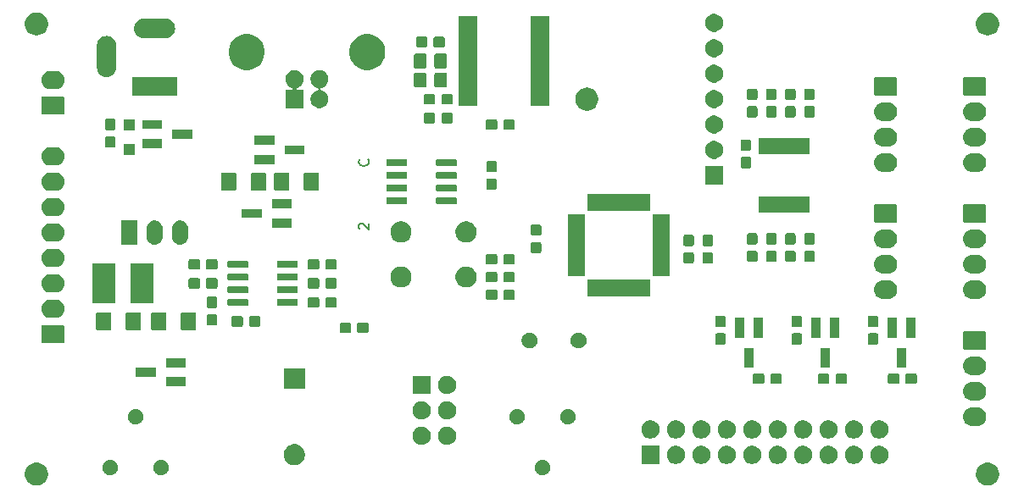
<source format=gbr>
%TF.GenerationSoftware,KiCad,Pcbnew,(5.1.5)-3*%
%TF.CreationDate,2020-02-25T19:35:26+00:00*%
%TF.ProjectId,Feedback-Box,46656564-6261-4636-9b2d-426f782e6b69,8B*%
%TF.SameCoordinates,Original*%
%TF.FileFunction,Soldermask,Top*%
%TF.FilePolarity,Negative*%
%FSLAX46Y46*%
G04 Gerber Fmt 4.6, Leading zero omitted, Abs format (unit mm)*
G04 Created by KiCad (PCBNEW (5.1.5)-3) date 2020-02-25 19:35:26*
%MOMM*%
%LPD*%
G04 APERTURE LIST*
%ADD10C,0.160000*%
%ADD11C,0.100000*%
G04 APERTURE END LIST*
D10*
X135612142Y-86050476D02*
X135659761Y-86098095D01*
X135707380Y-86240952D01*
X135707380Y-86336190D01*
X135659761Y-86479047D01*
X135564523Y-86574285D01*
X135469285Y-86621904D01*
X135278809Y-86669523D01*
X135135952Y-86669523D01*
X134945476Y-86621904D01*
X134850238Y-86574285D01*
X134755000Y-86479047D01*
X134707380Y-86336190D01*
X134707380Y-86240952D01*
X134755000Y-86098095D01*
X134802619Y-86050476D01*
X134802619Y-92995714D02*
X134755000Y-92948095D01*
X134707380Y-92852857D01*
X134707380Y-92614761D01*
X134755000Y-92519523D01*
X134802619Y-92471904D01*
X134897857Y-92424285D01*
X134993095Y-92424285D01*
X135135952Y-92471904D01*
X135707380Y-93043333D01*
X135707380Y-92424285D01*
D11*
G36*
X197700664Y-116366365D02*
G01*
X197835734Y-116393232D01*
X198045203Y-116479997D01*
X198233720Y-116605960D01*
X198394040Y-116766280D01*
X198494038Y-116915938D01*
X198520004Y-116954799D01*
X198606768Y-117164267D01*
X198640030Y-117331483D01*
X198651000Y-117386636D01*
X198651000Y-117613364D01*
X198606768Y-117835734D01*
X198520003Y-118045203D01*
X198394040Y-118233720D01*
X198233720Y-118394040D01*
X198045203Y-118520003D01*
X197835734Y-118606768D01*
X197724549Y-118628884D01*
X197613365Y-118651000D01*
X197386635Y-118651000D01*
X197275451Y-118628884D01*
X197164266Y-118606768D01*
X196954797Y-118520003D01*
X196766280Y-118394040D01*
X196605960Y-118233720D01*
X196479997Y-118045203D01*
X196393232Y-117835734D01*
X196349000Y-117613364D01*
X196349000Y-117386636D01*
X196359971Y-117331483D01*
X196393232Y-117164267D01*
X196479996Y-116954799D01*
X196505962Y-116915938D01*
X196605960Y-116766280D01*
X196766280Y-116605960D01*
X196954797Y-116479997D01*
X197164266Y-116393232D01*
X197299336Y-116366365D01*
X197386635Y-116349000D01*
X197613365Y-116349000D01*
X197700664Y-116366365D01*
G37*
G36*
X102700664Y-116366365D02*
G01*
X102835734Y-116393232D01*
X103045203Y-116479997D01*
X103233720Y-116605960D01*
X103394040Y-116766280D01*
X103494038Y-116915938D01*
X103520004Y-116954799D01*
X103606768Y-117164267D01*
X103640030Y-117331483D01*
X103651000Y-117386636D01*
X103651000Y-117613364D01*
X103606768Y-117835734D01*
X103520003Y-118045203D01*
X103394040Y-118233720D01*
X103233720Y-118394040D01*
X103045203Y-118520003D01*
X102835734Y-118606768D01*
X102724549Y-118628884D01*
X102613365Y-118651000D01*
X102386635Y-118651000D01*
X102275451Y-118628884D01*
X102164266Y-118606768D01*
X101954797Y-118520003D01*
X101766280Y-118394040D01*
X101605960Y-118233720D01*
X101479997Y-118045203D01*
X101393232Y-117835734D01*
X101349000Y-117613364D01*
X101349000Y-117386636D01*
X101359971Y-117331483D01*
X101393232Y-117164267D01*
X101479996Y-116954799D01*
X101505962Y-116915938D01*
X101605960Y-116766280D01*
X101766280Y-116605960D01*
X101954797Y-116479997D01*
X102164266Y-116393232D01*
X102299336Y-116366365D01*
X102386635Y-116349000D01*
X102613365Y-116349000D01*
X102700664Y-116366365D01*
G37*
G36*
X115060589Y-116078876D02*
G01*
X115159893Y-116098629D01*
X115300206Y-116156748D01*
X115426484Y-116241125D01*
X115533875Y-116348516D01*
X115618252Y-116474794D01*
X115676371Y-116615107D01*
X115706000Y-116764063D01*
X115706000Y-116915937D01*
X115676371Y-117064893D01*
X115618252Y-117205206D01*
X115533875Y-117331484D01*
X115426484Y-117438875D01*
X115300206Y-117523252D01*
X115159893Y-117581371D01*
X115060589Y-117601124D01*
X115010938Y-117611000D01*
X114859062Y-117611000D01*
X114809411Y-117601124D01*
X114710107Y-117581371D01*
X114569794Y-117523252D01*
X114443516Y-117438875D01*
X114336125Y-117331484D01*
X114251748Y-117205206D01*
X114193629Y-117064893D01*
X114164000Y-116915937D01*
X114164000Y-116764063D01*
X114193629Y-116615107D01*
X114251748Y-116474794D01*
X114336125Y-116348516D01*
X114443516Y-116241125D01*
X114569794Y-116156748D01*
X114710107Y-116098629D01*
X114809411Y-116078876D01*
X114859062Y-116069000D01*
X115010938Y-116069000D01*
X115060589Y-116078876D01*
G37*
G36*
X153160589Y-116078876D02*
G01*
X153259893Y-116098629D01*
X153400206Y-116156748D01*
X153526484Y-116241125D01*
X153633875Y-116348516D01*
X153718252Y-116474794D01*
X153776371Y-116615107D01*
X153806000Y-116764063D01*
X153806000Y-116915937D01*
X153776371Y-117064893D01*
X153718252Y-117205206D01*
X153633875Y-117331484D01*
X153526484Y-117438875D01*
X153400206Y-117523252D01*
X153259893Y-117581371D01*
X153160589Y-117601124D01*
X153110938Y-117611000D01*
X152959062Y-117611000D01*
X152909411Y-117601124D01*
X152810107Y-117581371D01*
X152669794Y-117523252D01*
X152543516Y-117438875D01*
X152436125Y-117331484D01*
X152351748Y-117205206D01*
X152293629Y-117064893D01*
X152264000Y-116915937D01*
X152264000Y-116764063D01*
X152293629Y-116615107D01*
X152351748Y-116474794D01*
X152436125Y-116348516D01*
X152543516Y-116241125D01*
X152669794Y-116156748D01*
X152810107Y-116098629D01*
X152909411Y-116078876D01*
X152959062Y-116069000D01*
X153110938Y-116069000D01*
X153160589Y-116078876D01*
G37*
G36*
X109980589Y-116078876D02*
G01*
X110079893Y-116098629D01*
X110220206Y-116156748D01*
X110346484Y-116241125D01*
X110453875Y-116348516D01*
X110538252Y-116474794D01*
X110596371Y-116615107D01*
X110626000Y-116764063D01*
X110626000Y-116915937D01*
X110596371Y-117064893D01*
X110538252Y-117205206D01*
X110453875Y-117331484D01*
X110346484Y-117438875D01*
X110220206Y-117523252D01*
X110079893Y-117581371D01*
X109980589Y-117601124D01*
X109930938Y-117611000D01*
X109779062Y-117611000D01*
X109729411Y-117601124D01*
X109630107Y-117581371D01*
X109489794Y-117523252D01*
X109363516Y-117438875D01*
X109256125Y-117331484D01*
X109171748Y-117205206D01*
X109113629Y-117064893D01*
X109084000Y-116915937D01*
X109084000Y-116764063D01*
X109113629Y-116615107D01*
X109171748Y-116474794D01*
X109256125Y-116348516D01*
X109363516Y-116241125D01*
X109489794Y-116156748D01*
X109630107Y-116098629D01*
X109729411Y-116078876D01*
X109779062Y-116069000D01*
X109930938Y-116069000D01*
X109980589Y-116078876D01*
G37*
G36*
X128576564Y-114539389D02*
G01*
X128767833Y-114618615D01*
X128767835Y-114618616D01*
X128822886Y-114655400D01*
X128939973Y-114733635D01*
X129086365Y-114880027D01*
X129201385Y-115052167D01*
X129280611Y-115243436D01*
X129321000Y-115446484D01*
X129321000Y-115653516D01*
X129280611Y-115856564D01*
X129219862Y-116003225D01*
X129201384Y-116047835D01*
X129086365Y-116219973D01*
X128939973Y-116366365D01*
X128767835Y-116481384D01*
X128767834Y-116481385D01*
X128767833Y-116481385D01*
X128576564Y-116560611D01*
X128373516Y-116601000D01*
X128166484Y-116601000D01*
X127963436Y-116560611D01*
X127772167Y-116481385D01*
X127772166Y-116481385D01*
X127772165Y-116481384D01*
X127600027Y-116366365D01*
X127453635Y-116219973D01*
X127338616Y-116047835D01*
X127320138Y-116003225D01*
X127259389Y-115856564D01*
X127219000Y-115653516D01*
X127219000Y-115446484D01*
X127259389Y-115243436D01*
X127338615Y-115052167D01*
X127453635Y-114880027D01*
X127600027Y-114733635D01*
X127717114Y-114655400D01*
X127772165Y-114618616D01*
X127772167Y-114618615D01*
X127963436Y-114539389D01*
X128166484Y-114499000D01*
X128373516Y-114499000D01*
X128576564Y-114539389D01*
G37*
G36*
X181876778Y-114690547D02*
G01*
X182043224Y-114759491D01*
X182193022Y-114859583D01*
X182320417Y-114986978D01*
X182420509Y-115136776D01*
X182489453Y-115303222D01*
X182524600Y-115479918D01*
X182524600Y-115660082D01*
X182489453Y-115836778D01*
X182420509Y-116003224D01*
X182320417Y-116153022D01*
X182193022Y-116280417D01*
X182043224Y-116380509D01*
X181876778Y-116449453D01*
X181700082Y-116484600D01*
X181519918Y-116484600D01*
X181343222Y-116449453D01*
X181176776Y-116380509D01*
X181026978Y-116280417D01*
X180899583Y-116153022D01*
X180799491Y-116003224D01*
X180730547Y-115836778D01*
X180695400Y-115660082D01*
X180695400Y-115479918D01*
X180730547Y-115303222D01*
X180799491Y-115136776D01*
X180899583Y-114986978D01*
X181026978Y-114859583D01*
X181176776Y-114759491D01*
X181343222Y-114690547D01*
X181519918Y-114655400D01*
X181700082Y-114655400D01*
X181876778Y-114690547D01*
G37*
G36*
X184416778Y-114690547D02*
G01*
X184583224Y-114759491D01*
X184733022Y-114859583D01*
X184860417Y-114986978D01*
X184960509Y-115136776D01*
X185029453Y-115303222D01*
X185064600Y-115479918D01*
X185064600Y-115660082D01*
X185029453Y-115836778D01*
X184960509Y-116003224D01*
X184860417Y-116153022D01*
X184733022Y-116280417D01*
X184583224Y-116380509D01*
X184416778Y-116449453D01*
X184240082Y-116484600D01*
X184059918Y-116484600D01*
X183883222Y-116449453D01*
X183716776Y-116380509D01*
X183566978Y-116280417D01*
X183439583Y-116153022D01*
X183339491Y-116003224D01*
X183270547Y-115836778D01*
X183235400Y-115660082D01*
X183235400Y-115479918D01*
X183270547Y-115303222D01*
X183339491Y-115136776D01*
X183439583Y-114986978D01*
X183566978Y-114859583D01*
X183716776Y-114759491D01*
X183883222Y-114690547D01*
X184059918Y-114655400D01*
X184240082Y-114655400D01*
X184416778Y-114690547D01*
G37*
G36*
X179336778Y-114690547D02*
G01*
X179503224Y-114759491D01*
X179653022Y-114859583D01*
X179780417Y-114986978D01*
X179880509Y-115136776D01*
X179949453Y-115303222D01*
X179984600Y-115479918D01*
X179984600Y-115660082D01*
X179949453Y-115836778D01*
X179880509Y-116003224D01*
X179780417Y-116153022D01*
X179653022Y-116280417D01*
X179503224Y-116380509D01*
X179336778Y-116449453D01*
X179160082Y-116484600D01*
X178979918Y-116484600D01*
X178803222Y-116449453D01*
X178636776Y-116380509D01*
X178486978Y-116280417D01*
X178359583Y-116153022D01*
X178259491Y-116003224D01*
X178190547Y-115836778D01*
X178155400Y-115660082D01*
X178155400Y-115479918D01*
X178190547Y-115303222D01*
X178259491Y-115136776D01*
X178359583Y-114986978D01*
X178486978Y-114859583D01*
X178636776Y-114759491D01*
X178803222Y-114690547D01*
X178979918Y-114655400D01*
X179160082Y-114655400D01*
X179336778Y-114690547D01*
G37*
G36*
X176796778Y-114690547D02*
G01*
X176963224Y-114759491D01*
X177113022Y-114859583D01*
X177240417Y-114986978D01*
X177340509Y-115136776D01*
X177409453Y-115303222D01*
X177444600Y-115479918D01*
X177444600Y-115660082D01*
X177409453Y-115836778D01*
X177340509Y-116003224D01*
X177240417Y-116153022D01*
X177113022Y-116280417D01*
X176963224Y-116380509D01*
X176796778Y-116449453D01*
X176620082Y-116484600D01*
X176439918Y-116484600D01*
X176263222Y-116449453D01*
X176096776Y-116380509D01*
X175946978Y-116280417D01*
X175819583Y-116153022D01*
X175719491Y-116003224D01*
X175650547Y-115836778D01*
X175615400Y-115660082D01*
X175615400Y-115479918D01*
X175650547Y-115303222D01*
X175719491Y-115136776D01*
X175819583Y-114986978D01*
X175946978Y-114859583D01*
X176096776Y-114759491D01*
X176263222Y-114690547D01*
X176439918Y-114655400D01*
X176620082Y-114655400D01*
X176796778Y-114690547D01*
G37*
G36*
X174256778Y-114690547D02*
G01*
X174423224Y-114759491D01*
X174573022Y-114859583D01*
X174700417Y-114986978D01*
X174800509Y-115136776D01*
X174869453Y-115303222D01*
X174904600Y-115479918D01*
X174904600Y-115660082D01*
X174869453Y-115836778D01*
X174800509Y-116003224D01*
X174700417Y-116153022D01*
X174573022Y-116280417D01*
X174423224Y-116380509D01*
X174256778Y-116449453D01*
X174080082Y-116484600D01*
X173899918Y-116484600D01*
X173723222Y-116449453D01*
X173556776Y-116380509D01*
X173406978Y-116280417D01*
X173279583Y-116153022D01*
X173179491Y-116003224D01*
X173110547Y-115836778D01*
X173075400Y-115660082D01*
X173075400Y-115479918D01*
X173110547Y-115303222D01*
X173179491Y-115136776D01*
X173279583Y-114986978D01*
X173406978Y-114859583D01*
X173556776Y-114759491D01*
X173723222Y-114690547D01*
X173899918Y-114655400D01*
X174080082Y-114655400D01*
X174256778Y-114690547D01*
G37*
G36*
X171716778Y-114690547D02*
G01*
X171883224Y-114759491D01*
X172033022Y-114859583D01*
X172160417Y-114986978D01*
X172260509Y-115136776D01*
X172329453Y-115303222D01*
X172364600Y-115479918D01*
X172364600Y-115660082D01*
X172329453Y-115836778D01*
X172260509Y-116003224D01*
X172160417Y-116153022D01*
X172033022Y-116280417D01*
X171883224Y-116380509D01*
X171716778Y-116449453D01*
X171540082Y-116484600D01*
X171359918Y-116484600D01*
X171183222Y-116449453D01*
X171016776Y-116380509D01*
X170866978Y-116280417D01*
X170739583Y-116153022D01*
X170639491Y-116003224D01*
X170570547Y-115836778D01*
X170535400Y-115660082D01*
X170535400Y-115479918D01*
X170570547Y-115303222D01*
X170639491Y-115136776D01*
X170739583Y-114986978D01*
X170866978Y-114859583D01*
X171016776Y-114759491D01*
X171183222Y-114690547D01*
X171359918Y-114655400D01*
X171540082Y-114655400D01*
X171716778Y-114690547D01*
G37*
G36*
X186956778Y-114690547D02*
G01*
X187123224Y-114759491D01*
X187273022Y-114859583D01*
X187400417Y-114986978D01*
X187500509Y-115136776D01*
X187569453Y-115303222D01*
X187604600Y-115479918D01*
X187604600Y-115660082D01*
X187569453Y-115836778D01*
X187500509Y-116003224D01*
X187400417Y-116153022D01*
X187273022Y-116280417D01*
X187123224Y-116380509D01*
X186956778Y-116449453D01*
X186780082Y-116484600D01*
X186599918Y-116484600D01*
X186423222Y-116449453D01*
X186256776Y-116380509D01*
X186106978Y-116280417D01*
X185979583Y-116153022D01*
X185879491Y-116003224D01*
X185810547Y-115836778D01*
X185775400Y-115660082D01*
X185775400Y-115479918D01*
X185810547Y-115303222D01*
X185879491Y-115136776D01*
X185979583Y-114986978D01*
X186106978Y-114859583D01*
X186256776Y-114759491D01*
X186423222Y-114690547D01*
X186599918Y-114655400D01*
X186780082Y-114655400D01*
X186956778Y-114690547D01*
G37*
G36*
X164744600Y-116484600D02*
G01*
X162915400Y-116484600D01*
X162915400Y-114655400D01*
X164744600Y-114655400D01*
X164744600Y-116484600D01*
G37*
G36*
X169176778Y-114690547D02*
G01*
X169343224Y-114759491D01*
X169493022Y-114859583D01*
X169620417Y-114986978D01*
X169720509Y-115136776D01*
X169789453Y-115303222D01*
X169824600Y-115479918D01*
X169824600Y-115660082D01*
X169789453Y-115836778D01*
X169720509Y-116003224D01*
X169620417Y-116153022D01*
X169493022Y-116280417D01*
X169343224Y-116380509D01*
X169176778Y-116449453D01*
X169000082Y-116484600D01*
X168819918Y-116484600D01*
X168643222Y-116449453D01*
X168476776Y-116380509D01*
X168326978Y-116280417D01*
X168199583Y-116153022D01*
X168099491Y-116003224D01*
X168030547Y-115836778D01*
X167995400Y-115660082D01*
X167995400Y-115479918D01*
X168030547Y-115303222D01*
X168099491Y-115136776D01*
X168199583Y-114986978D01*
X168326978Y-114859583D01*
X168476776Y-114759491D01*
X168643222Y-114690547D01*
X168819918Y-114655400D01*
X169000082Y-114655400D01*
X169176778Y-114690547D01*
G37*
G36*
X166636778Y-114690547D02*
G01*
X166803224Y-114759491D01*
X166953022Y-114859583D01*
X167080417Y-114986978D01*
X167180509Y-115136776D01*
X167249453Y-115303222D01*
X167284600Y-115479918D01*
X167284600Y-115660082D01*
X167249453Y-115836778D01*
X167180509Y-116003224D01*
X167080417Y-116153022D01*
X166953022Y-116280417D01*
X166803224Y-116380509D01*
X166636778Y-116449453D01*
X166460082Y-116484600D01*
X166279918Y-116484600D01*
X166103222Y-116449453D01*
X165936776Y-116380509D01*
X165786978Y-116280417D01*
X165659583Y-116153022D01*
X165559491Y-116003224D01*
X165490547Y-115836778D01*
X165455400Y-115660082D01*
X165455400Y-115479918D01*
X165490547Y-115303222D01*
X165559491Y-115136776D01*
X165659583Y-114986978D01*
X165786978Y-114859583D01*
X165936776Y-114759491D01*
X166103222Y-114690547D01*
X166279918Y-114655400D01*
X166460082Y-114655400D01*
X166636778Y-114690547D01*
G37*
G36*
X143776778Y-112785547D02*
G01*
X143943224Y-112854491D01*
X144093022Y-112954583D01*
X144220417Y-113081978D01*
X144320509Y-113231776D01*
X144389453Y-113398222D01*
X144424600Y-113574918D01*
X144424600Y-113755082D01*
X144389453Y-113931778D01*
X144320509Y-114098224D01*
X144220417Y-114248022D01*
X144093022Y-114375417D01*
X143943224Y-114475509D01*
X143776778Y-114544453D01*
X143600082Y-114579600D01*
X143419918Y-114579600D01*
X143243222Y-114544453D01*
X143076776Y-114475509D01*
X142926978Y-114375417D01*
X142799583Y-114248022D01*
X142699491Y-114098224D01*
X142630547Y-113931778D01*
X142595400Y-113755082D01*
X142595400Y-113574918D01*
X142630547Y-113398222D01*
X142699491Y-113231776D01*
X142799583Y-113081978D01*
X142926978Y-112954583D01*
X143076776Y-112854491D01*
X143243222Y-112785547D01*
X143419918Y-112750400D01*
X143600082Y-112750400D01*
X143776778Y-112785547D01*
G37*
G36*
X141236778Y-112785547D02*
G01*
X141403224Y-112854491D01*
X141553022Y-112954583D01*
X141680417Y-113081978D01*
X141780509Y-113231776D01*
X141849453Y-113398222D01*
X141884600Y-113574918D01*
X141884600Y-113755082D01*
X141849453Y-113931778D01*
X141780509Y-114098224D01*
X141680417Y-114248022D01*
X141553022Y-114375417D01*
X141403224Y-114475509D01*
X141236778Y-114544453D01*
X141060082Y-114579600D01*
X140879918Y-114579600D01*
X140703222Y-114544453D01*
X140536776Y-114475509D01*
X140386978Y-114375417D01*
X140259583Y-114248022D01*
X140159491Y-114098224D01*
X140090547Y-113931778D01*
X140055400Y-113755082D01*
X140055400Y-113574918D01*
X140090547Y-113398222D01*
X140159491Y-113231776D01*
X140259583Y-113081978D01*
X140386978Y-112954583D01*
X140536776Y-112854491D01*
X140703222Y-112785547D01*
X140879918Y-112750400D01*
X141060082Y-112750400D01*
X141236778Y-112785547D01*
G37*
G36*
X179336778Y-112150547D02*
G01*
X179503224Y-112219491D01*
X179653022Y-112319583D01*
X179780417Y-112446978D01*
X179880509Y-112596776D01*
X179949453Y-112763222D01*
X179984600Y-112939918D01*
X179984600Y-113120082D01*
X179949453Y-113296778D01*
X179880509Y-113463224D01*
X179780417Y-113613022D01*
X179653022Y-113740417D01*
X179503224Y-113840509D01*
X179336778Y-113909453D01*
X179160082Y-113944600D01*
X178979918Y-113944600D01*
X178803222Y-113909453D01*
X178636776Y-113840509D01*
X178486978Y-113740417D01*
X178359583Y-113613022D01*
X178259491Y-113463224D01*
X178190547Y-113296778D01*
X178155400Y-113120082D01*
X178155400Y-112939918D01*
X178190547Y-112763222D01*
X178259491Y-112596776D01*
X178359583Y-112446978D01*
X178486978Y-112319583D01*
X178636776Y-112219491D01*
X178803222Y-112150547D01*
X178979918Y-112115400D01*
X179160082Y-112115400D01*
X179336778Y-112150547D01*
G37*
G36*
X164096778Y-112150547D02*
G01*
X164263224Y-112219491D01*
X164413022Y-112319583D01*
X164540417Y-112446978D01*
X164640509Y-112596776D01*
X164709453Y-112763222D01*
X164744600Y-112939918D01*
X164744600Y-113120082D01*
X164709453Y-113296778D01*
X164640509Y-113463224D01*
X164540417Y-113613022D01*
X164413022Y-113740417D01*
X164263224Y-113840509D01*
X164096778Y-113909453D01*
X163920082Y-113944600D01*
X163739918Y-113944600D01*
X163563222Y-113909453D01*
X163396776Y-113840509D01*
X163246978Y-113740417D01*
X163119583Y-113613022D01*
X163019491Y-113463224D01*
X162950547Y-113296778D01*
X162915400Y-113120082D01*
X162915400Y-112939918D01*
X162950547Y-112763222D01*
X163019491Y-112596776D01*
X163119583Y-112446978D01*
X163246978Y-112319583D01*
X163396776Y-112219491D01*
X163563222Y-112150547D01*
X163739918Y-112115400D01*
X163920082Y-112115400D01*
X164096778Y-112150547D01*
G37*
G36*
X166636778Y-112150547D02*
G01*
X166803224Y-112219491D01*
X166953022Y-112319583D01*
X167080417Y-112446978D01*
X167180509Y-112596776D01*
X167249453Y-112763222D01*
X167284600Y-112939918D01*
X167284600Y-113120082D01*
X167249453Y-113296778D01*
X167180509Y-113463224D01*
X167080417Y-113613022D01*
X166953022Y-113740417D01*
X166803224Y-113840509D01*
X166636778Y-113909453D01*
X166460082Y-113944600D01*
X166279918Y-113944600D01*
X166103222Y-113909453D01*
X165936776Y-113840509D01*
X165786978Y-113740417D01*
X165659583Y-113613022D01*
X165559491Y-113463224D01*
X165490547Y-113296778D01*
X165455400Y-113120082D01*
X165455400Y-112939918D01*
X165490547Y-112763222D01*
X165559491Y-112596776D01*
X165659583Y-112446978D01*
X165786978Y-112319583D01*
X165936776Y-112219491D01*
X166103222Y-112150547D01*
X166279918Y-112115400D01*
X166460082Y-112115400D01*
X166636778Y-112150547D01*
G37*
G36*
X169176778Y-112150547D02*
G01*
X169343224Y-112219491D01*
X169493022Y-112319583D01*
X169620417Y-112446978D01*
X169720509Y-112596776D01*
X169789453Y-112763222D01*
X169824600Y-112939918D01*
X169824600Y-113120082D01*
X169789453Y-113296778D01*
X169720509Y-113463224D01*
X169620417Y-113613022D01*
X169493022Y-113740417D01*
X169343224Y-113840509D01*
X169176778Y-113909453D01*
X169000082Y-113944600D01*
X168819918Y-113944600D01*
X168643222Y-113909453D01*
X168476776Y-113840509D01*
X168326978Y-113740417D01*
X168199583Y-113613022D01*
X168099491Y-113463224D01*
X168030547Y-113296778D01*
X167995400Y-113120082D01*
X167995400Y-112939918D01*
X168030547Y-112763222D01*
X168099491Y-112596776D01*
X168199583Y-112446978D01*
X168326978Y-112319583D01*
X168476776Y-112219491D01*
X168643222Y-112150547D01*
X168819918Y-112115400D01*
X169000082Y-112115400D01*
X169176778Y-112150547D01*
G37*
G36*
X186956778Y-112150547D02*
G01*
X187123224Y-112219491D01*
X187273022Y-112319583D01*
X187400417Y-112446978D01*
X187500509Y-112596776D01*
X187569453Y-112763222D01*
X187604600Y-112939918D01*
X187604600Y-113120082D01*
X187569453Y-113296778D01*
X187500509Y-113463224D01*
X187400417Y-113613022D01*
X187273022Y-113740417D01*
X187123224Y-113840509D01*
X186956778Y-113909453D01*
X186780082Y-113944600D01*
X186599918Y-113944600D01*
X186423222Y-113909453D01*
X186256776Y-113840509D01*
X186106978Y-113740417D01*
X185979583Y-113613022D01*
X185879491Y-113463224D01*
X185810547Y-113296778D01*
X185775400Y-113120082D01*
X185775400Y-112939918D01*
X185810547Y-112763222D01*
X185879491Y-112596776D01*
X185979583Y-112446978D01*
X186106978Y-112319583D01*
X186256776Y-112219491D01*
X186423222Y-112150547D01*
X186599918Y-112115400D01*
X186780082Y-112115400D01*
X186956778Y-112150547D01*
G37*
G36*
X171716778Y-112150547D02*
G01*
X171883224Y-112219491D01*
X172033022Y-112319583D01*
X172160417Y-112446978D01*
X172260509Y-112596776D01*
X172329453Y-112763222D01*
X172364600Y-112939918D01*
X172364600Y-113120082D01*
X172329453Y-113296778D01*
X172260509Y-113463224D01*
X172160417Y-113613022D01*
X172033022Y-113740417D01*
X171883224Y-113840509D01*
X171716778Y-113909453D01*
X171540082Y-113944600D01*
X171359918Y-113944600D01*
X171183222Y-113909453D01*
X171016776Y-113840509D01*
X170866978Y-113740417D01*
X170739583Y-113613022D01*
X170639491Y-113463224D01*
X170570547Y-113296778D01*
X170535400Y-113120082D01*
X170535400Y-112939918D01*
X170570547Y-112763222D01*
X170639491Y-112596776D01*
X170739583Y-112446978D01*
X170866978Y-112319583D01*
X171016776Y-112219491D01*
X171183222Y-112150547D01*
X171359918Y-112115400D01*
X171540082Y-112115400D01*
X171716778Y-112150547D01*
G37*
G36*
X184416778Y-112150547D02*
G01*
X184583224Y-112219491D01*
X184733022Y-112319583D01*
X184860417Y-112446978D01*
X184960509Y-112596776D01*
X185029453Y-112763222D01*
X185064600Y-112939918D01*
X185064600Y-113120082D01*
X185029453Y-113296778D01*
X184960509Y-113463224D01*
X184860417Y-113613022D01*
X184733022Y-113740417D01*
X184583224Y-113840509D01*
X184416778Y-113909453D01*
X184240082Y-113944600D01*
X184059918Y-113944600D01*
X183883222Y-113909453D01*
X183716776Y-113840509D01*
X183566978Y-113740417D01*
X183439583Y-113613022D01*
X183339491Y-113463224D01*
X183270547Y-113296778D01*
X183235400Y-113120082D01*
X183235400Y-112939918D01*
X183270547Y-112763222D01*
X183339491Y-112596776D01*
X183439583Y-112446978D01*
X183566978Y-112319583D01*
X183716776Y-112219491D01*
X183883222Y-112150547D01*
X184059918Y-112115400D01*
X184240082Y-112115400D01*
X184416778Y-112150547D01*
G37*
G36*
X174256778Y-112150547D02*
G01*
X174423224Y-112219491D01*
X174573022Y-112319583D01*
X174700417Y-112446978D01*
X174800509Y-112596776D01*
X174869453Y-112763222D01*
X174904600Y-112939918D01*
X174904600Y-113120082D01*
X174869453Y-113296778D01*
X174800509Y-113463224D01*
X174700417Y-113613022D01*
X174573022Y-113740417D01*
X174423224Y-113840509D01*
X174256778Y-113909453D01*
X174080082Y-113944600D01*
X173899918Y-113944600D01*
X173723222Y-113909453D01*
X173556776Y-113840509D01*
X173406978Y-113740417D01*
X173279583Y-113613022D01*
X173179491Y-113463224D01*
X173110547Y-113296778D01*
X173075400Y-113120082D01*
X173075400Y-112939918D01*
X173110547Y-112763222D01*
X173179491Y-112596776D01*
X173279583Y-112446978D01*
X173406978Y-112319583D01*
X173556776Y-112219491D01*
X173723222Y-112150547D01*
X173899918Y-112115400D01*
X174080082Y-112115400D01*
X174256778Y-112150547D01*
G37*
G36*
X181876778Y-112150547D02*
G01*
X182043224Y-112219491D01*
X182193022Y-112319583D01*
X182320417Y-112446978D01*
X182420509Y-112596776D01*
X182489453Y-112763222D01*
X182524600Y-112939918D01*
X182524600Y-113120082D01*
X182489453Y-113296778D01*
X182420509Y-113463224D01*
X182320417Y-113613022D01*
X182193022Y-113740417D01*
X182043224Y-113840509D01*
X181876778Y-113909453D01*
X181700082Y-113944600D01*
X181519918Y-113944600D01*
X181343222Y-113909453D01*
X181176776Y-113840509D01*
X181026978Y-113740417D01*
X180899583Y-113613022D01*
X180799491Y-113463224D01*
X180730547Y-113296778D01*
X180695400Y-113120082D01*
X180695400Y-112939918D01*
X180730547Y-112763222D01*
X180799491Y-112596776D01*
X180899583Y-112446978D01*
X181026978Y-112319583D01*
X181176776Y-112219491D01*
X181343222Y-112150547D01*
X181519918Y-112115400D01*
X181700082Y-112115400D01*
X181876778Y-112150547D01*
G37*
G36*
X176796778Y-112150547D02*
G01*
X176963224Y-112219491D01*
X177113022Y-112319583D01*
X177240417Y-112446978D01*
X177340509Y-112596776D01*
X177409453Y-112763222D01*
X177444600Y-112939918D01*
X177444600Y-113120082D01*
X177409453Y-113296778D01*
X177340509Y-113463224D01*
X177240417Y-113613022D01*
X177113022Y-113740417D01*
X176963224Y-113840509D01*
X176796778Y-113909453D01*
X176620082Y-113944600D01*
X176439918Y-113944600D01*
X176263222Y-113909453D01*
X176096776Y-113840509D01*
X175946978Y-113740417D01*
X175819583Y-113613022D01*
X175719491Y-113463224D01*
X175650547Y-113296778D01*
X175615400Y-113120082D01*
X175615400Y-112939918D01*
X175650547Y-112763222D01*
X175719491Y-112596776D01*
X175819583Y-112446978D01*
X175946978Y-112319583D01*
X176096776Y-112219491D01*
X176263222Y-112150547D01*
X176439918Y-112115400D01*
X176620082Y-112115400D01*
X176796778Y-112150547D01*
G37*
G36*
X196535345Y-110843442D02*
G01*
X196625548Y-110852326D01*
X196799157Y-110904990D01*
X196959156Y-110990511D01*
X197002729Y-111026271D01*
X197099397Y-111105603D01*
X197178729Y-111202271D01*
X197214489Y-111245844D01*
X197300010Y-111405843D01*
X197352674Y-111579452D01*
X197370456Y-111760000D01*
X197352674Y-111940548D01*
X197300010Y-112114157D01*
X197214489Y-112274156D01*
X197178729Y-112317729D01*
X197099397Y-112414397D01*
X197002729Y-112493729D01*
X196959156Y-112529489D01*
X196799157Y-112615010D01*
X196625548Y-112667674D01*
X196535345Y-112676558D01*
X196490245Y-112681000D01*
X195939755Y-112681000D01*
X195894655Y-112676558D01*
X195804452Y-112667674D01*
X195630843Y-112615010D01*
X195470844Y-112529489D01*
X195427271Y-112493729D01*
X195330603Y-112414397D01*
X195251271Y-112317729D01*
X195215511Y-112274156D01*
X195129990Y-112114157D01*
X195077326Y-111940548D01*
X195059544Y-111760000D01*
X195077326Y-111579452D01*
X195129990Y-111405843D01*
X195215511Y-111245844D01*
X195251271Y-111202271D01*
X195330603Y-111105603D01*
X195427271Y-111026271D01*
X195470844Y-110990511D01*
X195630843Y-110904990D01*
X195804452Y-110852326D01*
X195894655Y-110843442D01*
X195939755Y-110839000D01*
X196490245Y-110839000D01*
X196535345Y-110843442D01*
G37*
G36*
X150620589Y-110998876D02*
G01*
X150719893Y-111018629D01*
X150860206Y-111076748D01*
X150986484Y-111161125D01*
X151093875Y-111268516D01*
X151178252Y-111394794D01*
X151236371Y-111535107D01*
X151266000Y-111684063D01*
X151266000Y-111835937D01*
X151236371Y-111984893D01*
X151178252Y-112125206D01*
X151093875Y-112251484D01*
X150986484Y-112358875D01*
X150860206Y-112443252D01*
X150719893Y-112501371D01*
X150620589Y-112521124D01*
X150570938Y-112531000D01*
X150419062Y-112531000D01*
X150369411Y-112521124D01*
X150270107Y-112501371D01*
X150129794Y-112443252D01*
X150003516Y-112358875D01*
X149896125Y-112251484D01*
X149811748Y-112125206D01*
X149753629Y-111984893D01*
X149724000Y-111835937D01*
X149724000Y-111684063D01*
X149753629Y-111535107D01*
X149811748Y-111394794D01*
X149896125Y-111268516D01*
X150003516Y-111161125D01*
X150129794Y-111076748D01*
X150270107Y-111018629D01*
X150369411Y-110998876D01*
X150419062Y-110989000D01*
X150570938Y-110989000D01*
X150620589Y-110998876D01*
G37*
G36*
X112520589Y-110998876D02*
G01*
X112619893Y-111018629D01*
X112760206Y-111076748D01*
X112886484Y-111161125D01*
X112993875Y-111268516D01*
X113078252Y-111394794D01*
X113136371Y-111535107D01*
X113166000Y-111684063D01*
X113166000Y-111835937D01*
X113136371Y-111984893D01*
X113078252Y-112125206D01*
X112993875Y-112251484D01*
X112886484Y-112358875D01*
X112760206Y-112443252D01*
X112619893Y-112501371D01*
X112520589Y-112521124D01*
X112470938Y-112531000D01*
X112319062Y-112531000D01*
X112269411Y-112521124D01*
X112170107Y-112501371D01*
X112029794Y-112443252D01*
X111903516Y-112358875D01*
X111796125Y-112251484D01*
X111711748Y-112125206D01*
X111653629Y-111984893D01*
X111624000Y-111835937D01*
X111624000Y-111684063D01*
X111653629Y-111535107D01*
X111711748Y-111394794D01*
X111796125Y-111268516D01*
X111903516Y-111161125D01*
X112029794Y-111076748D01*
X112170107Y-111018629D01*
X112269411Y-110998876D01*
X112319062Y-110989000D01*
X112470938Y-110989000D01*
X112520589Y-110998876D01*
G37*
G36*
X155700589Y-110998876D02*
G01*
X155799893Y-111018629D01*
X155940206Y-111076748D01*
X156066484Y-111161125D01*
X156173875Y-111268516D01*
X156258252Y-111394794D01*
X156316371Y-111535107D01*
X156346000Y-111684063D01*
X156346000Y-111835937D01*
X156316371Y-111984893D01*
X156258252Y-112125206D01*
X156173875Y-112251484D01*
X156066484Y-112358875D01*
X155940206Y-112443252D01*
X155799893Y-112501371D01*
X155700589Y-112521124D01*
X155650938Y-112531000D01*
X155499062Y-112531000D01*
X155449411Y-112521124D01*
X155350107Y-112501371D01*
X155209794Y-112443252D01*
X155083516Y-112358875D01*
X154976125Y-112251484D01*
X154891748Y-112125206D01*
X154833629Y-111984893D01*
X154804000Y-111835937D01*
X154804000Y-111684063D01*
X154833629Y-111535107D01*
X154891748Y-111394794D01*
X154976125Y-111268516D01*
X155083516Y-111161125D01*
X155209794Y-111076748D01*
X155350107Y-111018629D01*
X155449411Y-110998876D01*
X155499062Y-110989000D01*
X155650938Y-110989000D01*
X155700589Y-110998876D01*
G37*
G36*
X141236778Y-110245547D02*
G01*
X141403224Y-110314491D01*
X141553022Y-110414583D01*
X141680417Y-110541978D01*
X141780509Y-110691776D01*
X141849453Y-110858222D01*
X141884600Y-111034918D01*
X141884600Y-111215082D01*
X141849453Y-111391778D01*
X141780509Y-111558224D01*
X141680417Y-111708022D01*
X141553022Y-111835417D01*
X141403224Y-111935509D01*
X141236778Y-112004453D01*
X141060082Y-112039600D01*
X140879918Y-112039600D01*
X140703222Y-112004453D01*
X140536776Y-111935509D01*
X140386978Y-111835417D01*
X140259583Y-111708022D01*
X140159491Y-111558224D01*
X140090547Y-111391778D01*
X140055400Y-111215082D01*
X140055400Y-111034918D01*
X140090547Y-110858222D01*
X140159491Y-110691776D01*
X140259583Y-110541978D01*
X140386978Y-110414583D01*
X140536776Y-110314491D01*
X140703222Y-110245547D01*
X140879918Y-110210400D01*
X141060082Y-110210400D01*
X141236778Y-110245547D01*
G37*
G36*
X143776778Y-110245547D02*
G01*
X143943224Y-110314491D01*
X144093022Y-110414583D01*
X144220417Y-110541978D01*
X144320509Y-110691776D01*
X144389453Y-110858222D01*
X144424600Y-111034918D01*
X144424600Y-111215082D01*
X144389453Y-111391778D01*
X144320509Y-111558224D01*
X144220417Y-111708022D01*
X144093022Y-111835417D01*
X143943224Y-111935509D01*
X143776778Y-112004453D01*
X143600082Y-112039600D01*
X143419918Y-112039600D01*
X143243222Y-112004453D01*
X143076776Y-111935509D01*
X142926978Y-111835417D01*
X142799583Y-111708022D01*
X142699491Y-111558224D01*
X142630547Y-111391778D01*
X142595400Y-111215082D01*
X142595400Y-111034918D01*
X142630547Y-110858222D01*
X142699491Y-110691776D01*
X142799583Y-110541978D01*
X142926978Y-110414583D01*
X143076776Y-110314491D01*
X143243222Y-110245547D01*
X143419918Y-110210400D01*
X143600082Y-110210400D01*
X143776778Y-110245547D01*
G37*
G36*
X196535345Y-108303442D02*
G01*
X196625548Y-108312326D01*
X196799157Y-108364990D01*
X196959156Y-108450511D01*
X196984057Y-108470947D01*
X197099397Y-108565603D01*
X197178729Y-108662271D01*
X197214489Y-108705844D01*
X197300010Y-108865843D01*
X197352674Y-109039452D01*
X197370456Y-109220000D01*
X197352674Y-109400548D01*
X197300010Y-109574157D01*
X197214489Y-109734156D01*
X197178729Y-109777729D01*
X197099397Y-109874397D01*
X197002729Y-109953729D01*
X196959156Y-109989489D01*
X196799157Y-110075010D01*
X196625548Y-110127674D01*
X196535345Y-110136558D01*
X196490245Y-110141000D01*
X195939755Y-110141000D01*
X195894655Y-110136558D01*
X195804452Y-110127674D01*
X195630843Y-110075010D01*
X195470844Y-109989489D01*
X195427271Y-109953729D01*
X195330603Y-109874397D01*
X195251271Y-109777729D01*
X195215511Y-109734156D01*
X195129990Y-109574157D01*
X195077326Y-109400548D01*
X195059544Y-109220000D01*
X195077326Y-109039452D01*
X195129990Y-108865843D01*
X195215511Y-108705844D01*
X195251271Y-108662271D01*
X195330603Y-108565603D01*
X195445943Y-108470947D01*
X195470844Y-108450511D01*
X195630843Y-108364990D01*
X195804452Y-108312326D01*
X195894655Y-108303442D01*
X195939755Y-108299000D01*
X196490245Y-108299000D01*
X196535345Y-108303442D01*
G37*
G36*
X143776778Y-107705547D02*
G01*
X143943224Y-107774491D01*
X144093022Y-107874583D01*
X144220417Y-108001978D01*
X144320509Y-108151776D01*
X144389453Y-108318222D01*
X144424600Y-108494918D01*
X144424600Y-108675082D01*
X144389453Y-108851778D01*
X144320509Y-109018224D01*
X144220417Y-109168022D01*
X144093022Y-109295417D01*
X143943224Y-109395509D01*
X143776778Y-109464453D01*
X143600082Y-109499600D01*
X143419918Y-109499600D01*
X143243222Y-109464453D01*
X143076776Y-109395509D01*
X142926978Y-109295417D01*
X142799583Y-109168022D01*
X142699491Y-109018224D01*
X142630547Y-108851778D01*
X142595400Y-108675082D01*
X142595400Y-108494918D01*
X142630547Y-108318222D01*
X142699491Y-108151776D01*
X142799583Y-108001978D01*
X142926978Y-107874583D01*
X143076776Y-107774491D01*
X143243222Y-107705547D01*
X143419918Y-107670400D01*
X143600082Y-107670400D01*
X143776778Y-107705547D01*
G37*
G36*
X141884600Y-109499600D02*
G01*
X140055400Y-109499600D01*
X140055400Y-107670400D01*
X141884600Y-107670400D01*
X141884600Y-109499600D01*
G37*
G36*
X129321000Y-109001000D02*
G01*
X127219000Y-109001000D01*
X127219000Y-106899000D01*
X129321000Y-106899000D01*
X129321000Y-109001000D01*
G37*
G36*
X117436000Y-108716000D02*
G01*
X115434000Y-108716000D01*
X115434000Y-107814000D01*
X117436000Y-107814000D01*
X117436000Y-108716000D01*
G37*
G36*
X190279499Y-107428445D02*
G01*
X190316995Y-107439820D01*
X190351554Y-107458292D01*
X190381847Y-107483153D01*
X190406708Y-107513446D01*
X190425180Y-107548005D01*
X190436555Y-107585501D01*
X190441000Y-107630638D01*
X190441000Y-108269362D01*
X190436555Y-108314499D01*
X190425180Y-108351995D01*
X190406708Y-108386554D01*
X190381847Y-108416847D01*
X190351554Y-108441708D01*
X190316995Y-108460180D01*
X190279499Y-108471555D01*
X190234362Y-108476000D01*
X189495638Y-108476000D01*
X189450501Y-108471555D01*
X189413005Y-108460180D01*
X189378446Y-108441708D01*
X189348153Y-108416847D01*
X189323292Y-108386554D01*
X189304820Y-108351995D01*
X189293445Y-108314499D01*
X189289000Y-108269362D01*
X189289000Y-107630638D01*
X189293445Y-107585501D01*
X189304820Y-107548005D01*
X189323292Y-107513446D01*
X189348153Y-107483153D01*
X189378446Y-107458292D01*
X189413005Y-107439820D01*
X189450501Y-107428445D01*
X189495638Y-107424000D01*
X190234362Y-107424000D01*
X190279499Y-107428445D01*
G37*
G36*
X181544499Y-107428445D02*
G01*
X181581995Y-107439820D01*
X181616554Y-107458292D01*
X181646847Y-107483153D01*
X181671708Y-107513446D01*
X181690180Y-107548005D01*
X181701555Y-107585501D01*
X181706000Y-107630638D01*
X181706000Y-108269362D01*
X181701555Y-108314499D01*
X181690180Y-108351995D01*
X181671708Y-108386554D01*
X181646847Y-108416847D01*
X181616554Y-108441708D01*
X181581995Y-108460180D01*
X181544499Y-108471555D01*
X181499362Y-108476000D01*
X180760638Y-108476000D01*
X180715501Y-108471555D01*
X180678005Y-108460180D01*
X180643446Y-108441708D01*
X180613153Y-108416847D01*
X180588292Y-108386554D01*
X180569820Y-108351995D01*
X180558445Y-108314499D01*
X180554000Y-108269362D01*
X180554000Y-107630638D01*
X180558445Y-107585501D01*
X180569820Y-107548005D01*
X180588292Y-107513446D01*
X180613153Y-107483153D01*
X180643446Y-107458292D01*
X180678005Y-107439820D01*
X180715501Y-107428445D01*
X180760638Y-107424000D01*
X181499362Y-107424000D01*
X181544499Y-107428445D01*
G37*
G36*
X183294499Y-107428445D02*
G01*
X183331995Y-107439820D01*
X183366554Y-107458292D01*
X183396847Y-107483153D01*
X183421708Y-107513446D01*
X183440180Y-107548005D01*
X183451555Y-107585501D01*
X183456000Y-107630638D01*
X183456000Y-108269362D01*
X183451555Y-108314499D01*
X183440180Y-108351995D01*
X183421708Y-108386554D01*
X183396847Y-108416847D01*
X183366554Y-108441708D01*
X183331995Y-108460180D01*
X183294499Y-108471555D01*
X183249362Y-108476000D01*
X182510638Y-108476000D01*
X182465501Y-108471555D01*
X182428005Y-108460180D01*
X182393446Y-108441708D01*
X182363153Y-108416847D01*
X182338292Y-108386554D01*
X182319820Y-108351995D01*
X182308445Y-108314499D01*
X182304000Y-108269362D01*
X182304000Y-107630638D01*
X182308445Y-107585501D01*
X182319820Y-107548005D01*
X182338292Y-107513446D01*
X182363153Y-107483153D01*
X182393446Y-107458292D01*
X182428005Y-107439820D01*
X182465501Y-107428445D01*
X182510638Y-107424000D01*
X183249362Y-107424000D01*
X183294499Y-107428445D01*
G37*
G36*
X188529499Y-107428445D02*
G01*
X188566995Y-107439820D01*
X188601554Y-107458292D01*
X188631847Y-107483153D01*
X188656708Y-107513446D01*
X188675180Y-107548005D01*
X188686555Y-107585501D01*
X188691000Y-107630638D01*
X188691000Y-108269362D01*
X188686555Y-108314499D01*
X188675180Y-108351995D01*
X188656708Y-108386554D01*
X188631847Y-108416847D01*
X188601554Y-108441708D01*
X188566995Y-108460180D01*
X188529499Y-108471555D01*
X188484362Y-108476000D01*
X187745638Y-108476000D01*
X187700501Y-108471555D01*
X187663005Y-108460180D01*
X187628446Y-108441708D01*
X187598153Y-108416847D01*
X187573292Y-108386554D01*
X187554820Y-108351995D01*
X187543445Y-108314499D01*
X187539000Y-108269362D01*
X187539000Y-107630638D01*
X187543445Y-107585501D01*
X187554820Y-107548005D01*
X187573292Y-107513446D01*
X187598153Y-107483153D01*
X187628446Y-107458292D01*
X187663005Y-107439820D01*
X187700501Y-107428445D01*
X187745638Y-107424000D01*
X188484362Y-107424000D01*
X188529499Y-107428445D01*
G37*
G36*
X176789499Y-107428445D02*
G01*
X176826995Y-107439820D01*
X176861554Y-107458292D01*
X176891847Y-107483153D01*
X176916708Y-107513446D01*
X176935180Y-107548005D01*
X176946555Y-107585501D01*
X176951000Y-107630638D01*
X176951000Y-108269362D01*
X176946555Y-108314499D01*
X176935180Y-108351995D01*
X176916708Y-108386554D01*
X176891847Y-108416847D01*
X176861554Y-108441708D01*
X176826995Y-108460180D01*
X176789499Y-108471555D01*
X176744362Y-108476000D01*
X176005638Y-108476000D01*
X175960501Y-108471555D01*
X175923005Y-108460180D01*
X175888446Y-108441708D01*
X175858153Y-108416847D01*
X175833292Y-108386554D01*
X175814820Y-108351995D01*
X175803445Y-108314499D01*
X175799000Y-108269362D01*
X175799000Y-107630638D01*
X175803445Y-107585501D01*
X175814820Y-107548005D01*
X175833292Y-107513446D01*
X175858153Y-107483153D01*
X175888446Y-107458292D01*
X175923005Y-107439820D01*
X175960501Y-107428445D01*
X176005638Y-107424000D01*
X176744362Y-107424000D01*
X176789499Y-107428445D01*
G37*
G36*
X175039499Y-107428445D02*
G01*
X175076995Y-107439820D01*
X175111554Y-107458292D01*
X175141847Y-107483153D01*
X175166708Y-107513446D01*
X175185180Y-107548005D01*
X175196555Y-107585501D01*
X175201000Y-107630638D01*
X175201000Y-108269362D01*
X175196555Y-108314499D01*
X175185180Y-108351995D01*
X175166708Y-108386554D01*
X175141847Y-108416847D01*
X175111554Y-108441708D01*
X175076995Y-108460180D01*
X175039499Y-108471555D01*
X174994362Y-108476000D01*
X174255638Y-108476000D01*
X174210501Y-108471555D01*
X174173005Y-108460180D01*
X174138446Y-108441708D01*
X174108153Y-108416847D01*
X174083292Y-108386554D01*
X174064820Y-108351995D01*
X174053445Y-108314499D01*
X174049000Y-108269362D01*
X174049000Y-107630638D01*
X174053445Y-107585501D01*
X174064820Y-107548005D01*
X174083292Y-107513446D01*
X174108153Y-107483153D01*
X174138446Y-107458292D01*
X174173005Y-107439820D01*
X174210501Y-107428445D01*
X174255638Y-107424000D01*
X174994362Y-107424000D01*
X175039499Y-107428445D01*
G37*
G36*
X114436000Y-107766000D02*
G01*
X112434000Y-107766000D01*
X112434000Y-106864000D01*
X114436000Y-106864000D01*
X114436000Y-107766000D01*
G37*
G36*
X196535345Y-105763442D02*
G01*
X196625548Y-105772326D01*
X196799157Y-105824990D01*
X196959156Y-105910511D01*
X197002729Y-105946271D01*
X197099397Y-106025603D01*
X197178729Y-106122271D01*
X197214489Y-106165844D01*
X197300010Y-106325843D01*
X197352674Y-106499452D01*
X197370456Y-106680000D01*
X197352674Y-106860548D01*
X197300010Y-107034157D01*
X197214489Y-107194156D01*
X197178729Y-107237729D01*
X197099397Y-107334397D01*
X197002729Y-107413729D01*
X196959156Y-107449489D01*
X196799157Y-107535010D01*
X196625548Y-107587674D01*
X196535345Y-107596558D01*
X196490245Y-107601000D01*
X195939755Y-107601000D01*
X195894655Y-107596558D01*
X195804452Y-107587674D01*
X195630843Y-107535010D01*
X195470844Y-107449489D01*
X195427271Y-107413729D01*
X195330603Y-107334397D01*
X195251271Y-107237729D01*
X195215511Y-107194156D01*
X195129990Y-107034157D01*
X195077326Y-106860548D01*
X195059544Y-106680000D01*
X195077326Y-106499452D01*
X195129990Y-106325843D01*
X195215511Y-106165844D01*
X195251271Y-106122271D01*
X195330603Y-106025603D01*
X195427271Y-105946271D01*
X195470844Y-105910511D01*
X195630843Y-105824990D01*
X195804452Y-105772326D01*
X195894655Y-105763442D01*
X195939755Y-105759000D01*
X196490245Y-105759000D01*
X196535345Y-105763442D01*
G37*
G36*
X181746000Y-106871000D02*
G01*
X180844000Y-106871000D01*
X180844000Y-104869000D01*
X181746000Y-104869000D01*
X181746000Y-106871000D01*
G37*
G36*
X174126000Y-106871000D02*
G01*
X173224000Y-106871000D01*
X173224000Y-104869000D01*
X174126000Y-104869000D01*
X174126000Y-106871000D01*
G37*
G36*
X189366000Y-106871000D02*
G01*
X188464000Y-106871000D01*
X188464000Y-104869000D01*
X189366000Y-104869000D01*
X189366000Y-106871000D01*
G37*
G36*
X117436000Y-106816000D02*
G01*
X115434000Y-106816000D01*
X115434000Y-105914000D01*
X117436000Y-105914000D01*
X117436000Y-106816000D01*
G37*
G36*
X197224561Y-103222966D02*
G01*
X197257383Y-103232923D01*
X197287632Y-103249092D01*
X197314148Y-103270852D01*
X197335908Y-103297368D01*
X197352077Y-103327617D01*
X197362034Y-103360439D01*
X197366000Y-103400713D01*
X197366000Y-104879287D01*
X197362034Y-104919561D01*
X197352077Y-104952383D01*
X197335908Y-104982632D01*
X197314148Y-105009148D01*
X197287632Y-105030908D01*
X197257383Y-105047077D01*
X197224561Y-105057034D01*
X197184287Y-105061000D01*
X195245713Y-105061000D01*
X195205439Y-105057034D01*
X195172617Y-105047077D01*
X195142368Y-105030908D01*
X195115852Y-105009148D01*
X195094092Y-104982632D01*
X195077923Y-104952383D01*
X195067966Y-104919561D01*
X195064000Y-104879287D01*
X195064000Y-103400713D01*
X195067966Y-103360439D01*
X195077923Y-103327617D01*
X195094092Y-103297368D01*
X195115852Y-103270852D01*
X195142368Y-103249092D01*
X195172617Y-103232923D01*
X195205439Y-103222966D01*
X195245713Y-103219000D01*
X197184287Y-103219000D01*
X197224561Y-103222966D01*
G37*
G36*
X156878642Y-103369781D02*
G01*
X157011517Y-103424820D01*
X157024416Y-103430163D01*
X157155608Y-103517822D01*
X157267178Y-103629392D01*
X157354837Y-103760584D01*
X157354838Y-103760586D01*
X157415219Y-103906358D01*
X157446000Y-104061107D01*
X157446000Y-104218893D01*
X157415219Y-104373642D01*
X157355972Y-104516677D01*
X157354837Y-104519416D01*
X157267178Y-104650608D01*
X157155608Y-104762178D01*
X157024416Y-104849837D01*
X157024415Y-104849838D01*
X157024414Y-104849838D01*
X156878642Y-104910219D01*
X156723893Y-104941000D01*
X156566107Y-104941000D01*
X156411358Y-104910219D01*
X156265586Y-104849838D01*
X156265585Y-104849838D01*
X156265584Y-104849837D01*
X156134392Y-104762178D01*
X156022822Y-104650608D01*
X155935163Y-104519416D01*
X155934028Y-104516677D01*
X155874781Y-104373642D01*
X155844000Y-104218893D01*
X155844000Y-104061107D01*
X155874781Y-103906358D01*
X155935162Y-103760586D01*
X155935163Y-103760584D01*
X156022822Y-103629392D01*
X156134392Y-103517822D01*
X156265584Y-103430163D01*
X156278483Y-103424820D01*
X156411358Y-103369781D01*
X156566107Y-103339000D01*
X156723893Y-103339000D01*
X156878642Y-103369781D01*
G37*
G36*
X151998642Y-103369781D02*
G01*
X152131517Y-103424820D01*
X152144416Y-103430163D01*
X152275608Y-103517822D01*
X152387178Y-103629392D01*
X152474837Y-103760584D01*
X152474838Y-103760586D01*
X152535219Y-103906358D01*
X152566000Y-104061107D01*
X152566000Y-104218893D01*
X152535219Y-104373642D01*
X152475972Y-104516677D01*
X152474837Y-104519416D01*
X152387178Y-104650608D01*
X152275608Y-104762178D01*
X152144416Y-104849837D01*
X152144415Y-104849838D01*
X152144414Y-104849838D01*
X151998642Y-104910219D01*
X151843893Y-104941000D01*
X151686107Y-104941000D01*
X151531358Y-104910219D01*
X151385586Y-104849838D01*
X151385585Y-104849838D01*
X151385584Y-104849837D01*
X151254392Y-104762178D01*
X151142822Y-104650608D01*
X151055163Y-104519416D01*
X151054028Y-104516677D01*
X150994781Y-104373642D01*
X150964000Y-104218893D01*
X150964000Y-104061107D01*
X150994781Y-103906358D01*
X151055162Y-103760586D01*
X151055163Y-103760584D01*
X151142822Y-103629392D01*
X151254392Y-103517822D01*
X151385584Y-103430163D01*
X151398483Y-103424820D01*
X151531358Y-103369781D01*
X151686107Y-103339000D01*
X151843893Y-103339000D01*
X151998642Y-103369781D01*
G37*
G36*
X186419499Y-103413445D02*
G01*
X186456995Y-103424820D01*
X186491554Y-103443292D01*
X186521847Y-103468153D01*
X186546708Y-103498446D01*
X186565180Y-103533005D01*
X186576555Y-103570501D01*
X186581000Y-103615638D01*
X186581000Y-104354362D01*
X186576555Y-104399499D01*
X186565180Y-104436995D01*
X186546708Y-104471554D01*
X186521847Y-104501847D01*
X186491554Y-104526708D01*
X186456995Y-104545180D01*
X186419499Y-104556555D01*
X186374362Y-104561000D01*
X185735638Y-104561000D01*
X185690501Y-104556555D01*
X185653005Y-104545180D01*
X185618446Y-104526708D01*
X185588153Y-104501847D01*
X185563292Y-104471554D01*
X185544820Y-104436995D01*
X185533445Y-104399499D01*
X185529000Y-104354362D01*
X185529000Y-103615638D01*
X185533445Y-103570501D01*
X185544820Y-103533005D01*
X185563292Y-103498446D01*
X185588153Y-103468153D01*
X185618446Y-103443292D01*
X185653005Y-103424820D01*
X185690501Y-103413445D01*
X185735638Y-103409000D01*
X186374362Y-103409000D01*
X186419499Y-103413445D01*
G37*
G36*
X178799499Y-103413445D02*
G01*
X178836995Y-103424820D01*
X178871554Y-103443292D01*
X178901847Y-103468153D01*
X178926708Y-103498446D01*
X178945180Y-103533005D01*
X178956555Y-103570501D01*
X178961000Y-103615638D01*
X178961000Y-104354362D01*
X178956555Y-104399499D01*
X178945180Y-104436995D01*
X178926708Y-104471554D01*
X178901847Y-104501847D01*
X178871554Y-104526708D01*
X178836995Y-104545180D01*
X178799499Y-104556555D01*
X178754362Y-104561000D01*
X178115638Y-104561000D01*
X178070501Y-104556555D01*
X178033005Y-104545180D01*
X177998446Y-104526708D01*
X177968153Y-104501847D01*
X177943292Y-104471554D01*
X177924820Y-104436995D01*
X177913445Y-104399499D01*
X177909000Y-104354362D01*
X177909000Y-103615638D01*
X177913445Y-103570501D01*
X177924820Y-103533005D01*
X177943292Y-103498446D01*
X177968153Y-103468153D01*
X177998446Y-103443292D01*
X178033005Y-103424820D01*
X178070501Y-103413445D01*
X178115638Y-103409000D01*
X178754362Y-103409000D01*
X178799499Y-103413445D01*
G37*
G36*
X171179499Y-103413445D02*
G01*
X171216995Y-103424820D01*
X171251554Y-103443292D01*
X171281847Y-103468153D01*
X171306708Y-103498446D01*
X171325180Y-103533005D01*
X171336555Y-103570501D01*
X171341000Y-103615638D01*
X171341000Y-104354362D01*
X171336555Y-104399499D01*
X171325180Y-104436995D01*
X171306708Y-104471554D01*
X171281847Y-104501847D01*
X171251554Y-104526708D01*
X171216995Y-104545180D01*
X171179499Y-104556555D01*
X171134362Y-104561000D01*
X170495638Y-104561000D01*
X170450501Y-104556555D01*
X170413005Y-104545180D01*
X170378446Y-104526708D01*
X170348153Y-104501847D01*
X170323292Y-104471554D01*
X170304820Y-104436995D01*
X170293445Y-104399499D01*
X170289000Y-104354362D01*
X170289000Y-103615638D01*
X170293445Y-103570501D01*
X170304820Y-103533005D01*
X170323292Y-103498446D01*
X170348153Y-103468153D01*
X170378446Y-103443292D01*
X170413005Y-103424820D01*
X170450501Y-103413445D01*
X170495638Y-103409000D01*
X171134362Y-103409000D01*
X171179499Y-103413445D01*
G37*
G36*
X105149561Y-102587966D02*
G01*
X105182383Y-102597923D01*
X105212632Y-102614092D01*
X105239148Y-102635852D01*
X105260908Y-102662368D01*
X105277077Y-102692617D01*
X105287034Y-102725439D01*
X105291000Y-102765713D01*
X105291000Y-104244287D01*
X105287034Y-104284561D01*
X105277077Y-104317383D01*
X105260908Y-104347632D01*
X105239148Y-104374148D01*
X105212632Y-104395908D01*
X105182383Y-104412077D01*
X105149561Y-104422034D01*
X105109287Y-104426000D01*
X103170713Y-104426000D01*
X103130439Y-104422034D01*
X103097617Y-104412077D01*
X103067368Y-104395908D01*
X103040852Y-104374148D01*
X103019092Y-104347632D01*
X103002923Y-104317383D01*
X102992966Y-104284561D01*
X102989000Y-104244287D01*
X102989000Y-102765713D01*
X102992966Y-102725439D01*
X103002923Y-102692617D01*
X103019092Y-102662368D01*
X103040852Y-102635852D01*
X103067368Y-102614092D01*
X103097617Y-102597923D01*
X103130439Y-102587966D01*
X103170713Y-102584000D01*
X105109287Y-102584000D01*
X105149561Y-102587966D01*
G37*
G36*
X180796000Y-103871000D02*
G01*
X179894000Y-103871000D01*
X179894000Y-101869000D01*
X180796000Y-101869000D01*
X180796000Y-103871000D01*
G37*
G36*
X173176000Y-103871000D02*
G01*
X172274000Y-103871000D01*
X172274000Y-101869000D01*
X173176000Y-101869000D01*
X173176000Y-103871000D01*
G37*
G36*
X190316000Y-103871000D02*
G01*
X189414000Y-103871000D01*
X189414000Y-101869000D01*
X190316000Y-101869000D01*
X190316000Y-103871000D01*
G37*
G36*
X182696000Y-103871000D02*
G01*
X181794000Y-103871000D01*
X181794000Y-101869000D01*
X182696000Y-101869000D01*
X182696000Y-103871000D01*
G37*
G36*
X188416000Y-103871000D02*
G01*
X187514000Y-103871000D01*
X187514000Y-101869000D01*
X188416000Y-101869000D01*
X188416000Y-103871000D01*
G37*
G36*
X175076000Y-103871000D02*
G01*
X174174000Y-103871000D01*
X174174000Y-101869000D01*
X175076000Y-101869000D01*
X175076000Y-103871000D01*
G37*
G36*
X135514499Y-102348445D02*
G01*
X135551995Y-102359820D01*
X135586554Y-102378292D01*
X135616847Y-102403153D01*
X135641708Y-102433446D01*
X135660180Y-102468005D01*
X135671555Y-102505501D01*
X135676000Y-102550638D01*
X135676000Y-103189362D01*
X135671555Y-103234499D01*
X135660180Y-103271995D01*
X135641708Y-103306554D01*
X135616847Y-103336847D01*
X135586554Y-103361708D01*
X135551995Y-103380180D01*
X135514499Y-103391555D01*
X135469362Y-103396000D01*
X134730638Y-103396000D01*
X134685501Y-103391555D01*
X134648005Y-103380180D01*
X134613446Y-103361708D01*
X134583153Y-103336847D01*
X134558292Y-103306554D01*
X134539820Y-103271995D01*
X134528445Y-103234499D01*
X134524000Y-103189362D01*
X134524000Y-102550638D01*
X134528445Y-102505501D01*
X134539820Y-102468005D01*
X134558292Y-102433446D01*
X134583153Y-102403153D01*
X134613446Y-102378292D01*
X134648005Y-102359820D01*
X134685501Y-102348445D01*
X134730638Y-102344000D01*
X135469362Y-102344000D01*
X135514499Y-102348445D01*
G37*
G36*
X133764499Y-102348445D02*
G01*
X133801995Y-102359820D01*
X133836554Y-102378292D01*
X133866847Y-102403153D01*
X133891708Y-102433446D01*
X133910180Y-102468005D01*
X133921555Y-102505501D01*
X133926000Y-102550638D01*
X133926000Y-103189362D01*
X133921555Y-103234499D01*
X133910180Y-103271995D01*
X133891708Y-103306554D01*
X133866847Y-103336847D01*
X133836554Y-103361708D01*
X133801995Y-103380180D01*
X133764499Y-103391555D01*
X133719362Y-103396000D01*
X132980638Y-103396000D01*
X132935501Y-103391555D01*
X132898005Y-103380180D01*
X132863446Y-103361708D01*
X132833153Y-103336847D01*
X132808292Y-103306554D01*
X132789820Y-103271995D01*
X132778445Y-103234499D01*
X132774000Y-103189362D01*
X132774000Y-102550638D01*
X132778445Y-102505501D01*
X132789820Y-102468005D01*
X132808292Y-102433446D01*
X132833153Y-102403153D01*
X132863446Y-102378292D01*
X132898005Y-102359820D01*
X132935501Y-102348445D01*
X132980638Y-102344000D01*
X133719362Y-102344000D01*
X133764499Y-102348445D01*
G37*
G36*
X118305562Y-101313181D02*
G01*
X118340481Y-101323774D01*
X118372663Y-101340976D01*
X118400873Y-101364127D01*
X118424024Y-101392337D01*
X118441226Y-101424519D01*
X118451819Y-101459438D01*
X118456000Y-101501895D01*
X118456000Y-102968105D01*
X118451819Y-103010562D01*
X118441226Y-103045481D01*
X118424024Y-103077663D01*
X118400873Y-103105873D01*
X118372663Y-103129024D01*
X118340481Y-103146226D01*
X118305562Y-103156819D01*
X118263105Y-103161000D01*
X117121895Y-103161000D01*
X117079438Y-103156819D01*
X117044519Y-103146226D01*
X117012337Y-103129024D01*
X116984127Y-103105873D01*
X116960976Y-103077663D01*
X116943774Y-103045481D01*
X116933181Y-103010562D01*
X116929000Y-102968105D01*
X116929000Y-101501895D01*
X116933181Y-101459438D01*
X116943774Y-101424519D01*
X116960976Y-101392337D01*
X116984127Y-101364127D01*
X117012337Y-101340976D01*
X117044519Y-101323774D01*
X117079438Y-101313181D01*
X117121895Y-101309000D01*
X118263105Y-101309000D01*
X118305562Y-101313181D01*
G37*
G36*
X109833062Y-101313181D02*
G01*
X109867981Y-101323774D01*
X109900163Y-101340976D01*
X109928373Y-101364127D01*
X109951524Y-101392337D01*
X109968726Y-101424519D01*
X109979319Y-101459438D01*
X109983500Y-101501895D01*
X109983500Y-102968105D01*
X109979319Y-103010562D01*
X109968726Y-103045481D01*
X109951524Y-103077663D01*
X109928373Y-103105873D01*
X109900163Y-103129024D01*
X109867981Y-103146226D01*
X109833062Y-103156819D01*
X109790605Y-103161000D01*
X108649395Y-103161000D01*
X108606938Y-103156819D01*
X108572019Y-103146226D01*
X108539837Y-103129024D01*
X108511627Y-103105873D01*
X108488476Y-103077663D01*
X108471274Y-103045481D01*
X108460681Y-103010562D01*
X108456500Y-102968105D01*
X108456500Y-101501895D01*
X108460681Y-101459438D01*
X108471274Y-101424519D01*
X108488476Y-101392337D01*
X108511627Y-101364127D01*
X108539837Y-101340976D01*
X108572019Y-101323774D01*
X108606938Y-101313181D01*
X108649395Y-101309000D01*
X109790605Y-101309000D01*
X109833062Y-101313181D01*
G37*
G36*
X112808062Y-101313181D02*
G01*
X112842981Y-101323774D01*
X112875163Y-101340976D01*
X112903373Y-101364127D01*
X112926524Y-101392337D01*
X112943726Y-101424519D01*
X112954319Y-101459438D01*
X112958500Y-101501895D01*
X112958500Y-102968105D01*
X112954319Y-103010562D01*
X112943726Y-103045481D01*
X112926524Y-103077663D01*
X112903373Y-103105873D01*
X112875163Y-103129024D01*
X112842981Y-103146226D01*
X112808062Y-103156819D01*
X112765605Y-103161000D01*
X111624395Y-103161000D01*
X111581938Y-103156819D01*
X111547019Y-103146226D01*
X111514837Y-103129024D01*
X111486627Y-103105873D01*
X111463476Y-103077663D01*
X111446274Y-103045481D01*
X111435681Y-103010562D01*
X111431500Y-102968105D01*
X111431500Y-101501895D01*
X111435681Y-101459438D01*
X111446274Y-101424519D01*
X111463476Y-101392337D01*
X111486627Y-101364127D01*
X111514837Y-101340976D01*
X111547019Y-101323774D01*
X111581938Y-101313181D01*
X111624395Y-101309000D01*
X112765605Y-101309000D01*
X112808062Y-101313181D01*
G37*
G36*
X115330562Y-101313181D02*
G01*
X115365481Y-101323774D01*
X115397663Y-101340976D01*
X115425873Y-101364127D01*
X115449024Y-101392337D01*
X115466226Y-101424519D01*
X115476819Y-101459438D01*
X115481000Y-101501895D01*
X115481000Y-102968105D01*
X115476819Y-103010562D01*
X115466226Y-103045481D01*
X115449024Y-103077663D01*
X115425873Y-103105873D01*
X115397663Y-103129024D01*
X115365481Y-103146226D01*
X115330562Y-103156819D01*
X115288105Y-103161000D01*
X114146895Y-103161000D01*
X114104438Y-103156819D01*
X114069519Y-103146226D01*
X114037337Y-103129024D01*
X114009127Y-103105873D01*
X113985976Y-103077663D01*
X113968774Y-103045481D01*
X113958181Y-103010562D01*
X113954000Y-102968105D01*
X113954000Y-101501895D01*
X113958181Y-101459438D01*
X113968774Y-101424519D01*
X113985976Y-101392337D01*
X114009127Y-101364127D01*
X114037337Y-101340976D01*
X114069519Y-101323774D01*
X114104438Y-101313181D01*
X114146895Y-101309000D01*
X115288105Y-101309000D01*
X115330562Y-101313181D01*
G37*
G36*
X186419499Y-101663445D02*
G01*
X186456995Y-101674820D01*
X186491554Y-101693292D01*
X186521847Y-101718153D01*
X186546708Y-101748446D01*
X186565180Y-101783005D01*
X186576555Y-101820501D01*
X186581000Y-101865638D01*
X186581000Y-102604362D01*
X186576555Y-102649499D01*
X186565180Y-102686995D01*
X186546708Y-102721554D01*
X186521847Y-102751847D01*
X186491554Y-102776708D01*
X186456995Y-102795180D01*
X186419499Y-102806555D01*
X186374362Y-102811000D01*
X185735638Y-102811000D01*
X185690501Y-102806555D01*
X185653005Y-102795180D01*
X185618446Y-102776708D01*
X185588153Y-102751847D01*
X185563292Y-102721554D01*
X185544820Y-102686995D01*
X185533445Y-102649499D01*
X185529000Y-102604362D01*
X185529000Y-101865638D01*
X185533445Y-101820501D01*
X185544820Y-101783005D01*
X185563292Y-101748446D01*
X185588153Y-101718153D01*
X185618446Y-101693292D01*
X185653005Y-101674820D01*
X185690501Y-101663445D01*
X185735638Y-101659000D01*
X186374362Y-101659000D01*
X186419499Y-101663445D01*
G37*
G36*
X178799499Y-101663445D02*
G01*
X178836995Y-101674820D01*
X178871554Y-101693292D01*
X178901847Y-101718153D01*
X178926708Y-101748446D01*
X178945180Y-101783005D01*
X178956555Y-101820501D01*
X178961000Y-101865638D01*
X178961000Y-102604362D01*
X178956555Y-102649499D01*
X178945180Y-102686995D01*
X178926708Y-102721554D01*
X178901847Y-102751847D01*
X178871554Y-102776708D01*
X178836995Y-102795180D01*
X178799499Y-102806555D01*
X178754362Y-102811000D01*
X178115638Y-102811000D01*
X178070501Y-102806555D01*
X178033005Y-102795180D01*
X177998446Y-102776708D01*
X177968153Y-102751847D01*
X177943292Y-102721554D01*
X177924820Y-102686995D01*
X177913445Y-102649499D01*
X177909000Y-102604362D01*
X177909000Y-101865638D01*
X177913445Y-101820501D01*
X177924820Y-101783005D01*
X177943292Y-101748446D01*
X177968153Y-101718153D01*
X177998446Y-101693292D01*
X178033005Y-101674820D01*
X178070501Y-101663445D01*
X178115638Y-101659000D01*
X178754362Y-101659000D01*
X178799499Y-101663445D01*
G37*
G36*
X171179499Y-101663445D02*
G01*
X171216995Y-101674820D01*
X171251554Y-101693292D01*
X171281847Y-101718153D01*
X171306708Y-101748446D01*
X171325180Y-101783005D01*
X171336555Y-101820501D01*
X171341000Y-101865638D01*
X171341000Y-102604362D01*
X171336555Y-102649499D01*
X171325180Y-102686995D01*
X171306708Y-102721554D01*
X171281847Y-102751847D01*
X171251554Y-102776708D01*
X171216995Y-102795180D01*
X171179499Y-102806555D01*
X171134362Y-102811000D01*
X170495638Y-102811000D01*
X170450501Y-102806555D01*
X170413005Y-102795180D01*
X170378446Y-102776708D01*
X170348153Y-102751847D01*
X170323292Y-102721554D01*
X170304820Y-102686995D01*
X170293445Y-102649499D01*
X170289000Y-102604362D01*
X170289000Y-101865638D01*
X170293445Y-101820501D01*
X170304820Y-101783005D01*
X170323292Y-101748446D01*
X170348153Y-101718153D01*
X170378446Y-101693292D01*
X170413005Y-101674820D01*
X170450501Y-101663445D01*
X170495638Y-101659000D01*
X171134362Y-101659000D01*
X171179499Y-101663445D01*
G37*
G36*
X122969499Y-101713445D02*
G01*
X123006995Y-101724820D01*
X123041554Y-101743292D01*
X123071847Y-101768153D01*
X123096708Y-101798446D01*
X123115180Y-101833005D01*
X123126555Y-101870501D01*
X123131000Y-101915638D01*
X123131000Y-102554362D01*
X123126555Y-102599499D01*
X123115180Y-102636995D01*
X123096708Y-102671554D01*
X123071847Y-102701847D01*
X123041554Y-102726708D01*
X123006995Y-102745180D01*
X122969499Y-102756555D01*
X122924362Y-102761000D01*
X122185638Y-102761000D01*
X122140501Y-102756555D01*
X122103005Y-102745180D01*
X122068446Y-102726708D01*
X122038153Y-102701847D01*
X122013292Y-102671554D01*
X121994820Y-102636995D01*
X121983445Y-102599499D01*
X121979000Y-102554362D01*
X121979000Y-101915638D01*
X121983445Y-101870501D01*
X121994820Y-101833005D01*
X122013292Y-101798446D01*
X122038153Y-101768153D01*
X122068446Y-101743292D01*
X122103005Y-101724820D01*
X122140501Y-101713445D01*
X122185638Y-101709000D01*
X122924362Y-101709000D01*
X122969499Y-101713445D01*
G37*
G36*
X124719499Y-101713445D02*
G01*
X124756995Y-101724820D01*
X124791554Y-101743292D01*
X124821847Y-101768153D01*
X124846708Y-101798446D01*
X124865180Y-101833005D01*
X124876555Y-101870501D01*
X124881000Y-101915638D01*
X124881000Y-102554362D01*
X124876555Y-102599499D01*
X124865180Y-102636995D01*
X124846708Y-102671554D01*
X124821847Y-102701847D01*
X124791554Y-102726708D01*
X124756995Y-102745180D01*
X124719499Y-102756555D01*
X124674362Y-102761000D01*
X123935638Y-102761000D01*
X123890501Y-102756555D01*
X123853005Y-102745180D01*
X123818446Y-102726708D01*
X123788153Y-102701847D01*
X123763292Y-102671554D01*
X123744820Y-102636995D01*
X123733445Y-102599499D01*
X123729000Y-102554362D01*
X123729000Y-101915638D01*
X123733445Y-101870501D01*
X123744820Y-101833005D01*
X123763292Y-101798446D01*
X123788153Y-101768153D01*
X123818446Y-101743292D01*
X123853005Y-101724820D01*
X123890501Y-101713445D01*
X123935638Y-101709000D01*
X124674362Y-101709000D01*
X124719499Y-101713445D01*
G37*
G36*
X120379499Y-101508445D02*
G01*
X120416995Y-101519820D01*
X120451554Y-101538292D01*
X120481847Y-101563153D01*
X120506708Y-101593446D01*
X120525180Y-101628005D01*
X120536555Y-101665501D01*
X120541000Y-101710638D01*
X120541000Y-102449362D01*
X120536555Y-102494499D01*
X120525180Y-102531995D01*
X120506708Y-102566554D01*
X120481847Y-102596847D01*
X120451554Y-102621708D01*
X120416995Y-102640180D01*
X120379499Y-102651555D01*
X120334362Y-102656000D01*
X119695638Y-102656000D01*
X119650501Y-102651555D01*
X119613005Y-102640180D01*
X119578446Y-102621708D01*
X119548153Y-102596847D01*
X119523292Y-102566554D01*
X119504820Y-102531995D01*
X119493445Y-102494499D01*
X119489000Y-102449362D01*
X119489000Y-101710638D01*
X119493445Y-101665501D01*
X119504820Y-101628005D01*
X119523292Y-101593446D01*
X119548153Y-101563153D01*
X119578446Y-101538292D01*
X119613005Y-101519820D01*
X119650501Y-101508445D01*
X119695638Y-101504000D01*
X120334362Y-101504000D01*
X120379499Y-101508445D01*
G37*
G36*
X104460345Y-100048442D02*
G01*
X104550548Y-100057326D01*
X104724157Y-100109990D01*
X104884156Y-100195511D01*
X104927729Y-100231271D01*
X105024397Y-100310603D01*
X105103729Y-100407271D01*
X105139489Y-100450844D01*
X105225010Y-100610843D01*
X105277674Y-100784452D01*
X105295456Y-100965000D01*
X105277674Y-101145548D01*
X105225010Y-101319157D01*
X105139489Y-101479156D01*
X105120827Y-101501895D01*
X105024397Y-101619397D01*
X104951745Y-101679020D01*
X104884156Y-101734489D01*
X104724157Y-101820010D01*
X104550548Y-101872674D01*
X104460345Y-101881558D01*
X104415245Y-101886000D01*
X103864755Y-101886000D01*
X103819655Y-101881558D01*
X103729452Y-101872674D01*
X103555843Y-101820010D01*
X103395844Y-101734489D01*
X103328255Y-101679020D01*
X103255603Y-101619397D01*
X103159173Y-101501895D01*
X103140511Y-101479156D01*
X103054990Y-101319157D01*
X103002326Y-101145548D01*
X102984544Y-100965000D01*
X103002326Y-100784452D01*
X103054990Y-100610843D01*
X103140511Y-100450844D01*
X103176271Y-100407271D01*
X103255603Y-100310603D01*
X103352271Y-100231271D01*
X103395844Y-100195511D01*
X103555843Y-100109990D01*
X103729452Y-100057326D01*
X103819655Y-100048442D01*
X103864755Y-100044000D01*
X104415245Y-100044000D01*
X104460345Y-100048442D01*
G37*
G36*
X120379499Y-99758445D02*
G01*
X120416995Y-99769820D01*
X120451554Y-99788292D01*
X120481847Y-99813153D01*
X120506708Y-99843446D01*
X120525180Y-99878005D01*
X120536555Y-99915501D01*
X120541000Y-99960638D01*
X120541000Y-100699362D01*
X120536555Y-100744499D01*
X120525180Y-100781995D01*
X120506708Y-100816554D01*
X120481847Y-100846847D01*
X120451554Y-100871708D01*
X120416995Y-100890180D01*
X120379499Y-100901555D01*
X120334362Y-100906000D01*
X119695638Y-100906000D01*
X119650501Y-100901555D01*
X119613005Y-100890180D01*
X119578446Y-100871708D01*
X119548153Y-100846847D01*
X119523292Y-100816554D01*
X119504820Y-100781995D01*
X119493445Y-100744499D01*
X119489000Y-100699362D01*
X119489000Y-99960638D01*
X119493445Y-99915501D01*
X119504820Y-99878005D01*
X119523292Y-99843446D01*
X119548153Y-99813153D01*
X119578446Y-99788292D01*
X119613005Y-99769820D01*
X119650501Y-99758445D01*
X119695638Y-99754000D01*
X120334362Y-99754000D01*
X120379499Y-99758445D01*
G37*
G36*
X132339499Y-99808445D02*
G01*
X132376995Y-99819820D01*
X132411554Y-99838292D01*
X132441847Y-99863153D01*
X132466708Y-99893446D01*
X132485180Y-99928005D01*
X132496555Y-99965501D01*
X132501000Y-100010638D01*
X132501000Y-100649362D01*
X132496555Y-100694499D01*
X132485180Y-100731995D01*
X132466708Y-100766554D01*
X132441847Y-100796847D01*
X132411554Y-100821708D01*
X132376995Y-100840180D01*
X132339499Y-100851555D01*
X132294362Y-100856000D01*
X131555638Y-100856000D01*
X131510501Y-100851555D01*
X131473005Y-100840180D01*
X131438446Y-100821708D01*
X131408153Y-100796847D01*
X131383292Y-100766554D01*
X131364820Y-100731995D01*
X131353445Y-100694499D01*
X131349000Y-100649362D01*
X131349000Y-100010638D01*
X131353445Y-99965501D01*
X131364820Y-99928005D01*
X131383292Y-99893446D01*
X131408153Y-99863153D01*
X131438446Y-99838292D01*
X131473005Y-99819820D01*
X131510501Y-99808445D01*
X131555638Y-99804000D01*
X132294362Y-99804000D01*
X132339499Y-99808445D01*
G37*
G36*
X130589499Y-99808445D02*
G01*
X130626995Y-99819820D01*
X130661554Y-99838292D01*
X130691847Y-99863153D01*
X130716708Y-99893446D01*
X130735180Y-99928005D01*
X130746555Y-99965501D01*
X130751000Y-100010638D01*
X130751000Y-100649362D01*
X130746555Y-100694499D01*
X130735180Y-100731995D01*
X130716708Y-100766554D01*
X130691847Y-100796847D01*
X130661554Y-100821708D01*
X130626995Y-100840180D01*
X130589499Y-100851555D01*
X130544362Y-100856000D01*
X129805638Y-100856000D01*
X129760501Y-100851555D01*
X129723005Y-100840180D01*
X129688446Y-100821708D01*
X129658153Y-100796847D01*
X129633292Y-100766554D01*
X129614820Y-100731995D01*
X129603445Y-100694499D01*
X129599000Y-100649362D01*
X129599000Y-100010638D01*
X129603445Y-99965501D01*
X129614820Y-99928005D01*
X129633292Y-99893446D01*
X129658153Y-99863153D01*
X129688446Y-99838292D01*
X129723005Y-99819820D01*
X129760501Y-99808445D01*
X129805638Y-99804000D01*
X130544362Y-99804000D01*
X130589499Y-99808445D01*
G37*
G36*
X128504928Y-99981764D02*
G01*
X128526009Y-99988160D01*
X128545445Y-99998548D01*
X128562476Y-100012524D01*
X128576452Y-100029555D01*
X128586840Y-100048991D01*
X128593236Y-100070072D01*
X128596000Y-100098140D01*
X128596000Y-100561860D01*
X128593236Y-100589928D01*
X128586840Y-100611009D01*
X128576452Y-100630445D01*
X128562476Y-100647476D01*
X128545445Y-100661452D01*
X128526009Y-100671840D01*
X128504928Y-100678236D01*
X128476860Y-100681000D01*
X126663140Y-100681000D01*
X126635072Y-100678236D01*
X126613991Y-100671840D01*
X126594555Y-100661452D01*
X126577524Y-100647476D01*
X126563548Y-100630445D01*
X126553160Y-100611009D01*
X126546764Y-100589928D01*
X126544000Y-100561860D01*
X126544000Y-100098140D01*
X126546764Y-100070072D01*
X126553160Y-100048991D01*
X126563548Y-100029555D01*
X126577524Y-100012524D01*
X126594555Y-99998548D01*
X126613991Y-99988160D01*
X126635072Y-99981764D01*
X126663140Y-99979000D01*
X128476860Y-99979000D01*
X128504928Y-99981764D01*
G37*
G36*
X123554928Y-99981764D02*
G01*
X123576009Y-99988160D01*
X123595445Y-99998548D01*
X123612476Y-100012524D01*
X123626452Y-100029555D01*
X123636840Y-100048991D01*
X123643236Y-100070072D01*
X123646000Y-100098140D01*
X123646000Y-100561860D01*
X123643236Y-100589928D01*
X123636840Y-100611009D01*
X123626452Y-100630445D01*
X123612476Y-100647476D01*
X123595445Y-100661452D01*
X123576009Y-100671840D01*
X123554928Y-100678236D01*
X123526860Y-100681000D01*
X121713140Y-100681000D01*
X121685072Y-100678236D01*
X121663991Y-100671840D01*
X121644555Y-100661452D01*
X121627524Y-100647476D01*
X121613548Y-100630445D01*
X121603160Y-100611009D01*
X121596764Y-100589928D01*
X121594000Y-100561860D01*
X121594000Y-100098140D01*
X121596764Y-100070072D01*
X121603160Y-100048991D01*
X121613548Y-100029555D01*
X121627524Y-100012524D01*
X121644555Y-99998548D01*
X121663991Y-99988160D01*
X121685072Y-99981764D01*
X121713140Y-99979000D01*
X123526860Y-99979000D01*
X123554928Y-99981764D01*
G37*
G36*
X114176000Y-100426000D02*
G01*
X111874000Y-100426000D01*
X111874000Y-96424000D01*
X114176000Y-96424000D01*
X114176000Y-100426000D01*
G37*
G36*
X110376000Y-100426000D02*
G01*
X108074000Y-100426000D01*
X108074000Y-96424000D01*
X110376000Y-96424000D01*
X110376000Y-100426000D01*
G37*
G36*
X150133499Y-99046445D02*
G01*
X150170995Y-99057820D01*
X150205554Y-99076292D01*
X150235847Y-99101153D01*
X150260708Y-99131446D01*
X150279180Y-99166005D01*
X150290555Y-99203501D01*
X150295000Y-99248638D01*
X150295000Y-99887362D01*
X150290555Y-99932499D01*
X150279180Y-99969995D01*
X150260708Y-100004554D01*
X150235847Y-100034847D01*
X150205554Y-100059708D01*
X150170995Y-100078180D01*
X150133499Y-100089555D01*
X150088362Y-100094000D01*
X149349638Y-100094000D01*
X149304501Y-100089555D01*
X149267005Y-100078180D01*
X149232446Y-100059708D01*
X149202153Y-100034847D01*
X149177292Y-100004554D01*
X149158820Y-99969995D01*
X149147445Y-99932499D01*
X149143000Y-99887362D01*
X149143000Y-99248638D01*
X149147445Y-99203501D01*
X149158820Y-99166005D01*
X149177292Y-99131446D01*
X149202153Y-99101153D01*
X149232446Y-99076292D01*
X149267005Y-99057820D01*
X149304501Y-99046445D01*
X149349638Y-99042000D01*
X150088362Y-99042000D01*
X150133499Y-99046445D01*
G37*
G36*
X148383499Y-99046445D02*
G01*
X148420995Y-99057820D01*
X148455554Y-99076292D01*
X148485847Y-99101153D01*
X148510708Y-99131446D01*
X148529180Y-99166005D01*
X148540555Y-99203501D01*
X148545000Y-99248638D01*
X148545000Y-99887362D01*
X148540555Y-99932499D01*
X148529180Y-99969995D01*
X148510708Y-100004554D01*
X148485847Y-100034847D01*
X148455554Y-100059708D01*
X148420995Y-100078180D01*
X148383499Y-100089555D01*
X148338362Y-100094000D01*
X147599638Y-100094000D01*
X147554501Y-100089555D01*
X147517005Y-100078180D01*
X147482446Y-100059708D01*
X147452153Y-100034847D01*
X147427292Y-100004554D01*
X147408820Y-99969995D01*
X147397445Y-99932499D01*
X147393000Y-99887362D01*
X147393000Y-99248638D01*
X147397445Y-99203501D01*
X147408820Y-99166005D01*
X147427292Y-99131446D01*
X147452153Y-99101153D01*
X147482446Y-99076292D01*
X147517005Y-99057820D01*
X147554501Y-99046445D01*
X147599638Y-99042000D01*
X148338362Y-99042000D01*
X148383499Y-99046445D01*
G37*
G36*
X187620551Y-98141000D02*
G01*
X187735548Y-98152326D01*
X187909157Y-98204990D01*
X188069156Y-98290511D01*
X188094057Y-98310947D01*
X188209397Y-98405603D01*
X188288729Y-98502271D01*
X188324489Y-98545844D01*
X188410010Y-98705843D01*
X188462674Y-98879452D01*
X188480456Y-99060000D01*
X188462674Y-99240548D01*
X188410010Y-99414157D01*
X188324489Y-99574156D01*
X188288729Y-99617729D01*
X188209397Y-99714397D01*
X188136745Y-99774020D01*
X188069156Y-99829489D01*
X187909157Y-99915010D01*
X187735548Y-99967674D01*
X187645345Y-99976558D01*
X187600245Y-99981000D01*
X187049755Y-99981000D01*
X187004655Y-99976558D01*
X186914452Y-99967674D01*
X186740843Y-99915010D01*
X186580844Y-99829489D01*
X186513255Y-99774020D01*
X186440603Y-99714397D01*
X186361271Y-99617729D01*
X186325511Y-99574156D01*
X186239990Y-99414157D01*
X186187326Y-99240548D01*
X186169544Y-99060000D01*
X186187326Y-98879452D01*
X186239990Y-98705843D01*
X186325511Y-98545844D01*
X186361271Y-98502271D01*
X186440603Y-98405603D01*
X186555943Y-98310947D01*
X186580844Y-98290511D01*
X186740843Y-98204990D01*
X186914452Y-98152326D01*
X187029449Y-98141000D01*
X187049755Y-98139000D01*
X187600245Y-98139000D01*
X187620551Y-98141000D01*
G37*
G36*
X196510551Y-98141000D02*
G01*
X196625548Y-98152326D01*
X196799157Y-98204990D01*
X196959156Y-98290511D01*
X196984057Y-98310947D01*
X197099397Y-98405603D01*
X197178729Y-98502271D01*
X197214489Y-98545844D01*
X197300010Y-98705843D01*
X197352674Y-98879452D01*
X197370456Y-99060000D01*
X197352674Y-99240548D01*
X197300010Y-99414157D01*
X197214489Y-99574156D01*
X197178729Y-99617729D01*
X197099397Y-99714397D01*
X197026745Y-99774020D01*
X196959156Y-99829489D01*
X196799157Y-99915010D01*
X196625548Y-99967674D01*
X196535345Y-99976558D01*
X196490245Y-99981000D01*
X195939755Y-99981000D01*
X195894655Y-99976558D01*
X195804452Y-99967674D01*
X195630843Y-99915010D01*
X195470844Y-99829489D01*
X195403255Y-99774020D01*
X195330603Y-99714397D01*
X195251271Y-99617729D01*
X195215511Y-99574156D01*
X195129990Y-99414157D01*
X195077326Y-99240548D01*
X195059544Y-99060000D01*
X195077326Y-98879452D01*
X195129990Y-98705843D01*
X195215511Y-98545844D01*
X195251271Y-98502271D01*
X195330603Y-98405603D01*
X195445943Y-98310947D01*
X195470844Y-98290511D01*
X195630843Y-98204990D01*
X195804452Y-98152326D01*
X195919449Y-98141000D01*
X195939755Y-98139000D01*
X196490245Y-98139000D01*
X196510551Y-98141000D01*
G37*
G36*
X163781000Y-99716000D02*
G01*
X157529000Y-99716000D01*
X157529000Y-98014000D01*
X163781000Y-98014000D01*
X163781000Y-99716000D01*
G37*
G36*
X128504928Y-98711764D02*
G01*
X128526009Y-98718160D01*
X128545445Y-98728548D01*
X128562476Y-98742524D01*
X128576452Y-98759555D01*
X128586840Y-98778991D01*
X128593236Y-98800072D01*
X128596000Y-98828140D01*
X128596000Y-99291860D01*
X128593236Y-99319928D01*
X128586840Y-99341009D01*
X128576452Y-99360445D01*
X128562476Y-99377476D01*
X128545445Y-99391452D01*
X128526009Y-99401840D01*
X128504928Y-99408236D01*
X128476860Y-99411000D01*
X126663140Y-99411000D01*
X126635072Y-99408236D01*
X126613991Y-99401840D01*
X126594555Y-99391452D01*
X126577524Y-99377476D01*
X126563548Y-99360445D01*
X126553160Y-99341009D01*
X126546764Y-99319928D01*
X126544000Y-99291860D01*
X126544000Y-98828140D01*
X126546764Y-98800072D01*
X126553160Y-98778991D01*
X126563548Y-98759555D01*
X126577524Y-98742524D01*
X126594555Y-98728548D01*
X126613991Y-98718160D01*
X126635072Y-98711764D01*
X126663140Y-98709000D01*
X128476860Y-98709000D01*
X128504928Y-98711764D01*
G37*
G36*
X123554928Y-98711764D02*
G01*
X123576009Y-98718160D01*
X123595445Y-98728548D01*
X123612476Y-98742524D01*
X123626452Y-98759555D01*
X123636840Y-98778991D01*
X123643236Y-98800072D01*
X123646000Y-98828140D01*
X123646000Y-99291860D01*
X123643236Y-99319928D01*
X123636840Y-99341009D01*
X123626452Y-99360445D01*
X123612476Y-99377476D01*
X123595445Y-99391452D01*
X123576009Y-99401840D01*
X123554928Y-99408236D01*
X123526860Y-99411000D01*
X121713140Y-99411000D01*
X121685072Y-99408236D01*
X121663991Y-99401840D01*
X121644555Y-99391452D01*
X121627524Y-99377476D01*
X121613548Y-99360445D01*
X121603160Y-99341009D01*
X121596764Y-99319928D01*
X121594000Y-99291860D01*
X121594000Y-98828140D01*
X121596764Y-98800072D01*
X121603160Y-98778991D01*
X121613548Y-98759555D01*
X121627524Y-98742524D01*
X121644555Y-98728548D01*
X121663991Y-98718160D01*
X121685072Y-98711764D01*
X121713140Y-98709000D01*
X123526860Y-98709000D01*
X123554928Y-98711764D01*
G37*
G36*
X104460345Y-97508442D02*
G01*
X104550548Y-97517326D01*
X104724157Y-97569990D01*
X104884156Y-97655511D01*
X104921896Y-97686484D01*
X105024397Y-97770603D01*
X105103729Y-97867271D01*
X105139489Y-97910844D01*
X105225010Y-98070843D01*
X105277674Y-98244452D01*
X105295456Y-98425000D01*
X105277674Y-98605548D01*
X105225010Y-98779157D01*
X105139489Y-98939156D01*
X105103729Y-98982729D01*
X105024397Y-99079397D01*
X104927729Y-99158729D01*
X104884156Y-99194489D01*
X104724157Y-99280010D01*
X104550548Y-99332674D01*
X104460345Y-99341558D01*
X104415245Y-99346000D01*
X103864755Y-99346000D01*
X103819655Y-99341558D01*
X103729452Y-99332674D01*
X103555843Y-99280010D01*
X103395844Y-99194489D01*
X103352271Y-99158729D01*
X103255603Y-99079397D01*
X103176271Y-98982729D01*
X103140511Y-98939156D01*
X103054990Y-98779157D01*
X103002326Y-98605548D01*
X102984544Y-98425000D01*
X103002326Y-98244452D01*
X103054990Y-98070843D01*
X103140511Y-97910844D01*
X103176271Y-97867271D01*
X103255603Y-97770603D01*
X103358104Y-97686484D01*
X103395844Y-97655511D01*
X103555843Y-97569990D01*
X103729452Y-97517326D01*
X103819655Y-97508442D01*
X103864755Y-97504000D01*
X104415245Y-97504000D01*
X104460345Y-97508442D01*
G37*
G36*
X118679499Y-97903445D02*
G01*
X118716995Y-97914820D01*
X118751554Y-97933292D01*
X118781847Y-97958153D01*
X118806708Y-97988446D01*
X118825180Y-98023005D01*
X118836555Y-98060501D01*
X118841000Y-98105638D01*
X118841000Y-98744362D01*
X118836555Y-98789499D01*
X118825180Y-98826995D01*
X118806708Y-98861554D01*
X118781847Y-98891847D01*
X118751554Y-98916708D01*
X118716995Y-98935180D01*
X118679499Y-98946555D01*
X118634362Y-98951000D01*
X117895638Y-98951000D01*
X117850501Y-98946555D01*
X117813005Y-98935180D01*
X117778446Y-98916708D01*
X117748153Y-98891847D01*
X117723292Y-98861554D01*
X117704820Y-98826995D01*
X117693445Y-98789499D01*
X117689000Y-98744362D01*
X117689000Y-98105638D01*
X117693445Y-98060501D01*
X117704820Y-98023005D01*
X117723292Y-97988446D01*
X117748153Y-97958153D01*
X117778446Y-97933292D01*
X117813005Y-97914820D01*
X117850501Y-97903445D01*
X117895638Y-97899000D01*
X118634362Y-97899000D01*
X118679499Y-97903445D01*
G37*
G36*
X120429499Y-97903445D02*
G01*
X120466995Y-97914820D01*
X120501554Y-97933292D01*
X120531847Y-97958153D01*
X120556708Y-97988446D01*
X120575180Y-98023005D01*
X120586555Y-98060501D01*
X120591000Y-98105638D01*
X120591000Y-98744362D01*
X120586555Y-98789499D01*
X120575180Y-98826995D01*
X120556708Y-98861554D01*
X120531847Y-98891847D01*
X120501554Y-98916708D01*
X120466995Y-98935180D01*
X120429499Y-98946555D01*
X120384362Y-98951000D01*
X119645638Y-98951000D01*
X119600501Y-98946555D01*
X119563005Y-98935180D01*
X119528446Y-98916708D01*
X119498153Y-98891847D01*
X119473292Y-98861554D01*
X119454820Y-98826995D01*
X119443445Y-98789499D01*
X119439000Y-98744362D01*
X119439000Y-98105638D01*
X119443445Y-98060501D01*
X119454820Y-98023005D01*
X119473292Y-97988446D01*
X119498153Y-97958153D01*
X119528446Y-97933292D01*
X119563005Y-97914820D01*
X119600501Y-97903445D01*
X119645638Y-97899000D01*
X120384362Y-97899000D01*
X120429499Y-97903445D01*
G37*
G36*
X130589499Y-97903445D02*
G01*
X130626995Y-97914820D01*
X130661554Y-97933292D01*
X130691847Y-97958153D01*
X130716708Y-97988446D01*
X130735180Y-98023005D01*
X130746555Y-98060501D01*
X130751000Y-98105638D01*
X130751000Y-98744362D01*
X130746555Y-98789499D01*
X130735180Y-98826995D01*
X130716708Y-98861554D01*
X130691847Y-98891847D01*
X130661554Y-98916708D01*
X130626995Y-98935180D01*
X130589499Y-98946555D01*
X130544362Y-98951000D01*
X129805638Y-98951000D01*
X129760501Y-98946555D01*
X129723005Y-98935180D01*
X129688446Y-98916708D01*
X129658153Y-98891847D01*
X129633292Y-98861554D01*
X129614820Y-98826995D01*
X129603445Y-98789499D01*
X129599000Y-98744362D01*
X129599000Y-98105638D01*
X129603445Y-98060501D01*
X129614820Y-98023005D01*
X129633292Y-97988446D01*
X129658153Y-97958153D01*
X129688446Y-97933292D01*
X129723005Y-97914820D01*
X129760501Y-97903445D01*
X129805638Y-97899000D01*
X130544362Y-97899000D01*
X130589499Y-97903445D01*
G37*
G36*
X132339499Y-97903445D02*
G01*
X132376995Y-97914820D01*
X132411554Y-97933292D01*
X132441847Y-97958153D01*
X132466708Y-97988446D01*
X132485180Y-98023005D01*
X132496555Y-98060501D01*
X132501000Y-98105638D01*
X132501000Y-98744362D01*
X132496555Y-98789499D01*
X132485180Y-98826995D01*
X132466708Y-98861554D01*
X132441847Y-98891847D01*
X132411554Y-98916708D01*
X132376995Y-98935180D01*
X132339499Y-98946555D01*
X132294362Y-98951000D01*
X131555638Y-98951000D01*
X131510501Y-98946555D01*
X131473005Y-98935180D01*
X131438446Y-98916708D01*
X131408153Y-98891847D01*
X131383292Y-98861554D01*
X131364820Y-98826995D01*
X131353445Y-98789499D01*
X131349000Y-98744362D01*
X131349000Y-98105638D01*
X131353445Y-98060501D01*
X131364820Y-98023005D01*
X131383292Y-97988446D01*
X131408153Y-97958153D01*
X131438446Y-97933292D01*
X131473005Y-97914820D01*
X131510501Y-97903445D01*
X131555638Y-97899000D01*
X132294362Y-97899000D01*
X132339499Y-97903445D01*
G37*
G36*
X145721564Y-96779389D02*
G01*
X145912833Y-96858615D01*
X145912835Y-96858616D01*
X146084973Y-96973635D01*
X146231365Y-97120027D01*
X146340942Y-97284020D01*
X146346385Y-97292167D01*
X146425611Y-97483436D01*
X146466000Y-97686484D01*
X146466000Y-97893516D01*
X146425611Y-98096564D01*
X146366625Y-98238969D01*
X146346384Y-98287835D01*
X146231365Y-98459973D01*
X146084973Y-98606365D01*
X145912835Y-98721384D01*
X145912834Y-98721385D01*
X145912833Y-98721385D01*
X145721564Y-98800611D01*
X145518516Y-98841000D01*
X145311484Y-98841000D01*
X145108436Y-98800611D01*
X144917167Y-98721385D01*
X144917166Y-98721385D01*
X144917165Y-98721384D01*
X144745027Y-98606365D01*
X144598635Y-98459973D01*
X144483616Y-98287835D01*
X144463375Y-98238969D01*
X144404389Y-98096564D01*
X144364000Y-97893516D01*
X144364000Y-97686484D01*
X144404389Y-97483436D01*
X144483615Y-97292167D01*
X144489059Y-97284020D01*
X144598635Y-97120027D01*
X144745027Y-96973635D01*
X144917165Y-96858616D01*
X144917167Y-96858615D01*
X145108436Y-96779389D01*
X145311484Y-96739000D01*
X145518516Y-96739000D01*
X145721564Y-96779389D01*
G37*
G36*
X139221564Y-96779389D02*
G01*
X139412833Y-96858615D01*
X139412835Y-96858616D01*
X139584973Y-96973635D01*
X139731365Y-97120027D01*
X139840942Y-97284020D01*
X139846385Y-97292167D01*
X139925611Y-97483436D01*
X139966000Y-97686484D01*
X139966000Y-97893516D01*
X139925611Y-98096564D01*
X139866625Y-98238969D01*
X139846384Y-98287835D01*
X139731365Y-98459973D01*
X139584973Y-98606365D01*
X139412835Y-98721384D01*
X139412834Y-98721385D01*
X139412833Y-98721385D01*
X139221564Y-98800611D01*
X139018516Y-98841000D01*
X138811484Y-98841000D01*
X138608436Y-98800611D01*
X138417167Y-98721385D01*
X138417166Y-98721385D01*
X138417165Y-98721384D01*
X138245027Y-98606365D01*
X138098635Y-98459973D01*
X137983616Y-98287835D01*
X137963375Y-98238969D01*
X137904389Y-98096564D01*
X137864000Y-97893516D01*
X137864000Y-97686484D01*
X137904389Y-97483436D01*
X137983615Y-97292167D01*
X137989059Y-97284020D01*
X138098635Y-97120027D01*
X138245027Y-96973635D01*
X138417165Y-96858616D01*
X138417167Y-96858615D01*
X138608436Y-96779389D01*
X138811484Y-96739000D01*
X139018516Y-96739000D01*
X139221564Y-96779389D01*
G37*
G36*
X148369499Y-97268445D02*
G01*
X148406995Y-97279820D01*
X148441554Y-97298292D01*
X148471847Y-97323153D01*
X148496708Y-97353446D01*
X148515180Y-97388005D01*
X148526555Y-97425501D01*
X148531000Y-97470638D01*
X148531000Y-98109362D01*
X148526555Y-98154499D01*
X148515180Y-98191995D01*
X148496708Y-98226554D01*
X148471847Y-98256847D01*
X148441554Y-98281708D01*
X148406995Y-98300180D01*
X148369499Y-98311555D01*
X148324362Y-98316000D01*
X147585638Y-98316000D01*
X147540501Y-98311555D01*
X147503005Y-98300180D01*
X147468446Y-98281708D01*
X147438153Y-98256847D01*
X147413292Y-98226554D01*
X147394820Y-98191995D01*
X147383445Y-98154499D01*
X147379000Y-98109362D01*
X147379000Y-97470638D01*
X147383445Y-97425501D01*
X147394820Y-97388005D01*
X147413292Y-97353446D01*
X147438153Y-97323153D01*
X147468446Y-97298292D01*
X147503005Y-97279820D01*
X147540501Y-97268445D01*
X147585638Y-97264000D01*
X148324362Y-97264000D01*
X148369499Y-97268445D01*
G37*
G36*
X150119499Y-97268445D02*
G01*
X150156995Y-97279820D01*
X150191554Y-97298292D01*
X150221847Y-97323153D01*
X150246708Y-97353446D01*
X150265180Y-97388005D01*
X150276555Y-97425501D01*
X150281000Y-97470638D01*
X150281000Y-98109362D01*
X150276555Y-98154499D01*
X150265180Y-98191995D01*
X150246708Y-98226554D01*
X150221847Y-98256847D01*
X150191554Y-98281708D01*
X150156995Y-98300180D01*
X150119499Y-98311555D01*
X150074362Y-98316000D01*
X149335638Y-98316000D01*
X149290501Y-98311555D01*
X149253005Y-98300180D01*
X149218446Y-98281708D01*
X149188153Y-98256847D01*
X149163292Y-98226554D01*
X149144820Y-98191995D01*
X149133445Y-98154499D01*
X149129000Y-98109362D01*
X149129000Y-97470638D01*
X149133445Y-97425501D01*
X149144820Y-97388005D01*
X149163292Y-97353446D01*
X149188153Y-97323153D01*
X149218446Y-97298292D01*
X149253005Y-97279820D01*
X149290501Y-97268445D01*
X149335638Y-97264000D01*
X150074362Y-97264000D01*
X150119499Y-97268445D01*
G37*
G36*
X123554928Y-97441764D02*
G01*
X123576009Y-97448160D01*
X123595445Y-97458548D01*
X123612476Y-97472524D01*
X123626452Y-97489555D01*
X123636840Y-97508991D01*
X123643236Y-97530072D01*
X123646000Y-97558140D01*
X123646000Y-98021860D01*
X123643236Y-98049928D01*
X123636840Y-98071009D01*
X123626452Y-98090445D01*
X123612476Y-98107476D01*
X123595445Y-98121452D01*
X123576009Y-98131840D01*
X123554928Y-98138236D01*
X123526860Y-98141000D01*
X121713140Y-98141000D01*
X121685072Y-98138236D01*
X121663991Y-98131840D01*
X121644555Y-98121452D01*
X121627524Y-98107476D01*
X121613548Y-98090445D01*
X121603160Y-98071009D01*
X121596764Y-98049928D01*
X121594000Y-98021860D01*
X121594000Y-97558140D01*
X121596764Y-97530072D01*
X121603160Y-97508991D01*
X121613548Y-97489555D01*
X121627524Y-97472524D01*
X121644555Y-97458548D01*
X121663991Y-97448160D01*
X121685072Y-97441764D01*
X121713140Y-97439000D01*
X123526860Y-97439000D01*
X123554928Y-97441764D01*
G37*
G36*
X128504928Y-97441764D02*
G01*
X128526009Y-97448160D01*
X128545445Y-97458548D01*
X128562476Y-97472524D01*
X128576452Y-97489555D01*
X128586840Y-97508991D01*
X128593236Y-97530072D01*
X128596000Y-97558140D01*
X128596000Y-98021860D01*
X128593236Y-98049928D01*
X128586840Y-98071009D01*
X128576452Y-98090445D01*
X128562476Y-98107476D01*
X128545445Y-98121452D01*
X128526009Y-98131840D01*
X128504928Y-98138236D01*
X128476860Y-98141000D01*
X126663140Y-98141000D01*
X126635072Y-98138236D01*
X126613991Y-98131840D01*
X126594555Y-98121452D01*
X126577524Y-98107476D01*
X126563548Y-98090445D01*
X126553160Y-98071009D01*
X126546764Y-98049928D01*
X126544000Y-98021860D01*
X126544000Y-97558140D01*
X126546764Y-97530072D01*
X126553160Y-97508991D01*
X126563548Y-97489555D01*
X126577524Y-97472524D01*
X126594555Y-97458548D01*
X126613991Y-97448160D01*
X126635072Y-97441764D01*
X126663140Y-97439000D01*
X128476860Y-97439000D01*
X128504928Y-97441764D01*
G37*
G36*
X165756000Y-97741000D02*
G01*
X164054000Y-97741000D01*
X164054000Y-91489000D01*
X165756000Y-91489000D01*
X165756000Y-97741000D01*
G37*
G36*
X157256000Y-97741000D02*
G01*
X155554000Y-97741000D01*
X155554000Y-91489000D01*
X157256000Y-91489000D01*
X157256000Y-97741000D01*
G37*
G36*
X196529690Y-95602885D02*
G01*
X196625548Y-95612326D01*
X196799157Y-95664990D01*
X196959156Y-95750511D01*
X197002729Y-95786271D01*
X197099397Y-95865603D01*
X197178729Y-95962271D01*
X197214489Y-96005844D01*
X197300010Y-96165843D01*
X197352674Y-96339452D01*
X197370456Y-96520000D01*
X197352674Y-96700548D01*
X197300010Y-96874157D01*
X197214489Y-97034156D01*
X197178729Y-97077729D01*
X197099397Y-97174397D01*
X197002729Y-97253729D01*
X196959156Y-97289489D01*
X196799157Y-97375010D01*
X196625548Y-97427674D01*
X196535345Y-97436558D01*
X196490245Y-97441000D01*
X195939755Y-97441000D01*
X195894655Y-97436558D01*
X195804452Y-97427674D01*
X195630843Y-97375010D01*
X195470844Y-97289489D01*
X195427271Y-97253729D01*
X195330603Y-97174397D01*
X195251271Y-97077729D01*
X195215511Y-97034156D01*
X195129990Y-96874157D01*
X195077326Y-96700548D01*
X195059544Y-96520000D01*
X195077326Y-96339452D01*
X195129990Y-96165843D01*
X195215511Y-96005844D01*
X195251271Y-95962271D01*
X195330603Y-95865603D01*
X195427271Y-95786271D01*
X195470844Y-95750511D01*
X195630843Y-95664990D01*
X195804452Y-95612326D01*
X195900310Y-95602885D01*
X195939755Y-95599000D01*
X196490245Y-95599000D01*
X196529690Y-95602885D01*
G37*
G36*
X187639690Y-95602885D02*
G01*
X187735548Y-95612326D01*
X187909157Y-95664990D01*
X188069156Y-95750511D01*
X188112729Y-95786271D01*
X188209397Y-95865603D01*
X188288729Y-95962271D01*
X188324489Y-96005844D01*
X188410010Y-96165843D01*
X188462674Y-96339452D01*
X188480456Y-96520000D01*
X188462674Y-96700548D01*
X188410010Y-96874157D01*
X188324489Y-97034156D01*
X188288729Y-97077729D01*
X188209397Y-97174397D01*
X188112729Y-97253729D01*
X188069156Y-97289489D01*
X187909157Y-97375010D01*
X187735548Y-97427674D01*
X187645345Y-97436558D01*
X187600245Y-97441000D01*
X187049755Y-97441000D01*
X187004655Y-97436558D01*
X186914452Y-97427674D01*
X186740843Y-97375010D01*
X186580844Y-97289489D01*
X186537271Y-97253729D01*
X186440603Y-97174397D01*
X186361271Y-97077729D01*
X186325511Y-97034156D01*
X186239990Y-96874157D01*
X186187326Y-96700548D01*
X186169544Y-96520000D01*
X186187326Y-96339452D01*
X186239990Y-96165843D01*
X186325511Y-96005844D01*
X186361271Y-95962271D01*
X186440603Y-95865603D01*
X186537271Y-95786271D01*
X186580844Y-95750511D01*
X186740843Y-95664990D01*
X186914452Y-95612326D01*
X187010310Y-95602885D01*
X187049755Y-95599000D01*
X187600245Y-95599000D01*
X187639690Y-95602885D01*
G37*
G36*
X130589499Y-95998445D02*
G01*
X130626995Y-96009820D01*
X130661554Y-96028292D01*
X130691847Y-96053153D01*
X130716708Y-96083446D01*
X130735180Y-96118005D01*
X130746555Y-96155501D01*
X130751000Y-96200638D01*
X130751000Y-96839362D01*
X130746555Y-96884499D01*
X130735180Y-96921995D01*
X130716708Y-96956554D01*
X130691847Y-96986847D01*
X130661554Y-97011708D01*
X130626995Y-97030180D01*
X130589499Y-97041555D01*
X130544362Y-97046000D01*
X129805638Y-97046000D01*
X129760501Y-97041555D01*
X129723005Y-97030180D01*
X129688446Y-97011708D01*
X129658153Y-96986847D01*
X129633292Y-96956554D01*
X129614820Y-96921995D01*
X129603445Y-96884499D01*
X129599000Y-96839362D01*
X129599000Y-96200638D01*
X129603445Y-96155501D01*
X129614820Y-96118005D01*
X129633292Y-96083446D01*
X129658153Y-96053153D01*
X129688446Y-96028292D01*
X129723005Y-96009820D01*
X129760501Y-95998445D01*
X129805638Y-95994000D01*
X130544362Y-95994000D01*
X130589499Y-95998445D01*
G37*
G36*
X118679499Y-95998445D02*
G01*
X118716995Y-96009820D01*
X118751554Y-96028292D01*
X118781847Y-96053153D01*
X118806708Y-96083446D01*
X118825180Y-96118005D01*
X118836555Y-96155501D01*
X118841000Y-96200638D01*
X118841000Y-96839362D01*
X118836555Y-96884499D01*
X118825180Y-96921995D01*
X118806708Y-96956554D01*
X118781847Y-96986847D01*
X118751554Y-97011708D01*
X118716995Y-97030180D01*
X118679499Y-97041555D01*
X118634362Y-97046000D01*
X117895638Y-97046000D01*
X117850501Y-97041555D01*
X117813005Y-97030180D01*
X117778446Y-97011708D01*
X117748153Y-96986847D01*
X117723292Y-96956554D01*
X117704820Y-96921995D01*
X117693445Y-96884499D01*
X117689000Y-96839362D01*
X117689000Y-96200638D01*
X117693445Y-96155501D01*
X117704820Y-96118005D01*
X117723292Y-96083446D01*
X117748153Y-96053153D01*
X117778446Y-96028292D01*
X117813005Y-96009820D01*
X117850501Y-95998445D01*
X117895638Y-95994000D01*
X118634362Y-95994000D01*
X118679499Y-95998445D01*
G37*
G36*
X120429499Y-95998445D02*
G01*
X120466995Y-96009820D01*
X120501554Y-96028292D01*
X120531847Y-96053153D01*
X120556708Y-96083446D01*
X120575180Y-96118005D01*
X120586555Y-96155501D01*
X120591000Y-96200638D01*
X120591000Y-96839362D01*
X120586555Y-96884499D01*
X120575180Y-96921995D01*
X120556708Y-96956554D01*
X120531847Y-96986847D01*
X120501554Y-97011708D01*
X120466995Y-97030180D01*
X120429499Y-97041555D01*
X120384362Y-97046000D01*
X119645638Y-97046000D01*
X119600501Y-97041555D01*
X119563005Y-97030180D01*
X119528446Y-97011708D01*
X119498153Y-96986847D01*
X119473292Y-96956554D01*
X119454820Y-96921995D01*
X119443445Y-96884499D01*
X119439000Y-96839362D01*
X119439000Y-96200638D01*
X119443445Y-96155501D01*
X119454820Y-96118005D01*
X119473292Y-96083446D01*
X119498153Y-96053153D01*
X119528446Y-96028292D01*
X119563005Y-96009820D01*
X119600501Y-95998445D01*
X119645638Y-95994000D01*
X120384362Y-95994000D01*
X120429499Y-95998445D01*
G37*
G36*
X132339499Y-95998445D02*
G01*
X132376995Y-96009820D01*
X132411554Y-96028292D01*
X132441847Y-96053153D01*
X132466708Y-96083446D01*
X132485180Y-96118005D01*
X132496555Y-96155501D01*
X132501000Y-96200638D01*
X132501000Y-96839362D01*
X132496555Y-96884499D01*
X132485180Y-96921995D01*
X132466708Y-96956554D01*
X132441847Y-96986847D01*
X132411554Y-97011708D01*
X132376995Y-97030180D01*
X132339499Y-97041555D01*
X132294362Y-97046000D01*
X131555638Y-97046000D01*
X131510501Y-97041555D01*
X131473005Y-97030180D01*
X131438446Y-97011708D01*
X131408153Y-96986847D01*
X131383292Y-96956554D01*
X131364820Y-96921995D01*
X131353445Y-96884499D01*
X131349000Y-96839362D01*
X131349000Y-96200638D01*
X131353445Y-96155501D01*
X131364820Y-96118005D01*
X131383292Y-96083446D01*
X131408153Y-96053153D01*
X131438446Y-96028292D01*
X131473005Y-96009820D01*
X131510501Y-95998445D01*
X131555638Y-95994000D01*
X132294362Y-95994000D01*
X132339499Y-95998445D01*
G37*
G36*
X123554928Y-96171764D02*
G01*
X123576009Y-96178160D01*
X123595445Y-96188548D01*
X123612476Y-96202524D01*
X123626452Y-96219555D01*
X123636840Y-96238991D01*
X123643236Y-96260072D01*
X123646000Y-96288140D01*
X123646000Y-96751860D01*
X123643236Y-96779928D01*
X123636840Y-96801009D01*
X123626452Y-96820445D01*
X123612476Y-96837476D01*
X123595445Y-96851452D01*
X123576009Y-96861840D01*
X123554928Y-96868236D01*
X123526860Y-96871000D01*
X121713140Y-96871000D01*
X121685072Y-96868236D01*
X121663991Y-96861840D01*
X121644555Y-96851452D01*
X121627524Y-96837476D01*
X121613548Y-96820445D01*
X121603160Y-96801009D01*
X121596764Y-96779928D01*
X121594000Y-96751860D01*
X121594000Y-96288140D01*
X121596764Y-96260072D01*
X121603160Y-96238991D01*
X121613548Y-96219555D01*
X121627524Y-96202524D01*
X121644555Y-96188548D01*
X121663991Y-96178160D01*
X121685072Y-96171764D01*
X121713140Y-96169000D01*
X123526860Y-96169000D01*
X123554928Y-96171764D01*
G37*
G36*
X128504928Y-96171764D02*
G01*
X128526009Y-96178160D01*
X128545445Y-96188548D01*
X128562476Y-96202524D01*
X128576452Y-96219555D01*
X128586840Y-96238991D01*
X128593236Y-96260072D01*
X128596000Y-96288140D01*
X128596000Y-96751860D01*
X128593236Y-96779928D01*
X128586840Y-96801009D01*
X128576452Y-96820445D01*
X128562476Y-96837476D01*
X128545445Y-96851452D01*
X128526009Y-96861840D01*
X128504928Y-96868236D01*
X128476860Y-96871000D01*
X126663140Y-96871000D01*
X126635072Y-96868236D01*
X126613991Y-96861840D01*
X126594555Y-96851452D01*
X126577524Y-96837476D01*
X126563548Y-96820445D01*
X126553160Y-96801009D01*
X126546764Y-96779928D01*
X126544000Y-96751860D01*
X126544000Y-96288140D01*
X126546764Y-96260072D01*
X126553160Y-96238991D01*
X126563548Y-96219555D01*
X126577524Y-96202524D01*
X126594555Y-96188548D01*
X126613991Y-96178160D01*
X126635072Y-96171764D01*
X126663140Y-96169000D01*
X128476860Y-96169000D01*
X128504928Y-96171764D01*
G37*
G36*
X104460345Y-94968442D02*
G01*
X104550548Y-94977326D01*
X104724157Y-95029990D01*
X104884156Y-95115511D01*
X104927729Y-95151271D01*
X105024397Y-95230603D01*
X105094070Y-95315501D01*
X105139489Y-95370844D01*
X105225010Y-95530843D01*
X105277674Y-95704452D01*
X105295456Y-95885000D01*
X105277674Y-96065548D01*
X105225010Y-96239157D01*
X105139489Y-96399156D01*
X105119100Y-96424000D01*
X105024397Y-96539397D01*
X104927729Y-96618729D01*
X104884156Y-96654489D01*
X104724157Y-96740010D01*
X104550548Y-96792674D01*
X104460345Y-96801558D01*
X104415245Y-96806000D01*
X103864755Y-96806000D01*
X103819655Y-96801558D01*
X103729452Y-96792674D01*
X103555843Y-96740010D01*
X103395844Y-96654489D01*
X103352271Y-96618729D01*
X103255603Y-96539397D01*
X103160900Y-96424000D01*
X103140511Y-96399156D01*
X103054990Y-96239157D01*
X103002326Y-96065548D01*
X102984544Y-95885000D01*
X103002326Y-95704452D01*
X103054990Y-95530843D01*
X103140511Y-95370844D01*
X103185930Y-95315501D01*
X103255603Y-95230603D01*
X103352271Y-95151271D01*
X103395844Y-95115511D01*
X103555843Y-95029990D01*
X103729452Y-94977326D01*
X103819655Y-94968442D01*
X103864755Y-94964000D01*
X104415245Y-94964000D01*
X104460345Y-94968442D01*
G37*
G36*
X148369499Y-95490445D02*
G01*
X148406995Y-95501820D01*
X148441554Y-95520292D01*
X148471847Y-95545153D01*
X148496708Y-95575446D01*
X148515180Y-95610005D01*
X148526555Y-95647501D01*
X148531000Y-95692638D01*
X148531000Y-96331362D01*
X148526555Y-96376499D01*
X148515180Y-96413995D01*
X148496708Y-96448554D01*
X148471847Y-96478847D01*
X148441554Y-96503708D01*
X148406995Y-96522180D01*
X148369499Y-96533555D01*
X148324362Y-96538000D01*
X147585638Y-96538000D01*
X147540501Y-96533555D01*
X147503005Y-96522180D01*
X147468446Y-96503708D01*
X147438153Y-96478847D01*
X147413292Y-96448554D01*
X147394820Y-96413995D01*
X147383445Y-96376499D01*
X147379000Y-96331362D01*
X147379000Y-95692638D01*
X147383445Y-95647501D01*
X147394820Y-95610005D01*
X147413292Y-95575446D01*
X147438153Y-95545153D01*
X147468446Y-95520292D01*
X147503005Y-95501820D01*
X147540501Y-95490445D01*
X147585638Y-95486000D01*
X148324362Y-95486000D01*
X148369499Y-95490445D01*
G37*
G36*
X150119499Y-95490445D02*
G01*
X150156995Y-95501820D01*
X150191554Y-95520292D01*
X150221847Y-95545153D01*
X150246708Y-95575446D01*
X150265180Y-95610005D01*
X150276555Y-95647501D01*
X150281000Y-95692638D01*
X150281000Y-96331362D01*
X150276555Y-96376499D01*
X150265180Y-96413995D01*
X150246708Y-96448554D01*
X150221847Y-96478847D01*
X150191554Y-96503708D01*
X150156995Y-96522180D01*
X150119499Y-96533555D01*
X150074362Y-96538000D01*
X149335638Y-96538000D01*
X149290501Y-96533555D01*
X149253005Y-96522180D01*
X149218446Y-96503708D01*
X149188153Y-96478847D01*
X149163292Y-96448554D01*
X149144820Y-96413995D01*
X149133445Y-96376499D01*
X149129000Y-96331362D01*
X149129000Y-95692638D01*
X149133445Y-95647501D01*
X149144820Y-95610005D01*
X149163292Y-95575446D01*
X149188153Y-95545153D01*
X149218446Y-95520292D01*
X149253005Y-95501820D01*
X149290501Y-95490445D01*
X149335638Y-95486000D01*
X150074362Y-95486000D01*
X150119499Y-95490445D01*
G37*
G36*
X169909499Y-95313445D02*
G01*
X169946995Y-95324820D01*
X169981554Y-95343292D01*
X170011847Y-95368153D01*
X170036708Y-95398446D01*
X170055180Y-95433005D01*
X170066555Y-95470501D01*
X170071000Y-95515638D01*
X170071000Y-96254362D01*
X170066555Y-96299499D01*
X170055180Y-96336995D01*
X170036708Y-96371554D01*
X170011847Y-96401847D01*
X169981554Y-96426708D01*
X169946995Y-96445180D01*
X169909499Y-96456555D01*
X169864362Y-96461000D01*
X169225638Y-96461000D01*
X169180501Y-96456555D01*
X169143005Y-96445180D01*
X169108446Y-96426708D01*
X169078153Y-96401847D01*
X169053292Y-96371554D01*
X169034820Y-96336995D01*
X169023445Y-96299499D01*
X169019000Y-96254362D01*
X169019000Y-95515638D01*
X169023445Y-95470501D01*
X169034820Y-95433005D01*
X169053292Y-95398446D01*
X169078153Y-95368153D01*
X169108446Y-95343292D01*
X169143005Y-95324820D01*
X169180501Y-95313445D01*
X169225638Y-95309000D01*
X169864362Y-95309000D01*
X169909499Y-95313445D01*
G37*
G36*
X168004499Y-95313445D02*
G01*
X168041995Y-95324820D01*
X168076554Y-95343292D01*
X168106847Y-95368153D01*
X168131708Y-95398446D01*
X168150180Y-95433005D01*
X168161555Y-95470501D01*
X168166000Y-95515638D01*
X168166000Y-96254362D01*
X168161555Y-96299499D01*
X168150180Y-96336995D01*
X168131708Y-96371554D01*
X168106847Y-96401847D01*
X168076554Y-96426708D01*
X168041995Y-96445180D01*
X168004499Y-96456555D01*
X167959362Y-96461000D01*
X167320638Y-96461000D01*
X167275501Y-96456555D01*
X167238005Y-96445180D01*
X167203446Y-96426708D01*
X167173153Y-96401847D01*
X167148292Y-96371554D01*
X167129820Y-96336995D01*
X167118445Y-96299499D01*
X167114000Y-96254362D01*
X167114000Y-95515638D01*
X167118445Y-95470501D01*
X167129820Y-95433005D01*
X167148292Y-95398446D01*
X167173153Y-95368153D01*
X167203446Y-95343292D01*
X167238005Y-95324820D01*
X167275501Y-95313445D01*
X167320638Y-95309000D01*
X167959362Y-95309000D01*
X168004499Y-95313445D01*
G37*
G36*
X176259499Y-95158445D02*
G01*
X176296995Y-95169820D01*
X176331554Y-95188292D01*
X176361847Y-95213153D01*
X176386708Y-95243446D01*
X176405180Y-95278005D01*
X176416555Y-95315501D01*
X176421000Y-95360638D01*
X176421000Y-96099362D01*
X176416555Y-96144499D01*
X176405180Y-96181995D01*
X176386708Y-96216554D01*
X176361847Y-96246847D01*
X176331554Y-96271708D01*
X176296995Y-96290180D01*
X176259499Y-96301555D01*
X176214362Y-96306000D01*
X175575638Y-96306000D01*
X175530501Y-96301555D01*
X175493005Y-96290180D01*
X175458446Y-96271708D01*
X175428153Y-96246847D01*
X175403292Y-96216554D01*
X175384820Y-96181995D01*
X175373445Y-96144499D01*
X175369000Y-96099362D01*
X175369000Y-95360638D01*
X175373445Y-95315501D01*
X175384820Y-95278005D01*
X175403292Y-95243446D01*
X175428153Y-95213153D01*
X175458446Y-95188292D01*
X175493005Y-95169820D01*
X175530501Y-95158445D01*
X175575638Y-95154000D01*
X176214362Y-95154000D01*
X176259499Y-95158445D01*
G37*
G36*
X174354499Y-95158445D02*
G01*
X174391995Y-95169820D01*
X174426554Y-95188292D01*
X174456847Y-95213153D01*
X174481708Y-95243446D01*
X174500180Y-95278005D01*
X174511555Y-95315501D01*
X174516000Y-95360638D01*
X174516000Y-96099362D01*
X174511555Y-96144499D01*
X174500180Y-96181995D01*
X174481708Y-96216554D01*
X174456847Y-96246847D01*
X174426554Y-96271708D01*
X174391995Y-96290180D01*
X174354499Y-96301555D01*
X174309362Y-96306000D01*
X173670638Y-96306000D01*
X173625501Y-96301555D01*
X173588005Y-96290180D01*
X173553446Y-96271708D01*
X173523153Y-96246847D01*
X173498292Y-96216554D01*
X173479820Y-96181995D01*
X173468445Y-96144499D01*
X173464000Y-96099362D01*
X173464000Y-95360638D01*
X173468445Y-95315501D01*
X173479820Y-95278005D01*
X173498292Y-95243446D01*
X173523153Y-95213153D01*
X173553446Y-95188292D01*
X173588005Y-95169820D01*
X173625501Y-95158445D01*
X173670638Y-95154000D01*
X174309362Y-95154000D01*
X174354499Y-95158445D01*
G37*
G36*
X178164499Y-95158445D02*
G01*
X178201995Y-95169820D01*
X178236554Y-95188292D01*
X178266847Y-95213153D01*
X178291708Y-95243446D01*
X178310180Y-95278005D01*
X178321555Y-95315501D01*
X178326000Y-95360638D01*
X178326000Y-96099362D01*
X178321555Y-96144499D01*
X178310180Y-96181995D01*
X178291708Y-96216554D01*
X178266847Y-96246847D01*
X178236554Y-96271708D01*
X178201995Y-96290180D01*
X178164499Y-96301555D01*
X178119362Y-96306000D01*
X177480638Y-96306000D01*
X177435501Y-96301555D01*
X177398005Y-96290180D01*
X177363446Y-96271708D01*
X177333153Y-96246847D01*
X177308292Y-96216554D01*
X177289820Y-96181995D01*
X177278445Y-96144499D01*
X177274000Y-96099362D01*
X177274000Y-95360638D01*
X177278445Y-95315501D01*
X177289820Y-95278005D01*
X177308292Y-95243446D01*
X177333153Y-95213153D01*
X177363446Y-95188292D01*
X177398005Y-95169820D01*
X177435501Y-95158445D01*
X177480638Y-95154000D01*
X178119362Y-95154000D01*
X178164499Y-95158445D01*
G37*
G36*
X180069499Y-95158445D02*
G01*
X180106995Y-95169820D01*
X180141554Y-95188292D01*
X180171847Y-95213153D01*
X180196708Y-95243446D01*
X180215180Y-95278005D01*
X180226555Y-95315501D01*
X180231000Y-95360638D01*
X180231000Y-96099362D01*
X180226555Y-96144499D01*
X180215180Y-96181995D01*
X180196708Y-96216554D01*
X180171847Y-96246847D01*
X180141554Y-96271708D01*
X180106995Y-96290180D01*
X180069499Y-96301555D01*
X180024362Y-96306000D01*
X179385638Y-96306000D01*
X179340501Y-96301555D01*
X179303005Y-96290180D01*
X179268446Y-96271708D01*
X179238153Y-96246847D01*
X179213292Y-96216554D01*
X179194820Y-96181995D01*
X179183445Y-96144499D01*
X179179000Y-96099362D01*
X179179000Y-95360638D01*
X179183445Y-95315501D01*
X179194820Y-95278005D01*
X179213292Y-95243446D01*
X179238153Y-95213153D01*
X179268446Y-95188292D01*
X179303005Y-95169820D01*
X179340501Y-95158445D01*
X179385638Y-95154000D01*
X180024362Y-95154000D01*
X180069499Y-95158445D01*
G37*
G36*
X152764499Y-94283445D02*
G01*
X152801995Y-94294820D01*
X152836554Y-94313292D01*
X152866847Y-94338153D01*
X152891708Y-94368446D01*
X152910180Y-94403005D01*
X152921555Y-94440501D01*
X152926000Y-94485638D01*
X152926000Y-95224362D01*
X152921555Y-95269499D01*
X152910180Y-95306995D01*
X152891708Y-95341554D01*
X152866847Y-95371847D01*
X152836554Y-95396708D01*
X152801995Y-95415180D01*
X152764499Y-95426555D01*
X152719362Y-95431000D01*
X152080638Y-95431000D01*
X152035501Y-95426555D01*
X151998005Y-95415180D01*
X151963446Y-95396708D01*
X151933153Y-95371847D01*
X151908292Y-95341554D01*
X151889820Y-95306995D01*
X151878445Y-95269499D01*
X151874000Y-95224362D01*
X151874000Y-94485638D01*
X151878445Y-94440501D01*
X151889820Y-94403005D01*
X151908292Y-94368446D01*
X151933153Y-94338153D01*
X151963446Y-94313292D01*
X151998005Y-94294820D01*
X152035501Y-94283445D01*
X152080638Y-94279000D01*
X152719362Y-94279000D01*
X152764499Y-94283445D01*
G37*
G36*
X196535345Y-93063442D02*
G01*
X196625548Y-93072326D01*
X196799157Y-93124990D01*
X196959156Y-93210511D01*
X197002729Y-93246271D01*
X197099397Y-93325603D01*
X197175224Y-93418000D01*
X197214489Y-93465844D01*
X197300010Y-93625843D01*
X197352674Y-93799452D01*
X197370456Y-93980000D01*
X197352674Y-94160548D01*
X197300010Y-94334157D01*
X197214489Y-94494156D01*
X197191877Y-94521708D01*
X197099397Y-94634397D01*
X197012212Y-94705947D01*
X196959156Y-94749489D01*
X196799157Y-94835010D01*
X196625548Y-94887674D01*
X196535345Y-94896558D01*
X196490245Y-94901000D01*
X195939755Y-94901000D01*
X195894655Y-94896558D01*
X195804452Y-94887674D01*
X195630843Y-94835010D01*
X195470844Y-94749489D01*
X195417788Y-94705947D01*
X195330603Y-94634397D01*
X195238123Y-94521708D01*
X195215511Y-94494156D01*
X195129990Y-94334157D01*
X195077326Y-94160548D01*
X195059544Y-93980000D01*
X195077326Y-93799452D01*
X195129990Y-93625843D01*
X195215511Y-93465844D01*
X195254776Y-93418000D01*
X195330603Y-93325603D01*
X195427271Y-93246271D01*
X195470844Y-93210511D01*
X195630843Y-93124990D01*
X195804452Y-93072326D01*
X195894655Y-93063442D01*
X195939755Y-93059000D01*
X196490245Y-93059000D01*
X196535345Y-93063442D01*
G37*
G36*
X187645345Y-93063442D02*
G01*
X187735548Y-93072326D01*
X187909157Y-93124990D01*
X188069156Y-93210511D01*
X188112729Y-93246271D01*
X188209397Y-93325603D01*
X188285224Y-93418000D01*
X188324489Y-93465844D01*
X188410010Y-93625843D01*
X188462674Y-93799452D01*
X188480456Y-93980000D01*
X188462674Y-94160548D01*
X188410010Y-94334157D01*
X188324489Y-94494156D01*
X188301877Y-94521708D01*
X188209397Y-94634397D01*
X188122212Y-94705947D01*
X188069156Y-94749489D01*
X187909157Y-94835010D01*
X187735548Y-94887674D01*
X187645345Y-94896558D01*
X187600245Y-94901000D01*
X187049755Y-94901000D01*
X187004655Y-94896558D01*
X186914452Y-94887674D01*
X186740843Y-94835010D01*
X186580844Y-94749489D01*
X186527788Y-94705947D01*
X186440603Y-94634397D01*
X186348123Y-94521708D01*
X186325511Y-94494156D01*
X186239990Y-94334157D01*
X186187326Y-94160548D01*
X186169544Y-93980000D01*
X186187326Y-93799452D01*
X186239990Y-93625843D01*
X186325511Y-93465844D01*
X186364776Y-93418000D01*
X186440603Y-93325603D01*
X186537271Y-93246271D01*
X186580844Y-93210511D01*
X186740843Y-93124990D01*
X186914452Y-93072326D01*
X187004655Y-93063442D01*
X187049755Y-93059000D01*
X187600245Y-93059000D01*
X187645345Y-93063442D01*
G37*
G36*
X169909499Y-93563445D02*
G01*
X169946995Y-93574820D01*
X169981554Y-93593292D01*
X170011847Y-93618153D01*
X170036708Y-93648446D01*
X170055180Y-93683005D01*
X170066555Y-93720501D01*
X170071000Y-93765638D01*
X170071000Y-94504362D01*
X170066555Y-94549499D01*
X170055180Y-94586995D01*
X170036708Y-94621554D01*
X170011847Y-94651847D01*
X169981554Y-94676708D01*
X169946995Y-94695180D01*
X169909499Y-94706555D01*
X169864362Y-94711000D01*
X169225638Y-94711000D01*
X169180501Y-94706555D01*
X169143005Y-94695180D01*
X169108446Y-94676708D01*
X169078153Y-94651847D01*
X169053292Y-94621554D01*
X169034820Y-94586995D01*
X169023445Y-94549499D01*
X169019000Y-94504362D01*
X169019000Y-93765638D01*
X169023445Y-93720501D01*
X169034820Y-93683005D01*
X169053292Y-93648446D01*
X169078153Y-93618153D01*
X169108446Y-93593292D01*
X169143005Y-93574820D01*
X169180501Y-93563445D01*
X169225638Y-93559000D01*
X169864362Y-93559000D01*
X169909499Y-93563445D01*
G37*
G36*
X168004499Y-93563445D02*
G01*
X168041995Y-93574820D01*
X168076554Y-93593292D01*
X168106847Y-93618153D01*
X168131708Y-93648446D01*
X168150180Y-93683005D01*
X168161555Y-93720501D01*
X168166000Y-93765638D01*
X168166000Y-94504362D01*
X168161555Y-94549499D01*
X168150180Y-94586995D01*
X168131708Y-94621554D01*
X168106847Y-94651847D01*
X168076554Y-94676708D01*
X168041995Y-94695180D01*
X168004499Y-94706555D01*
X167959362Y-94711000D01*
X167320638Y-94711000D01*
X167275501Y-94706555D01*
X167238005Y-94695180D01*
X167203446Y-94676708D01*
X167173153Y-94651847D01*
X167148292Y-94621554D01*
X167129820Y-94586995D01*
X167118445Y-94549499D01*
X167114000Y-94504362D01*
X167114000Y-93765638D01*
X167118445Y-93720501D01*
X167129820Y-93683005D01*
X167148292Y-93648446D01*
X167173153Y-93618153D01*
X167203446Y-93593292D01*
X167238005Y-93574820D01*
X167275501Y-93563445D01*
X167320638Y-93559000D01*
X167959362Y-93559000D01*
X168004499Y-93563445D01*
G37*
G36*
X178164499Y-93408445D02*
G01*
X178201995Y-93419820D01*
X178236554Y-93438292D01*
X178266847Y-93463153D01*
X178291708Y-93493446D01*
X178310180Y-93528005D01*
X178321555Y-93565501D01*
X178326000Y-93610638D01*
X178326000Y-94349362D01*
X178321555Y-94394499D01*
X178310180Y-94431995D01*
X178291708Y-94466554D01*
X178266847Y-94496847D01*
X178236554Y-94521708D01*
X178201995Y-94540180D01*
X178164499Y-94551555D01*
X178119362Y-94556000D01*
X177480638Y-94556000D01*
X177435501Y-94551555D01*
X177398005Y-94540180D01*
X177363446Y-94521708D01*
X177333153Y-94496847D01*
X177308292Y-94466554D01*
X177289820Y-94431995D01*
X177278445Y-94394499D01*
X177274000Y-94349362D01*
X177274000Y-93610638D01*
X177278445Y-93565501D01*
X177289820Y-93528005D01*
X177308292Y-93493446D01*
X177333153Y-93463153D01*
X177363446Y-93438292D01*
X177398005Y-93419820D01*
X177435501Y-93408445D01*
X177480638Y-93404000D01*
X178119362Y-93404000D01*
X178164499Y-93408445D01*
G37*
G36*
X180069499Y-93408445D02*
G01*
X180106995Y-93419820D01*
X180141554Y-93438292D01*
X180171847Y-93463153D01*
X180196708Y-93493446D01*
X180215180Y-93528005D01*
X180226555Y-93565501D01*
X180231000Y-93610638D01*
X180231000Y-94349362D01*
X180226555Y-94394499D01*
X180215180Y-94431995D01*
X180196708Y-94466554D01*
X180171847Y-94496847D01*
X180141554Y-94521708D01*
X180106995Y-94540180D01*
X180069499Y-94551555D01*
X180024362Y-94556000D01*
X179385638Y-94556000D01*
X179340501Y-94551555D01*
X179303005Y-94540180D01*
X179268446Y-94521708D01*
X179238153Y-94496847D01*
X179213292Y-94466554D01*
X179194820Y-94431995D01*
X179183445Y-94394499D01*
X179179000Y-94349362D01*
X179179000Y-93610638D01*
X179183445Y-93565501D01*
X179194820Y-93528005D01*
X179213292Y-93493446D01*
X179238153Y-93463153D01*
X179268446Y-93438292D01*
X179303005Y-93419820D01*
X179340501Y-93408445D01*
X179385638Y-93404000D01*
X180024362Y-93404000D01*
X180069499Y-93408445D01*
G37*
G36*
X176259499Y-93408445D02*
G01*
X176296995Y-93419820D01*
X176331554Y-93438292D01*
X176361847Y-93463153D01*
X176386708Y-93493446D01*
X176405180Y-93528005D01*
X176416555Y-93565501D01*
X176421000Y-93610638D01*
X176421000Y-94349362D01*
X176416555Y-94394499D01*
X176405180Y-94431995D01*
X176386708Y-94466554D01*
X176361847Y-94496847D01*
X176331554Y-94521708D01*
X176296995Y-94540180D01*
X176259499Y-94551555D01*
X176214362Y-94556000D01*
X175575638Y-94556000D01*
X175530501Y-94551555D01*
X175493005Y-94540180D01*
X175458446Y-94521708D01*
X175428153Y-94496847D01*
X175403292Y-94466554D01*
X175384820Y-94431995D01*
X175373445Y-94394499D01*
X175369000Y-94349362D01*
X175369000Y-93610638D01*
X175373445Y-93565501D01*
X175384820Y-93528005D01*
X175403292Y-93493446D01*
X175428153Y-93463153D01*
X175458446Y-93438292D01*
X175493005Y-93419820D01*
X175530501Y-93408445D01*
X175575638Y-93404000D01*
X176214362Y-93404000D01*
X176259499Y-93408445D01*
G37*
G36*
X174354499Y-93408445D02*
G01*
X174391995Y-93419820D01*
X174426554Y-93438292D01*
X174456847Y-93463153D01*
X174481708Y-93493446D01*
X174500180Y-93528005D01*
X174511555Y-93565501D01*
X174516000Y-93610638D01*
X174516000Y-94349362D01*
X174511555Y-94394499D01*
X174500180Y-94431995D01*
X174481708Y-94466554D01*
X174456847Y-94496847D01*
X174426554Y-94521708D01*
X174391995Y-94540180D01*
X174354499Y-94551555D01*
X174309362Y-94556000D01*
X173670638Y-94556000D01*
X173625501Y-94551555D01*
X173588005Y-94540180D01*
X173553446Y-94521708D01*
X173523153Y-94496847D01*
X173498292Y-94466554D01*
X173479820Y-94431995D01*
X173468445Y-94394499D01*
X173464000Y-94349362D01*
X173464000Y-93610638D01*
X173468445Y-93565501D01*
X173479820Y-93528005D01*
X173498292Y-93493446D01*
X173523153Y-93463153D01*
X173553446Y-93438292D01*
X173588005Y-93419820D01*
X173625501Y-93408445D01*
X173670638Y-93404000D01*
X174309362Y-93404000D01*
X174354499Y-93408445D01*
G37*
G36*
X114457022Y-92155590D02*
G01*
X114557681Y-92186125D01*
X114608012Y-92201392D01*
X114747164Y-92275771D01*
X114869133Y-92375867D01*
X114949369Y-92473635D01*
X114969229Y-92497835D01*
X115043608Y-92636987D01*
X115046307Y-92645885D01*
X115089410Y-92787977D01*
X115093632Y-92830844D01*
X115101000Y-92905654D01*
X115101000Y-93784346D01*
X115100656Y-93787835D01*
X115089410Y-93902023D01*
X115071831Y-93959973D01*
X115043608Y-94053013D01*
X114969229Y-94192165D01*
X114869133Y-94314133D01*
X114747165Y-94414229D01*
X114608013Y-94488608D01*
X114589723Y-94494156D01*
X114457023Y-94534410D01*
X114300000Y-94549875D01*
X114142978Y-94534410D01*
X114010278Y-94494156D01*
X113991988Y-94488608D01*
X113852836Y-94414229D01*
X113730868Y-94314133D01*
X113630772Y-94192165D01*
X113556393Y-94053013D01*
X113528170Y-93959973D01*
X113510591Y-93902023D01*
X113499000Y-93784345D01*
X113499000Y-92905656D01*
X113510590Y-92787978D01*
X113541125Y-92687319D01*
X113556392Y-92636988D01*
X113630771Y-92497836D01*
X113691366Y-92424000D01*
X113730867Y-92375867D01*
X113852835Y-92275771D01*
X113991987Y-92201392D01*
X114042318Y-92186125D01*
X114142977Y-92155590D01*
X114300000Y-92140125D01*
X114457022Y-92155590D01*
G37*
G36*
X116997022Y-92155590D02*
G01*
X117097681Y-92186125D01*
X117148012Y-92201392D01*
X117287164Y-92275771D01*
X117409133Y-92375867D01*
X117489369Y-92473635D01*
X117509229Y-92497835D01*
X117583608Y-92636987D01*
X117586307Y-92645885D01*
X117629410Y-92787977D01*
X117633632Y-92830844D01*
X117641000Y-92905654D01*
X117641000Y-93784346D01*
X117640656Y-93787835D01*
X117629410Y-93902023D01*
X117611831Y-93959973D01*
X117583608Y-94053013D01*
X117509229Y-94192165D01*
X117409133Y-94314133D01*
X117287165Y-94414229D01*
X117148013Y-94488608D01*
X117129723Y-94494156D01*
X116997023Y-94534410D01*
X116840000Y-94549875D01*
X116682978Y-94534410D01*
X116550278Y-94494156D01*
X116531988Y-94488608D01*
X116392836Y-94414229D01*
X116270868Y-94314133D01*
X116170772Y-94192165D01*
X116096393Y-94053013D01*
X116068170Y-93959973D01*
X116050591Y-93902023D01*
X116039000Y-93784345D01*
X116039000Y-92905656D01*
X116050590Y-92787978D01*
X116081125Y-92687319D01*
X116096392Y-92636988D01*
X116170771Y-92497836D01*
X116231366Y-92424000D01*
X116270867Y-92375867D01*
X116392835Y-92275771D01*
X116531987Y-92201392D01*
X116582318Y-92186125D01*
X116682977Y-92155590D01*
X116840000Y-92140125D01*
X116997022Y-92155590D01*
G37*
G36*
X112561000Y-94546000D02*
G01*
X110959000Y-94546000D01*
X110959000Y-92144000D01*
X112561000Y-92144000D01*
X112561000Y-94546000D01*
G37*
G36*
X145721564Y-92279389D02*
G01*
X145909016Y-92357034D01*
X145912835Y-92358616D01*
X146084973Y-92473635D01*
X146231365Y-92620027D01*
X146346274Y-92792000D01*
X146346385Y-92792167D01*
X146425611Y-92983436D01*
X146466000Y-93186484D01*
X146466000Y-93393516D01*
X146425611Y-93596564D01*
X146373921Y-93721354D01*
X146346384Y-93787835D01*
X146231365Y-93959973D01*
X146084973Y-94106365D01*
X145912835Y-94221384D01*
X145912834Y-94221385D01*
X145912833Y-94221385D01*
X145721564Y-94300611D01*
X145518516Y-94341000D01*
X145311484Y-94341000D01*
X145108436Y-94300611D01*
X144917167Y-94221385D01*
X144917166Y-94221385D01*
X144917165Y-94221384D01*
X144745027Y-94106365D01*
X144598635Y-93959973D01*
X144483616Y-93787835D01*
X144456079Y-93721354D01*
X144404389Y-93596564D01*
X144364000Y-93393516D01*
X144364000Y-93186484D01*
X144404389Y-92983436D01*
X144483615Y-92792167D01*
X144483727Y-92792000D01*
X144598635Y-92620027D01*
X144745027Y-92473635D01*
X144917165Y-92358616D01*
X144920984Y-92357034D01*
X145108436Y-92279389D01*
X145311484Y-92239000D01*
X145518516Y-92239000D01*
X145721564Y-92279389D01*
G37*
G36*
X139221564Y-92279389D02*
G01*
X139409016Y-92357034D01*
X139412835Y-92358616D01*
X139584973Y-92473635D01*
X139731365Y-92620027D01*
X139846274Y-92792000D01*
X139846385Y-92792167D01*
X139925611Y-92983436D01*
X139966000Y-93186484D01*
X139966000Y-93393516D01*
X139925611Y-93596564D01*
X139873921Y-93721354D01*
X139846384Y-93787835D01*
X139731365Y-93959973D01*
X139584973Y-94106365D01*
X139412835Y-94221384D01*
X139412834Y-94221385D01*
X139412833Y-94221385D01*
X139221564Y-94300611D01*
X139018516Y-94341000D01*
X138811484Y-94341000D01*
X138608436Y-94300611D01*
X138417167Y-94221385D01*
X138417166Y-94221385D01*
X138417165Y-94221384D01*
X138245027Y-94106365D01*
X138098635Y-93959973D01*
X137983616Y-93787835D01*
X137956079Y-93721354D01*
X137904389Y-93596564D01*
X137864000Y-93393516D01*
X137864000Y-93186484D01*
X137904389Y-92983436D01*
X137983615Y-92792167D01*
X137983727Y-92792000D01*
X138098635Y-92620027D01*
X138245027Y-92473635D01*
X138417165Y-92358616D01*
X138420984Y-92357034D01*
X138608436Y-92279389D01*
X138811484Y-92239000D01*
X139018516Y-92239000D01*
X139221564Y-92279389D01*
G37*
G36*
X104460345Y-92428442D02*
G01*
X104550548Y-92437326D01*
X104724157Y-92489990D01*
X104884156Y-92575511D01*
X104899560Y-92588153D01*
X105024397Y-92690603D01*
X105103729Y-92787271D01*
X105139489Y-92830844D01*
X105225010Y-92990843D01*
X105277674Y-93164452D01*
X105295456Y-93345000D01*
X105277674Y-93525548D01*
X105225010Y-93699157D01*
X105139489Y-93859156D01*
X105114996Y-93889000D01*
X105024397Y-93999397D01*
X104927729Y-94078729D01*
X104884156Y-94114489D01*
X104724157Y-94200010D01*
X104550548Y-94252674D01*
X104460345Y-94261558D01*
X104415245Y-94266000D01*
X103864755Y-94266000D01*
X103819655Y-94261558D01*
X103729452Y-94252674D01*
X103555843Y-94200010D01*
X103395844Y-94114489D01*
X103352271Y-94078729D01*
X103255603Y-93999397D01*
X103165004Y-93889000D01*
X103140511Y-93859156D01*
X103054990Y-93699157D01*
X103002326Y-93525548D01*
X102984544Y-93345000D01*
X103002326Y-93164452D01*
X103054990Y-92990843D01*
X103140511Y-92830844D01*
X103176271Y-92787271D01*
X103255603Y-92690603D01*
X103380440Y-92588153D01*
X103395844Y-92575511D01*
X103555843Y-92489990D01*
X103729452Y-92437326D01*
X103819655Y-92428442D01*
X103864755Y-92424000D01*
X104415245Y-92424000D01*
X104460345Y-92428442D01*
G37*
G36*
X152764499Y-92533445D02*
G01*
X152801995Y-92544820D01*
X152836554Y-92563292D01*
X152866847Y-92588153D01*
X152891708Y-92618446D01*
X152910180Y-92653005D01*
X152921555Y-92690501D01*
X152926000Y-92735638D01*
X152926000Y-93474362D01*
X152921555Y-93519499D01*
X152910180Y-93556995D01*
X152891708Y-93591554D01*
X152866847Y-93621847D01*
X152836554Y-93646708D01*
X152801995Y-93665180D01*
X152764499Y-93676555D01*
X152719362Y-93681000D01*
X152080638Y-93681000D01*
X152035501Y-93676555D01*
X151998005Y-93665180D01*
X151963446Y-93646708D01*
X151933153Y-93621847D01*
X151908292Y-93591554D01*
X151889820Y-93556995D01*
X151878445Y-93519499D01*
X151874000Y-93474362D01*
X151874000Y-92735638D01*
X151878445Y-92690501D01*
X151889820Y-92653005D01*
X151908292Y-92618446D01*
X151933153Y-92588153D01*
X151963446Y-92563292D01*
X151998005Y-92544820D01*
X152035501Y-92533445D01*
X152080638Y-92529000D01*
X152719362Y-92529000D01*
X152764499Y-92533445D01*
G37*
G36*
X128001000Y-92841000D02*
G01*
X125999000Y-92841000D01*
X125999000Y-91939000D01*
X128001000Y-91939000D01*
X128001000Y-92841000D01*
G37*
G36*
X188334561Y-90522966D02*
G01*
X188367383Y-90532923D01*
X188397632Y-90549092D01*
X188424148Y-90570852D01*
X188445908Y-90597368D01*
X188462077Y-90627617D01*
X188472034Y-90660439D01*
X188476000Y-90700713D01*
X188476000Y-92179287D01*
X188472034Y-92219561D01*
X188462077Y-92252383D01*
X188445908Y-92282632D01*
X188424148Y-92309148D01*
X188397632Y-92330908D01*
X188367383Y-92347077D01*
X188334561Y-92357034D01*
X188294287Y-92361000D01*
X186355713Y-92361000D01*
X186315439Y-92357034D01*
X186282617Y-92347077D01*
X186252368Y-92330908D01*
X186225852Y-92309148D01*
X186204092Y-92282632D01*
X186187923Y-92252383D01*
X186177966Y-92219561D01*
X186174000Y-92179287D01*
X186174000Y-90700713D01*
X186177966Y-90660439D01*
X186187923Y-90627617D01*
X186204092Y-90597368D01*
X186225852Y-90570852D01*
X186252368Y-90549092D01*
X186282617Y-90532923D01*
X186315439Y-90522966D01*
X186355713Y-90519000D01*
X188294287Y-90519000D01*
X188334561Y-90522966D01*
G37*
G36*
X197224561Y-90522966D02*
G01*
X197257383Y-90532923D01*
X197287632Y-90549092D01*
X197314148Y-90570852D01*
X197335908Y-90597368D01*
X197352077Y-90627617D01*
X197362034Y-90660439D01*
X197366000Y-90700713D01*
X197366000Y-92179287D01*
X197362034Y-92219561D01*
X197352077Y-92252383D01*
X197335908Y-92282632D01*
X197314148Y-92309148D01*
X197287632Y-92330908D01*
X197257383Y-92347077D01*
X197224561Y-92357034D01*
X197184287Y-92361000D01*
X195245713Y-92361000D01*
X195205439Y-92357034D01*
X195172617Y-92347077D01*
X195142368Y-92330908D01*
X195115852Y-92309148D01*
X195094092Y-92282632D01*
X195077923Y-92252383D01*
X195067966Y-92219561D01*
X195064000Y-92179287D01*
X195064000Y-90700713D01*
X195067966Y-90660439D01*
X195077923Y-90627617D01*
X195094092Y-90597368D01*
X195115852Y-90570852D01*
X195142368Y-90549092D01*
X195172617Y-90532923D01*
X195205439Y-90522966D01*
X195245713Y-90519000D01*
X197184287Y-90519000D01*
X197224561Y-90522966D01*
G37*
G36*
X125001000Y-91891000D02*
G01*
X122999000Y-91891000D01*
X122999000Y-90989000D01*
X125001000Y-90989000D01*
X125001000Y-91891000D01*
G37*
G36*
X104460345Y-89888442D02*
G01*
X104550548Y-89897326D01*
X104724157Y-89949990D01*
X104884156Y-90035511D01*
X104927729Y-90071271D01*
X105024397Y-90150603D01*
X105103729Y-90247271D01*
X105139489Y-90290844D01*
X105225010Y-90450843D01*
X105277674Y-90624452D01*
X105295456Y-90805000D01*
X105277674Y-90985548D01*
X105225010Y-91159157D01*
X105139489Y-91319156D01*
X105103729Y-91362729D01*
X105024397Y-91459397D01*
X104927729Y-91538729D01*
X104884156Y-91574489D01*
X104724157Y-91660010D01*
X104550548Y-91712674D01*
X104460345Y-91721558D01*
X104415245Y-91726000D01*
X103864755Y-91726000D01*
X103819655Y-91721558D01*
X103729452Y-91712674D01*
X103555843Y-91660010D01*
X103395844Y-91574489D01*
X103352271Y-91538729D01*
X103255603Y-91459397D01*
X103176271Y-91362729D01*
X103140511Y-91319156D01*
X103054990Y-91159157D01*
X103002326Y-90985548D01*
X102984544Y-90805000D01*
X103002326Y-90624452D01*
X103054990Y-90450843D01*
X103140511Y-90290844D01*
X103176271Y-90247271D01*
X103255603Y-90150603D01*
X103352271Y-90071271D01*
X103395844Y-90035511D01*
X103555843Y-89949990D01*
X103729452Y-89897326D01*
X103819655Y-89888442D01*
X103864755Y-89884000D01*
X104415245Y-89884000D01*
X104460345Y-89888442D01*
G37*
G36*
X179716000Y-91381000D02*
G01*
X174614000Y-91381000D01*
X174614000Y-89779000D01*
X179716000Y-89779000D01*
X179716000Y-91381000D01*
G37*
G36*
X163781000Y-91216000D02*
G01*
X157529000Y-91216000D01*
X157529000Y-89514000D01*
X163781000Y-89514000D01*
X163781000Y-91216000D01*
G37*
G36*
X128001000Y-90941000D02*
G01*
X125999000Y-90941000D01*
X125999000Y-90039000D01*
X128001000Y-90039000D01*
X128001000Y-90941000D01*
G37*
G36*
X139429928Y-89821764D02*
G01*
X139451009Y-89828160D01*
X139470445Y-89838548D01*
X139487476Y-89852524D01*
X139501452Y-89869555D01*
X139511840Y-89888991D01*
X139518236Y-89910072D01*
X139521000Y-89938140D01*
X139521000Y-90401860D01*
X139518236Y-90429928D01*
X139511840Y-90451009D01*
X139501452Y-90470445D01*
X139487476Y-90487476D01*
X139470445Y-90501452D01*
X139451009Y-90511840D01*
X139429928Y-90518236D01*
X139401860Y-90521000D01*
X137588140Y-90521000D01*
X137560072Y-90518236D01*
X137538991Y-90511840D01*
X137519555Y-90501452D01*
X137502524Y-90487476D01*
X137488548Y-90470445D01*
X137478160Y-90451009D01*
X137471764Y-90429928D01*
X137469000Y-90401860D01*
X137469000Y-89938140D01*
X137471764Y-89910072D01*
X137478160Y-89888991D01*
X137488548Y-89869555D01*
X137502524Y-89852524D01*
X137519555Y-89838548D01*
X137538991Y-89828160D01*
X137560072Y-89821764D01*
X137588140Y-89819000D01*
X139401860Y-89819000D01*
X139429928Y-89821764D01*
G37*
G36*
X144379928Y-89821764D02*
G01*
X144401009Y-89828160D01*
X144420445Y-89838548D01*
X144437476Y-89852524D01*
X144451452Y-89869555D01*
X144461840Y-89888991D01*
X144468236Y-89910072D01*
X144471000Y-89938140D01*
X144471000Y-90401860D01*
X144468236Y-90429928D01*
X144461840Y-90451009D01*
X144451452Y-90470445D01*
X144437476Y-90487476D01*
X144420445Y-90501452D01*
X144401009Y-90511840D01*
X144379928Y-90518236D01*
X144351860Y-90521000D01*
X142538140Y-90521000D01*
X142510072Y-90518236D01*
X142488991Y-90511840D01*
X142469555Y-90501452D01*
X142452524Y-90487476D01*
X142438548Y-90470445D01*
X142428160Y-90451009D01*
X142421764Y-90429928D01*
X142419000Y-90401860D01*
X142419000Y-89938140D01*
X142421764Y-89910072D01*
X142428160Y-89888991D01*
X142438548Y-89869555D01*
X142452524Y-89852524D01*
X142469555Y-89838548D01*
X142488991Y-89828160D01*
X142510072Y-89821764D01*
X142538140Y-89819000D01*
X144351860Y-89819000D01*
X144379928Y-89821764D01*
G37*
G36*
X144379928Y-88551764D02*
G01*
X144401009Y-88558160D01*
X144420445Y-88568548D01*
X144437476Y-88582524D01*
X144451452Y-88599555D01*
X144461840Y-88618991D01*
X144468236Y-88640072D01*
X144471000Y-88668140D01*
X144471000Y-89131860D01*
X144468236Y-89159928D01*
X144461840Y-89181009D01*
X144451452Y-89200445D01*
X144437476Y-89217476D01*
X144420445Y-89231452D01*
X144401009Y-89241840D01*
X144379928Y-89248236D01*
X144351860Y-89251000D01*
X142538140Y-89251000D01*
X142510072Y-89248236D01*
X142488991Y-89241840D01*
X142469555Y-89231452D01*
X142452524Y-89217476D01*
X142438548Y-89200445D01*
X142428160Y-89181009D01*
X142421764Y-89159928D01*
X142419000Y-89131860D01*
X142419000Y-88668140D01*
X142421764Y-88640072D01*
X142428160Y-88618991D01*
X142438548Y-88599555D01*
X142452524Y-88582524D01*
X142469555Y-88568548D01*
X142488991Y-88558160D01*
X142510072Y-88551764D01*
X142538140Y-88549000D01*
X144351860Y-88549000D01*
X144379928Y-88551764D01*
G37*
G36*
X139429928Y-88551764D02*
G01*
X139451009Y-88558160D01*
X139470445Y-88568548D01*
X139487476Y-88582524D01*
X139501452Y-88599555D01*
X139511840Y-88618991D01*
X139518236Y-88640072D01*
X139521000Y-88668140D01*
X139521000Y-89131860D01*
X139518236Y-89159928D01*
X139511840Y-89181009D01*
X139501452Y-89200445D01*
X139487476Y-89217476D01*
X139470445Y-89231452D01*
X139451009Y-89241840D01*
X139429928Y-89248236D01*
X139401860Y-89251000D01*
X137588140Y-89251000D01*
X137560072Y-89248236D01*
X137538991Y-89241840D01*
X137519555Y-89231452D01*
X137502524Y-89217476D01*
X137488548Y-89200445D01*
X137478160Y-89181009D01*
X137471764Y-89159928D01*
X137469000Y-89131860D01*
X137469000Y-88668140D01*
X137471764Y-88640072D01*
X137478160Y-88618991D01*
X137488548Y-88599555D01*
X137502524Y-88582524D01*
X137519555Y-88568548D01*
X137538991Y-88558160D01*
X137560072Y-88551764D01*
X137588140Y-88549000D01*
X139401860Y-88549000D01*
X139429928Y-88551764D01*
G37*
G36*
X127613062Y-87343181D02*
G01*
X127647981Y-87353774D01*
X127680163Y-87370976D01*
X127708373Y-87394127D01*
X127731524Y-87422337D01*
X127748726Y-87454519D01*
X127759319Y-87489438D01*
X127763500Y-87531895D01*
X127763500Y-88998105D01*
X127759319Y-89040562D01*
X127748726Y-89075481D01*
X127731524Y-89107663D01*
X127708373Y-89135873D01*
X127680163Y-89159024D01*
X127647981Y-89176226D01*
X127613062Y-89186819D01*
X127570605Y-89191000D01*
X126429395Y-89191000D01*
X126386938Y-89186819D01*
X126352019Y-89176226D01*
X126319837Y-89159024D01*
X126291627Y-89135873D01*
X126268476Y-89107663D01*
X126251274Y-89075481D01*
X126240681Y-89040562D01*
X126236500Y-88998105D01*
X126236500Y-87531895D01*
X126240681Y-87489438D01*
X126251274Y-87454519D01*
X126268476Y-87422337D01*
X126291627Y-87394127D01*
X126319837Y-87370976D01*
X126352019Y-87353774D01*
X126386938Y-87343181D01*
X126429395Y-87339000D01*
X127570605Y-87339000D01*
X127613062Y-87343181D01*
G37*
G36*
X130588062Y-87343181D02*
G01*
X130622981Y-87353774D01*
X130655163Y-87370976D01*
X130683373Y-87394127D01*
X130706524Y-87422337D01*
X130723726Y-87454519D01*
X130734319Y-87489438D01*
X130738500Y-87531895D01*
X130738500Y-88998105D01*
X130734319Y-89040562D01*
X130723726Y-89075481D01*
X130706524Y-89107663D01*
X130683373Y-89135873D01*
X130655163Y-89159024D01*
X130622981Y-89176226D01*
X130588062Y-89186819D01*
X130545605Y-89191000D01*
X129404395Y-89191000D01*
X129361938Y-89186819D01*
X129327019Y-89176226D01*
X129294837Y-89159024D01*
X129266627Y-89135873D01*
X129243476Y-89107663D01*
X129226274Y-89075481D01*
X129215681Y-89040562D01*
X129211500Y-88998105D01*
X129211500Y-87531895D01*
X129215681Y-87489438D01*
X129226274Y-87454519D01*
X129243476Y-87422337D01*
X129266627Y-87394127D01*
X129294837Y-87370976D01*
X129327019Y-87353774D01*
X129361938Y-87343181D01*
X129404395Y-87339000D01*
X130545605Y-87339000D01*
X130588062Y-87343181D01*
G37*
G36*
X122315562Y-87343181D02*
G01*
X122350481Y-87353774D01*
X122382663Y-87370976D01*
X122410873Y-87394127D01*
X122434024Y-87422337D01*
X122451226Y-87454519D01*
X122461819Y-87489438D01*
X122466000Y-87531895D01*
X122466000Y-88998105D01*
X122461819Y-89040562D01*
X122451226Y-89075481D01*
X122434024Y-89107663D01*
X122410873Y-89135873D01*
X122382663Y-89159024D01*
X122350481Y-89176226D01*
X122315562Y-89186819D01*
X122273105Y-89191000D01*
X121131895Y-89191000D01*
X121089438Y-89186819D01*
X121054519Y-89176226D01*
X121022337Y-89159024D01*
X120994127Y-89135873D01*
X120970976Y-89107663D01*
X120953774Y-89075481D01*
X120943181Y-89040562D01*
X120939000Y-88998105D01*
X120939000Y-87531895D01*
X120943181Y-87489438D01*
X120953774Y-87454519D01*
X120970976Y-87422337D01*
X120994127Y-87394127D01*
X121022337Y-87370976D01*
X121054519Y-87353774D01*
X121089438Y-87343181D01*
X121131895Y-87339000D01*
X122273105Y-87339000D01*
X122315562Y-87343181D01*
G37*
G36*
X125290562Y-87343181D02*
G01*
X125325481Y-87353774D01*
X125357663Y-87370976D01*
X125385873Y-87394127D01*
X125409024Y-87422337D01*
X125426226Y-87454519D01*
X125436819Y-87489438D01*
X125441000Y-87531895D01*
X125441000Y-88998105D01*
X125436819Y-89040562D01*
X125426226Y-89075481D01*
X125409024Y-89107663D01*
X125385873Y-89135873D01*
X125357663Y-89159024D01*
X125325481Y-89176226D01*
X125290562Y-89186819D01*
X125248105Y-89191000D01*
X124106895Y-89191000D01*
X124064438Y-89186819D01*
X124029519Y-89176226D01*
X123997337Y-89159024D01*
X123969127Y-89135873D01*
X123945976Y-89107663D01*
X123928774Y-89075481D01*
X123918181Y-89040562D01*
X123914000Y-88998105D01*
X123914000Y-87531895D01*
X123918181Y-87489438D01*
X123928774Y-87454519D01*
X123945976Y-87422337D01*
X123969127Y-87394127D01*
X123997337Y-87370976D01*
X124029519Y-87353774D01*
X124064438Y-87343181D01*
X124106895Y-87339000D01*
X125248105Y-87339000D01*
X125290562Y-87343181D01*
G37*
G36*
X104460345Y-87348442D02*
G01*
X104550548Y-87357326D01*
X104724157Y-87409990D01*
X104884156Y-87495511D01*
X104927729Y-87531271D01*
X105024397Y-87610603D01*
X105103729Y-87707271D01*
X105139489Y-87750844D01*
X105225010Y-87910843D01*
X105277674Y-88084452D01*
X105295456Y-88265000D01*
X105277674Y-88445548D01*
X105225010Y-88619157D01*
X105139489Y-88779156D01*
X105107610Y-88818000D01*
X105024397Y-88919397D01*
X104936472Y-88991554D01*
X104884156Y-89034489D01*
X104724157Y-89120010D01*
X104550548Y-89172674D01*
X104460345Y-89181558D01*
X104415245Y-89186000D01*
X103864755Y-89186000D01*
X103819655Y-89181558D01*
X103729452Y-89172674D01*
X103555843Y-89120010D01*
X103395844Y-89034489D01*
X103343528Y-88991554D01*
X103255603Y-88919397D01*
X103172390Y-88818000D01*
X103140511Y-88779156D01*
X103054990Y-88619157D01*
X103002326Y-88445548D01*
X102984544Y-88265000D01*
X103002326Y-88084452D01*
X103054990Y-87910843D01*
X103140511Y-87750844D01*
X103176271Y-87707271D01*
X103255603Y-87610603D01*
X103352271Y-87531271D01*
X103395844Y-87495511D01*
X103555843Y-87409990D01*
X103729452Y-87357326D01*
X103819655Y-87348442D01*
X103864755Y-87344000D01*
X104415245Y-87344000D01*
X104460345Y-87348442D01*
G37*
G36*
X148319499Y-87933445D02*
G01*
X148356995Y-87944820D01*
X148391554Y-87963292D01*
X148421847Y-87988153D01*
X148446708Y-88018446D01*
X148465180Y-88053005D01*
X148476555Y-88090501D01*
X148481000Y-88135638D01*
X148481000Y-88874362D01*
X148476555Y-88919499D01*
X148465180Y-88956995D01*
X148446708Y-88991554D01*
X148421847Y-89021847D01*
X148391554Y-89046708D01*
X148356995Y-89065180D01*
X148319499Y-89076555D01*
X148274362Y-89081000D01*
X147635638Y-89081000D01*
X147590501Y-89076555D01*
X147553005Y-89065180D01*
X147518446Y-89046708D01*
X147488153Y-89021847D01*
X147463292Y-88991554D01*
X147444820Y-88956995D01*
X147433445Y-88919499D01*
X147429000Y-88874362D01*
X147429000Y-88135638D01*
X147433445Y-88090501D01*
X147444820Y-88053005D01*
X147463292Y-88018446D01*
X147488153Y-87988153D01*
X147518446Y-87963292D01*
X147553005Y-87944820D01*
X147590501Y-87933445D01*
X147635638Y-87929000D01*
X148274362Y-87929000D01*
X148319499Y-87933445D01*
G37*
G36*
X171081000Y-88531000D02*
G01*
X169279000Y-88531000D01*
X169279000Y-86729000D01*
X171081000Y-86729000D01*
X171081000Y-88531000D01*
G37*
G36*
X144379928Y-87281764D02*
G01*
X144401009Y-87288160D01*
X144420445Y-87298548D01*
X144437476Y-87312524D01*
X144451452Y-87329555D01*
X144461840Y-87348991D01*
X144468236Y-87370072D01*
X144471000Y-87398140D01*
X144471000Y-87861860D01*
X144468236Y-87889928D01*
X144461840Y-87911009D01*
X144451452Y-87930445D01*
X144437476Y-87947476D01*
X144420445Y-87961452D01*
X144401009Y-87971840D01*
X144379928Y-87978236D01*
X144351860Y-87981000D01*
X142538140Y-87981000D01*
X142510072Y-87978236D01*
X142488991Y-87971840D01*
X142469555Y-87961452D01*
X142452524Y-87947476D01*
X142438548Y-87930445D01*
X142428160Y-87911009D01*
X142421764Y-87889928D01*
X142419000Y-87861860D01*
X142419000Y-87398140D01*
X142421764Y-87370072D01*
X142428160Y-87348991D01*
X142438548Y-87329555D01*
X142452524Y-87312524D01*
X142469555Y-87298548D01*
X142488991Y-87288160D01*
X142510072Y-87281764D01*
X142538140Y-87279000D01*
X144351860Y-87279000D01*
X144379928Y-87281764D01*
G37*
G36*
X139429928Y-87281764D02*
G01*
X139451009Y-87288160D01*
X139470445Y-87298548D01*
X139487476Y-87312524D01*
X139501452Y-87329555D01*
X139511840Y-87348991D01*
X139518236Y-87370072D01*
X139521000Y-87398140D01*
X139521000Y-87861860D01*
X139518236Y-87889928D01*
X139511840Y-87911009D01*
X139501452Y-87930445D01*
X139487476Y-87947476D01*
X139470445Y-87961452D01*
X139451009Y-87971840D01*
X139429928Y-87978236D01*
X139401860Y-87981000D01*
X137588140Y-87981000D01*
X137560072Y-87978236D01*
X137538991Y-87971840D01*
X137519555Y-87961452D01*
X137502524Y-87947476D01*
X137488548Y-87930445D01*
X137478160Y-87911009D01*
X137471764Y-87889928D01*
X137469000Y-87861860D01*
X137469000Y-87398140D01*
X137471764Y-87370072D01*
X137478160Y-87348991D01*
X137488548Y-87329555D01*
X137502524Y-87312524D01*
X137519555Y-87298548D01*
X137538991Y-87288160D01*
X137560072Y-87281764D01*
X137588140Y-87279000D01*
X139401860Y-87279000D01*
X139429928Y-87281764D01*
G37*
G36*
X148319499Y-86183445D02*
G01*
X148356995Y-86194820D01*
X148391554Y-86213292D01*
X148421847Y-86238153D01*
X148446708Y-86268446D01*
X148465180Y-86303005D01*
X148476555Y-86340501D01*
X148481000Y-86385638D01*
X148481000Y-87124362D01*
X148476555Y-87169499D01*
X148465180Y-87206995D01*
X148446708Y-87241554D01*
X148421847Y-87271847D01*
X148391554Y-87296708D01*
X148356995Y-87315180D01*
X148319499Y-87326555D01*
X148274362Y-87331000D01*
X147635638Y-87331000D01*
X147590501Y-87326555D01*
X147553005Y-87315180D01*
X147518446Y-87296708D01*
X147488153Y-87271847D01*
X147463292Y-87241554D01*
X147444820Y-87206995D01*
X147433445Y-87169499D01*
X147429000Y-87124362D01*
X147429000Y-86385638D01*
X147433445Y-86340501D01*
X147444820Y-86303005D01*
X147463292Y-86268446D01*
X147488153Y-86238153D01*
X147518446Y-86213292D01*
X147553005Y-86194820D01*
X147590501Y-86183445D01*
X147635638Y-86179000D01*
X148274362Y-86179000D01*
X148319499Y-86183445D01*
G37*
G36*
X196535345Y-85443442D02*
G01*
X196625548Y-85452326D01*
X196799157Y-85504990D01*
X196959156Y-85590511D01*
X197002729Y-85626271D01*
X197099397Y-85705603D01*
X197168537Y-85789852D01*
X197214489Y-85845844D01*
X197300010Y-86005843D01*
X197352674Y-86179452D01*
X197370456Y-86360000D01*
X197352674Y-86540548D01*
X197300010Y-86714157D01*
X197214489Y-86874156D01*
X197191877Y-86901708D01*
X197099397Y-87014397D01*
X197002729Y-87093729D01*
X196959156Y-87129489D01*
X196885898Y-87168646D01*
X196800832Y-87214115D01*
X196799157Y-87215010D01*
X196625548Y-87267674D01*
X196535345Y-87276558D01*
X196490245Y-87281000D01*
X195939755Y-87281000D01*
X195894655Y-87276558D01*
X195804452Y-87267674D01*
X195630843Y-87215010D01*
X195629169Y-87214115D01*
X195544102Y-87168646D01*
X195470844Y-87129489D01*
X195427271Y-87093729D01*
X195330603Y-87014397D01*
X195238123Y-86901708D01*
X195215511Y-86874156D01*
X195129990Y-86714157D01*
X195077326Y-86540548D01*
X195059544Y-86360000D01*
X195077326Y-86179452D01*
X195129990Y-86005843D01*
X195215511Y-85845844D01*
X195261463Y-85789852D01*
X195330603Y-85705603D01*
X195427271Y-85626271D01*
X195470844Y-85590511D01*
X195630843Y-85504990D01*
X195804452Y-85452326D01*
X195894655Y-85443442D01*
X195939755Y-85439000D01*
X196490245Y-85439000D01*
X196535345Y-85443442D01*
G37*
G36*
X187645345Y-85443442D02*
G01*
X187735548Y-85452326D01*
X187909157Y-85504990D01*
X188069156Y-85590511D01*
X188112729Y-85626271D01*
X188209397Y-85705603D01*
X188278537Y-85789852D01*
X188324489Y-85845844D01*
X188410010Y-86005843D01*
X188462674Y-86179452D01*
X188480456Y-86360000D01*
X188462674Y-86540548D01*
X188410010Y-86714157D01*
X188324489Y-86874156D01*
X188301877Y-86901708D01*
X188209397Y-87014397D01*
X188112729Y-87093729D01*
X188069156Y-87129489D01*
X187995898Y-87168646D01*
X187910832Y-87214115D01*
X187909157Y-87215010D01*
X187735548Y-87267674D01*
X187645345Y-87276558D01*
X187600245Y-87281000D01*
X187049755Y-87281000D01*
X187004655Y-87276558D01*
X186914452Y-87267674D01*
X186740843Y-87215010D01*
X186739169Y-87214115D01*
X186654102Y-87168646D01*
X186580844Y-87129489D01*
X186537271Y-87093729D01*
X186440603Y-87014397D01*
X186348123Y-86901708D01*
X186325511Y-86874156D01*
X186239990Y-86714157D01*
X186187326Y-86540548D01*
X186169544Y-86360000D01*
X186187326Y-86179452D01*
X186239990Y-86005843D01*
X186325511Y-85845844D01*
X186371463Y-85789852D01*
X186440603Y-85705603D01*
X186537271Y-85626271D01*
X186580844Y-85590511D01*
X186740843Y-85504990D01*
X186914452Y-85452326D01*
X187004655Y-85443442D01*
X187049755Y-85439000D01*
X187600245Y-85439000D01*
X187645345Y-85443442D01*
G37*
G36*
X173719499Y-85788445D02*
G01*
X173756995Y-85799820D01*
X173791554Y-85818292D01*
X173821847Y-85843153D01*
X173846708Y-85873446D01*
X173865180Y-85908005D01*
X173876555Y-85945501D01*
X173881000Y-85990638D01*
X173881000Y-86729362D01*
X173876555Y-86774499D01*
X173865180Y-86811995D01*
X173846708Y-86846554D01*
X173821847Y-86876847D01*
X173791554Y-86901708D01*
X173756995Y-86920180D01*
X173719499Y-86931555D01*
X173674362Y-86936000D01*
X173035638Y-86936000D01*
X172990501Y-86931555D01*
X172953005Y-86920180D01*
X172918446Y-86901708D01*
X172888153Y-86876847D01*
X172863292Y-86846554D01*
X172844820Y-86811995D01*
X172833445Y-86774499D01*
X172829000Y-86729362D01*
X172829000Y-85990638D01*
X172833445Y-85945501D01*
X172844820Y-85908005D01*
X172863292Y-85873446D01*
X172888153Y-85843153D01*
X172918446Y-85818292D01*
X172953005Y-85799820D01*
X172990501Y-85788445D01*
X173035638Y-85784000D01*
X173674362Y-85784000D01*
X173719499Y-85788445D01*
G37*
G36*
X144379928Y-86011764D02*
G01*
X144401009Y-86018160D01*
X144420445Y-86028548D01*
X144437476Y-86042524D01*
X144451452Y-86059555D01*
X144461840Y-86078991D01*
X144468236Y-86100072D01*
X144471000Y-86128140D01*
X144471000Y-86591860D01*
X144468236Y-86619928D01*
X144461840Y-86641009D01*
X144451452Y-86660445D01*
X144437476Y-86677476D01*
X144420445Y-86691452D01*
X144401009Y-86701840D01*
X144379928Y-86708236D01*
X144351860Y-86711000D01*
X142538140Y-86711000D01*
X142510072Y-86708236D01*
X142488991Y-86701840D01*
X142469555Y-86691452D01*
X142452524Y-86677476D01*
X142438548Y-86660445D01*
X142428160Y-86641009D01*
X142421764Y-86619928D01*
X142419000Y-86591860D01*
X142419000Y-86128140D01*
X142421764Y-86100072D01*
X142428160Y-86078991D01*
X142438548Y-86059555D01*
X142452524Y-86042524D01*
X142469555Y-86028548D01*
X142488991Y-86018160D01*
X142510072Y-86011764D01*
X142538140Y-86009000D01*
X144351860Y-86009000D01*
X144379928Y-86011764D01*
G37*
G36*
X139429928Y-86011764D02*
G01*
X139451009Y-86018160D01*
X139470445Y-86028548D01*
X139487476Y-86042524D01*
X139501452Y-86059555D01*
X139511840Y-86078991D01*
X139518236Y-86100072D01*
X139521000Y-86128140D01*
X139521000Y-86591860D01*
X139518236Y-86619928D01*
X139511840Y-86641009D01*
X139501452Y-86660445D01*
X139487476Y-86677476D01*
X139470445Y-86691452D01*
X139451009Y-86701840D01*
X139429928Y-86708236D01*
X139401860Y-86711000D01*
X137588140Y-86711000D01*
X137560072Y-86708236D01*
X137538991Y-86701840D01*
X137519555Y-86691452D01*
X137502524Y-86677476D01*
X137488548Y-86660445D01*
X137478160Y-86641009D01*
X137471764Y-86619928D01*
X137469000Y-86591860D01*
X137469000Y-86128140D01*
X137471764Y-86100072D01*
X137478160Y-86078991D01*
X137488548Y-86059555D01*
X137502524Y-86042524D01*
X137519555Y-86028548D01*
X137538991Y-86018160D01*
X137560072Y-86011764D01*
X137588140Y-86009000D01*
X139401860Y-86009000D01*
X139429928Y-86011764D01*
G37*
G36*
X104460345Y-84808442D02*
G01*
X104550548Y-84817326D01*
X104724157Y-84869990D01*
X104724159Y-84869991D01*
X104727085Y-84871555D01*
X104884156Y-84955511D01*
X104907061Y-84974309D01*
X105024397Y-85070603D01*
X105082725Y-85141677D01*
X105139489Y-85210844D01*
X105225010Y-85370843D01*
X105277674Y-85544452D01*
X105295456Y-85725000D01*
X105277674Y-85905548D01*
X105225010Y-86079157D01*
X105139489Y-86239156D01*
X105115451Y-86268446D01*
X105024397Y-86379397D01*
X104927729Y-86458729D01*
X104884156Y-86494489D01*
X104724157Y-86580010D01*
X104550548Y-86632674D01*
X104460345Y-86641558D01*
X104415245Y-86646000D01*
X103864755Y-86646000D01*
X103819655Y-86641558D01*
X103729452Y-86632674D01*
X103555843Y-86580010D01*
X103395844Y-86494489D01*
X103352271Y-86458729D01*
X103255603Y-86379397D01*
X103164549Y-86268446D01*
X103140511Y-86239156D01*
X103054990Y-86079157D01*
X103002326Y-85905548D01*
X102984544Y-85725000D01*
X103002326Y-85544452D01*
X103054990Y-85370843D01*
X103140511Y-85210844D01*
X103197275Y-85141677D01*
X103255603Y-85070603D01*
X103372939Y-84974309D01*
X103395844Y-84955511D01*
X103552915Y-84871555D01*
X103555841Y-84869991D01*
X103555843Y-84869990D01*
X103729452Y-84817326D01*
X103819655Y-84808442D01*
X103864755Y-84804000D01*
X104415245Y-84804000D01*
X104460345Y-84808442D01*
G37*
G36*
X126271000Y-86491000D02*
G01*
X124269000Y-86491000D01*
X124269000Y-85589000D01*
X126271000Y-85589000D01*
X126271000Y-86491000D01*
G37*
G36*
X170293512Y-84193927D02*
G01*
X170442812Y-84223624D01*
X170606784Y-84291544D01*
X170754354Y-84390147D01*
X170879853Y-84515646D01*
X170978456Y-84663216D01*
X171046376Y-84827188D01*
X171081000Y-85001259D01*
X171081000Y-85178741D01*
X171046376Y-85352812D01*
X170978456Y-85516784D01*
X170879853Y-85664354D01*
X170754354Y-85789853D01*
X170606784Y-85888456D01*
X170442812Y-85956376D01*
X170293512Y-85986073D01*
X170268742Y-85991000D01*
X170091258Y-85991000D01*
X170066488Y-85986073D01*
X169917188Y-85956376D01*
X169753216Y-85888456D01*
X169605646Y-85789853D01*
X169480147Y-85664354D01*
X169381544Y-85516784D01*
X169313624Y-85352812D01*
X169279000Y-85178741D01*
X169279000Y-85001259D01*
X169313624Y-84827188D01*
X169381544Y-84663216D01*
X169480147Y-84515646D01*
X169605646Y-84390147D01*
X169753216Y-84291544D01*
X169917188Y-84223624D01*
X170066488Y-84193927D01*
X170091258Y-84189000D01*
X170268742Y-84189000D01*
X170293512Y-84193927D01*
G37*
G36*
X112311000Y-85601000D02*
G01*
X111209000Y-85601000D01*
X111209000Y-84499000D01*
X112311000Y-84499000D01*
X112311000Y-85601000D01*
G37*
G36*
X129271000Y-85541000D02*
G01*
X127269000Y-85541000D01*
X127269000Y-84639000D01*
X129271000Y-84639000D01*
X129271000Y-85541000D01*
G37*
G36*
X179716000Y-85481000D02*
G01*
X174614000Y-85481000D01*
X174614000Y-83879000D01*
X179716000Y-83879000D01*
X179716000Y-85481000D01*
G37*
G36*
X173719499Y-84038445D02*
G01*
X173756995Y-84049820D01*
X173791554Y-84068292D01*
X173821847Y-84093153D01*
X173846708Y-84123446D01*
X173865180Y-84158005D01*
X173876555Y-84195501D01*
X173881000Y-84240638D01*
X173881000Y-84979362D01*
X173876555Y-85024499D01*
X173865180Y-85061995D01*
X173846708Y-85096554D01*
X173821847Y-85126847D01*
X173791554Y-85151708D01*
X173756995Y-85170180D01*
X173719499Y-85181555D01*
X173674362Y-85186000D01*
X173035638Y-85186000D01*
X172990501Y-85181555D01*
X172953005Y-85170180D01*
X172918446Y-85151708D01*
X172888153Y-85126847D01*
X172863292Y-85096554D01*
X172844820Y-85061995D01*
X172833445Y-85024499D01*
X172829000Y-84979362D01*
X172829000Y-84240638D01*
X172833445Y-84195501D01*
X172844820Y-84158005D01*
X172863292Y-84123446D01*
X172888153Y-84093153D01*
X172918446Y-84068292D01*
X172953005Y-84049820D01*
X172990501Y-84038445D01*
X173035638Y-84034000D01*
X173674362Y-84034000D01*
X173719499Y-84038445D01*
G37*
G36*
X115071000Y-84901000D02*
G01*
X113069000Y-84901000D01*
X113069000Y-83999000D01*
X115071000Y-83999000D01*
X115071000Y-84901000D01*
G37*
G36*
X110219499Y-83728445D02*
G01*
X110256995Y-83739820D01*
X110291554Y-83758292D01*
X110321847Y-83783153D01*
X110346708Y-83813446D01*
X110365180Y-83848005D01*
X110376555Y-83885501D01*
X110381000Y-83930638D01*
X110381000Y-84669362D01*
X110376555Y-84714499D01*
X110365180Y-84751995D01*
X110346708Y-84786554D01*
X110321847Y-84816847D01*
X110291554Y-84841708D01*
X110256995Y-84860180D01*
X110219499Y-84871555D01*
X110174362Y-84876000D01*
X109535638Y-84876000D01*
X109490501Y-84871555D01*
X109453005Y-84860180D01*
X109418446Y-84841708D01*
X109388153Y-84816847D01*
X109363292Y-84786554D01*
X109344820Y-84751995D01*
X109333445Y-84714499D01*
X109329000Y-84669362D01*
X109329000Y-83930638D01*
X109333445Y-83885501D01*
X109344820Y-83848005D01*
X109363292Y-83813446D01*
X109388153Y-83783153D01*
X109418446Y-83758292D01*
X109453005Y-83739820D01*
X109490501Y-83728445D01*
X109535638Y-83724000D01*
X110174362Y-83724000D01*
X110219499Y-83728445D01*
G37*
G36*
X196535345Y-82903442D02*
G01*
X196625548Y-82912326D01*
X196799157Y-82964990D01*
X196959156Y-83050511D01*
X197002729Y-83086271D01*
X197099397Y-83165603D01*
X197168537Y-83249852D01*
X197214489Y-83305844D01*
X197300010Y-83465843D01*
X197352674Y-83639452D01*
X197370456Y-83820000D01*
X197352674Y-84000548D01*
X197300010Y-84174157D01*
X197214489Y-84334156D01*
X197178729Y-84377729D01*
X197099397Y-84474397D01*
X197002729Y-84553729D01*
X196959156Y-84589489D01*
X196799157Y-84675010D01*
X196625548Y-84727674D01*
X196535345Y-84736558D01*
X196490245Y-84741000D01*
X195939755Y-84741000D01*
X195894655Y-84736558D01*
X195804452Y-84727674D01*
X195630843Y-84675010D01*
X195470844Y-84589489D01*
X195427271Y-84553729D01*
X195330603Y-84474397D01*
X195251271Y-84377729D01*
X195215511Y-84334156D01*
X195129990Y-84174157D01*
X195077326Y-84000548D01*
X195059544Y-83820000D01*
X195077326Y-83639452D01*
X195129990Y-83465843D01*
X195215511Y-83305844D01*
X195261463Y-83249852D01*
X195330603Y-83165603D01*
X195427271Y-83086271D01*
X195470844Y-83050511D01*
X195630843Y-82964990D01*
X195804452Y-82912326D01*
X195894655Y-82903442D01*
X195939755Y-82899000D01*
X196490245Y-82899000D01*
X196535345Y-82903442D01*
G37*
G36*
X187645345Y-82903442D02*
G01*
X187735548Y-82912326D01*
X187909157Y-82964990D01*
X188069156Y-83050511D01*
X188112729Y-83086271D01*
X188209397Y-83165603D01*
X188278537Y-83249852D01*
X188324489Y-83305844D01*
X188410010Y-83465843D01*
X188462674Y-83639452D01*
X188480456Y-83820000D01*
X188462674Y-84000548D01*
X188410010Y-84174157D01*
X188324489Y-84334156D01*
X188288729Y-84377729D01*
X188209397Y-84474397D01*
X188112729Y-84553729D01*
X188069156Y-84589489D01*
X187909157Y-84675010D01*
X187735548Y-84727674D01*
X187645345Y-84736558D01*
X187600245Y-84741000D01*
X187049755Y-84741000D01*
X187004655Y-84736558D01*
X186914452Y-84727674D01*
X186740843Y-84675010D01*
X186580844Y-84589489D01*
X186537271Y-84553729D01*
X186440603Y-84474397D01*
X186361271Y-84377729D01*
X186325511Y-84334156D01*
X186239990Y-84174157D01*
X186187326Y-84000548D01*
X186169544Y-83820000D01*
X186187326Y-83639452D01*
X186239990Y-83465843D01*
X186325511Y-83305844D01*
X186371463Y-83249852D01*
X186440603Y-83165603D01*
X186537271Y-83086271D01*
X186580844Y-83050511D01*
X186740843Y-82964990D01*
X186914452Y-82912326D01*
X187004655Y-82903442D01*
X187049755Y-82899000D01*
X187600245Y-82899000D01*
X187645345Y-82903442D01*
G37*
G36*
X126271000Y-84591000D02*
G01*
X124269000Y-84591000D01*
X124269000Y-83689000D01*
X126271000Y-83689000D01*
X126271000Y-84591000D01*
G37*
G36*
X118071000Y-83951000D02*
G01*
X116069000Y-83951000D01*
X116069000Y-83049000D01*
X118071000Y-83049000D01*
X118071000Y-83951000D01*
G37*
G36*
X170293512Y-81653927D02*
G01*
X170442812Y-81683624D01*
X170606784Y-81751544D01*
X170754354Y-81850147D01*
X170879853Y-81975646D01*
X170978456Y-82123216D01*
X171046376Y-82287188D01*
X171081000Y-82461259D01*
X171081000Y-82638741D01*
X171046376Y-82812812D01*
X170978456Y-82976784D01*
X170879853Y-83124354D01*
X170754354Y-83249853D01*
X170606784Y-83348456D01*
X170442812Y-83416376D01*
X170293512Y-83446073D01*
X170268742Y-83451000D01*
X170091258Y-83451000D01*
X170066488Y-83446073D01*
X169917188Y-83416376D01*
X169753216Y-83348456D01*
X169605646Y-83249853D01*
X169480147Y-83124354D01*
X169381544Y-82976784D01*
X169313624Y-82812812D01*
X169279000Y-82638741D01*
X169279000Y-82461259D01*
X169313624Y-82287188D01*
X169381544Y-82123216D01*
X169480147Y-81975646D01*
X169605646Y-81850147D01*
X169753216Y-81751544D01*
X169917188Y-81683624D01*
X170066488Y-81653927D01*
X170091258Y-81649000D01*
X170268742Y-81649000D01*
X170293512Y-81653927D01*
G37*
G36*
X110219499Y-81978445D02*
G01*
X110256995Y-81989820D01*
X110291554Y-82008292D01*
X110321847Y-82033153D01*
X110346708Y-82063446D01*
X110365180Y-82098005D01*
X110376555Y-82135501D01*
X110381000Y-82180638D01*
X110381000Y-82919362D01*
X110376555Y-82964499D01*
X110365180Y-83001995D01*
X110346708Y-83036554D01*
X110321847Y-83066847D01*
X110291554Y-83091708D01*
X110256995Y-83110180D01*
X110219499Y-83121555D01*
X110174362Y-83126000D01*
X109535638Y-83126000D01*
X109490501Y-83121555D01*
X109453005Y-83110180D01*
X109418446Y-83091708D01*
X109388153Y-83066847D01*
X109363292Y-83036554D01*
X109344820Y-83001995D01*
X109333445Y-82964499D01*
X109329000Y-82919362D01*
X109329000Y-82180638D01*
X109333445Y-82135501D01*
X109344820Y-82098005D01*
X109363292Y-82063446D01*
X109388153Y-82033153D01*
X109418446Y-82008292D01*
X109453005Y-81989820D01*
X109490501Y-81978445D01*
X109535638Y-81974000D01*
X110174362Y-81974000D01*
X110219499Y-81978445D01*
G37*
G36*
X112311000Y-83101000D02*
G01*
X111209000Y-83101000D01*
X111209000Y-81999000D01*
X112311000Y-81999000D01*
X112311000Y-83101000D01*
G37*
G36*
X148369499Y-82028445D02*
G01*
X148406995Y-82039820D01*
X148441554Y-82058292D01*
X148471847Y-82083153D01*
X148496708Y-82113446D01*
X148515180Y-82148005D01*
X148526555Y-82185501D01*
X148531000Y-82230638D01*
X148531000Y-82869362D01*
X148526555Y-82914499D01*
X148515180Y-82951995D01*
X148496708Y-82986554D01*
X148471847Y-83016847D01*
X148441554Y-83041708D01*
X148406995Y-83060180D01*
X148369499Y-83071555D01*
X148324362Y-83076000D01*
X147585638Y-83076000D01*
X147540501Y-83071555D01*
X147503005Y-83060180D01*
X147468446Y-83041708D01*
X147438153Y-83016847D01*
X147413292Y-82986554D01*
X147394820Y-82951995D01*
X147383445Y-82914499D01*
X147379000Y-82869362D01*
X147379000Y-82230638D01*
X147383445Y-82185501D01*
X147394820Y-82148005D01*
X147413292Y-82113446D01*
X147438153Y-82083153D01*
X147468446Y-82058292D01*
X147503005Y-82039820D01*
X147540501Y-82028445D01*
X147585638Y-82024000D01*
X148324362Y-82024000D01*
X148369499Y-82028445D01*
G37*
G36*
X150119499Y-82028445D02*
G01*
X150156995Y-82039820D01*
X150191554Y-82058292D01*
X150221847Y-82083153D01*
X150246708Y-82113446D01*
X150265180Y-82148005D01*
X150276555Y-82185501D01*
X150281000Y-82230638D01*
X150281000Y-82869362D01*
X150276555Y-82914499D01*
X150265180Y-82951995D01*
X150246708Y-82986554D01*
X150221847Y-83016847D01*
X150191554Y-83041708D01*
X150156995Y-83060180D01*
X150119499Y-83071555D01*
X150074362Y-83076000D01*
X149335638Y-83076000D01*
X149290501Y-83071555D01*
X149253005Y-83060180D01*
X149218446Y-83041708D01*
X149188153Y-83016847D01*
X149163292Y-82986554D01*
X149144820Y-82951995D01*
X149133445Y-82914499D01*
X149129000Y-82869362D01*
X149129000Y-82230638D01*
X149133445Y-82185501D01*
X149144820Y-82148005D01*
X149163292Y-82113446D01*
X149188153Y-82083153D01*
X149218446Y-82058292D01*
X149253005Y-82039820D01*
X149290501Y-82028445D01*
X149335638Y-82024000D01*
X150074362Y-82024000D01*
X150119499Y-82028445D01*
G37*
G36*
X115071000Y-83001000D02*
G01*
X113069000Y-83001000D01*
X113069000Y-82099000D01*
X115071000Y-82099000D01*
X115071000Y-83001000D01*
G37*
G36*
X142174499Y-81393445D02*
G01*
X142211995Y-81404820D01*
X142246554Y-81423292D01*
X142276847Y-81448153D01*
X142301708Y-81478446D01*
X142320180Y-81513005D01*
X142331555Y-81550501D01*
X142336000Y-81595638D01*
X142336000Y-82234362D01*
X142331555Y-82279499D01*
X142320180Y-82316995D01*
X142301708Y-82351554D01*
X142276847Y-82381847D01*
X142246554Y-82406708D01*
X142211995Y-82425180D01*
X142174499Y-82436555D01*
X142129362Y-82441000D01*
X141390638Y-82441000D01*
X141345501Y-82436555D01*
X141308005Y-82425180D01*
X141273446Y-82406708D01*
X141243153Y-82381847D01*
X141218292Y-82351554D01*
X141199820Y-82316995D01*
X141188445Y-82279499D01*
X141184000Y-82234362D01*
X141184000Y-81595638D01*
X141188445Y-81550501D01*
X141199820Y-81513005D01*
X141218292Y-81478446D01*
X141243153Y-81448153D01*
X141273446Y-81423292D01*
X141308005Y-81404820D01*
X141345501Y-81393445D01*
X141390638Y-81389000D01*
X142129362Y-81389000D01*
X142174499Y-81393445D01*
G37*
G36*
X143924499Y-81393445D02*
G01*
X143961995Y-81404820D01*
X143996554Y-81423292D01*
X144026847Y-81448153D01*
X144051708Y-81478446D01*
X144070180Y-81513005D01*
X144081555Y-81550501D01*
X144086000Y-81595638D01*
X144086000Y-82234362D01*
X144081555Y-82279499D01*
X144070180Y-82316995D01*
X144051708Y-82351554D01*
X144026847Y-82381847D01*
X143996554Y-82406708D01*
X143961995Y-82425180D01*
X143924499Y-82436555D01*
X143879362Y-82441000D01*
X143140638Y-82441000D01*
X143095501Y-82436555D01*
X143058005Y-82425180D01*
X143023446Y-82406708D01*
X142993153Y-82381847D01*
X142968292Y-82351554D01*
X142949820Y-82316995D01*
X142938445Y-82279499D01*
X142934000Y-82234362D01*
X142934000Y-81595638D01*
X142938445Y-81550501D01*
X142949820Y-81513005D01*
X142968292Y-81478446D01*
X142993153Y-81448153D01*
X143023446Y-81423292D01*
X143058005Y-81404820D01*
X143095501Y-81393445D01*
X143140638Y-81389000D01*
X143879362Y-81389000D01*
X143924499Y-81393445D01*
G37*
G36*
X187645345Y-80363442D02*
G01*
X187735548Y-80372326D01*
X187909157Y-80424990D01*
X188069156Y-80510511D01*
X188094057Y-80530947D01*
X188209397Y-80625603D01*
X188278537Y-80709852D01*
X188324489Y-80765844D01*
X188410010Y-80925843D01*
X188462674Y-81099452D01*
X188480456Y-81280000D01*
X188462674Y-81460548D01*
X188410010Y-81634157D01*
X188324489Y-81794156D01*
X188301877Y-81821708D01*
X188209397Y-81934397D01*
X188119354Y-82008292D01*
X188069156Y-82049489D01*
X187909157Y-82135010D01*
X187735548Y-82187674D01*
X187645345Y-82196558D01*
X187600245Y-82201000D01*
X187049755Y-82201000D01*
X187004655Y-82196558D01*
X186914452Y-82187674D01*
X186740843Y-82135010D01*
X186580844Y-82049489D01*
X186530646Y-82008292D01*
X186440603Y-81934397D01*
X186348123Y-81821708D01*
X186325511Y-81794156D01*
X186239990Y-81634157D01*
X186187326Y-81460548D01*
X186169544Y-81280000D01*
X186187326Y-81099452D01*
X186239990Y-80925843D01*
X186325511Y-80765844D01*
X186371463Y-80709852D01*
X186440603Y-80625603D01*
X186555943Y-80530947D01*
X186580844Y-80510511D01*
X186740843Y-80424990D01*
X186914452Y-80372326D01*
X187004655Y-80363442D01*
X187049755Y-80359000D01*
X187600245Y-80359000D01*
X187645345Y-80363442D01*
G37*
G36*
X196535345Y-80363442D02*
G01*
X196625548Y-80372326D01*
X196799157Y-80424990D01*
X196959156Y-80510511D01*
X196984057Y-80530947D01*
X197099397Y-80625603D01*
X197168537Y-80709852D01*
X197214489Y-80765844D01*
X197300010Y-80925843D01*
X197352674Y-81099452D01*
X197370456Y-81280000D01*
X197352674Y-81460548D01*
X197300010Y-81634157D01*
X197214489Y-81794156D01*
X197191877Y-81821708D01*
X197099397Y-81934397D01*
X197009354Y-82008292D01*
X196959156Y-82049489D01*
X196799157Y-82135010D01*
X196625548Y-82187674D01*
X196535345Y-82196558D01*
X196490245Y-82201000D01*
X195939755Y-82201000D01*
X195894655Y-82196558D01*
X195804452Y-82187674D01*
X195630843Y-82135010D01*
X195470844Y-82049489D01*
X195420646Y-82008292D01*
X195330603Y-81934397D01*
X195238123Y-81821708D01*
X195215511Y-81794156D01*
X195129990Y-81634157D01*
X195077326Y-81460548D01*
X195059544Y-81280000D01*
X195077326Y-81099452D01*
X195129990Y-80925843D01*
X195215511Y-80765844D01*
X195261463Y-80709852D01*
X195330603Y-80625603D01*
X195445943Y-80530947D01*
X195470844Y-80510511D01*
X195630843Y-80424990D01*
X195804452Y-80372326D01*
X195894655Y-80363442D01*
X195939755Y-80359000D01*
X196490245Y-80359000D01*
X196535345Y-80363442D01*
G37*
G36*
X178164499Y-80708445D02*
G01*
X178201995Y-80719820D01*
X178236554Y-80738292D01*
X178266847Y-80763153D01*
X178291708Y-80793446D01*
X178310180Y-80828005D01*
X178321555Y-80865501D01*
X178326000Y-80910638D01*
X178326000Y-81649362D01*
X178321555Y-81694499D01*
X178310180Y-81731995D01*
X178291708Y-81766554D01*
X178266847Y-81796847D01*
X178236554Y-81821708D01*
X178201995Y-81840180D01*
X178164499Y-81851555D01*
X178119362Y-81856000D01*
X177480638Y-81856000D01*
X177435501Y-81851555D01*
X177398005Y-81840180D01*
X177363446Y-81821708D01*
X177333153Y-81796847D01*
X177308292Y-81766554D01*
X177289820Y-81731995D01*
X177278445Y-81694499D01*
X177274000Y-81649362D01*
X177274000Y-80910638D01*
X177278445Y-80865501D01*
X177289820Y-80828005D01*
X177308292Y-80793446D01*
X177333153Y-80763153D01*
X177363446Y-80738292D01*
X177398005Y-80719820D01*
X177435501Y-80708445D01*
X177480638Y-80704000D01*
X178119362Y-80704000D01*
X178164499Y-80708445D01*
G37*
G36*
X180069499Y-80708445D02*
G01*
X180106995Y-80719820D01*
X180141554Y-80738292D01*
X180171847Y-80763153D01*
X180196708Y-80793446D01*
X180215180Y-80828005D01*
X180226555Y-80865501D01*
X180231000Y-80910638D01*
X180231000Y-81649362D01*
X180226555Y-81694499D01*
X180215180Y-81731995D01*
X180196708Y-81766554D01*
X180171847Y-81796847D01*
X180141554Y-81821708D01*
X180106995Y-81840180D01*
X180069499Y-81851555D01*
X180024362Y-81856000D01*
X179385638Y-81856000D01*
X179340501Y-81851555D01*
X179303005Y-81840180D01*
X179268446Y-81821708D01*
X179238153Y-81796847D01*
X179213292Y-81766554D01*
X179194820Y-81731995D01*
X179183445Y-81694499D01*
X179179000Y-81649362D01*
X179179000Y-80910638D01*
X179183445Y-80865501D01*
X179194820Y-80828005D01*
X179213292Y-80793446D01*
X179238153Y-80763153D01*
X179268446Y-80738292D01*
X179303005Y-80719820D01*
X179340501Y-80708445D01*
X179385638Y-80704000D01*
X180024362Y-80704000D01*
X180069499Y-80708445D01*
G37*
G36*
X174354499Y-80708445D02*
G01*
X174391995Y-80719820D01*
X174426554Y-80738292D01*
X174456847Y-80763153D01*
X174481708Y-80793446D01*
X174500180Y-80828005D01*
X174511555Y-80865501D01*
X174516000Y-80910638D01*
X174516000Y-81649362D01*
X174511555Y-81694499D01*
X174500180Y-81731995D01*
X174481708Y-81766554D01*
X174456847Y-81796847D01*
X174426554Y-81821708D01*
X174391995Y-81840180D01*
X174354499Y-81851555D01*
X174309362Y-81856000D01*
X173670638Y-81856000D01*
X173625501Y-81851555D01*
X173588005Y-81840180D01*
X173553446Y-81821708D01*
X173523153Y-81796847D01*
X173498292Y-81766554D01*
X173479820Y-81731995D01*
X173468445Y-81694499D01*
X173464000Y-81649362D01*
X173464000Y-80910638D01*
X173468445Y-80865501D01*
X173479820Y-80828005D01*
X173498292Y-80793446D01*
X173523153Y-80763153D01*
X173553446Y-80738292D01*
X173588005Y-80719820D01*
X173625501Y-80708445D01*
X173670638Y-80704000D01*
X174309362Y-80704000D01*
X174354499Y-80708445D01*
G37*
G36*
X176259499Y-80708445D02*
G01*
X176296995Y-80719820D01*
X176331554Y-80738292D01*
X176361847Y-80763153D01*
X176386708Y-80793446D01*
X176405180Y-80828005D01*
X176416555Y-80865501D01*
X176421000Y-80910638D01*
X176421000Y-81649362D01*
X176416555Y-81694499D01*
X176405180Y-81731995D01*
X176386708Y-81766554D01*
X176361847Y-81796847D01*
X176331554Y-81821708D01*
X176296995Y-81840180D01*
X176259499Y-81851555D01*
X176214362Y-81856000D01*
X175575638Y-81856000D01*
X175530501Y-81851555D01*
X175493005Y-81840180D01*
X175458446Y-81821708D01*
X175428153Y-81796847D01*
X175403292Y-81766554D01*
X175384820Y-81731995D01*
X175373445Y-81694499D01*
X175369000Y-81649362D01*
X175369000Y-80910638D01*
X175373445Y-80865501D01*
X175384820Y-80828005D01*
X175403292Y-80793446D01*
X175428153Y-80763153D01*
X175458446Y-80738292D01*
X175493005Y-80719820D01*
X175530501Y-80708445D01*
X175575638Y-80704000D01*
X176214362Y-80704000D01*
X176259499Y-80708445D01*
G37*
G36*
X105149561Y-79727966D02*
G01*
X105182383Y-79737923D01*
X105212632Y-79754092D01*
X105239148Y-79775852D01*
X105260908Y-79802368D01*
X105277077Y-79832617D01*
X105287034Y-79865439D01*
X105291000Y-79905713D01*
X105291000Y-81384287D01*
X105287034Y-81424561D01*
X105277077Y-81457383D01*
X105260908Y-81487632D01*
X105239148Y-81514148D01*
X105212632Y-81535908D01*
X105182383Y-81552077D01*
X105149561Y-81562034D01*
X105109287Y-81566000D01*
X103170713Y-81566000D01*
X103130439Y-81562034D01*
X103097617Y-81552077D01*
X103067368Y-81535908D01*
X103040852Y-81514148D01*
X103019092Y-81487632D01*
X103002923Y-81457383D01*
X102992966Y-81424561D01*
X102989000Y-81384287D01*
X102989000Y-79905713D01*
X102992966Y-79865439D01*
X103002923Y-79832617D01*
X103019092Y-79802368D01*
X103040852Y-79775852D01*
X103067368Y-79754092D01*
X103097617Y-79737923D01*
X103130439Y-79727966D01*
X103170713Y-79724000D01*
X105109287Y-79724000D01*
X105149561Y-79727966D01*
G37*
G36*
X157699280Y-78880068D02*
G01*
X157815734Y-78903232D01*
X157949030Y-78958445D01*
X158010728Y-78984001D01*
X158025203Y-78989997D01*
X158213720Y-79115960D01*
X158374040Y-79276280D01*
X158500003Y-79464797D01*
X158586768Y-79674266D01*
X158631000Y-79896636D01*
X158631000Y-80123364D01*
X158586768Y-80345734D01*
X158500003Y-80555203D01*
X158374040Y-80743720D01*
X158213720Y-80904040D01*
X158025203Y-81030003D01*
X157815734Y-81116768D01*
X157704549Y-81138884D01*
X157593365Y-81161000D01*
X157366635Y-81161000D01*
X157255451Y-81138884D01*
X157144266Y-81116768D01*
X156934797Y-81030003D01*
X156746280Y-80904040D01*
X156585960Y-80743720D01*
X156459997Y-80555203D01*
X156373232Y-80345734D01*
X156329000Y-80123364D01*
X156329000Y-79896636D01*
X156373232Y-79674266D01*
X156459997Y-79464797D01*
X156585960Y-79276280D01*
X156746280Y-79115960D01*
X156934797Y-78989997D01*
X156949273Y-78984001D01*
X157010970Y-78958445D01*
X157144266Y-78903232D01*
X157260720Y-78880068D01*
X157366635Y-78859000D01*
X157593365Y-78859000D01*
X157699280Y-78880068D01*
G37*
G36*
X128383512Y-77113927D02*
G01*
X128532812Y-77143624D01*
X128696784Y-77211544D01*
X128844354Y-77310147D01*
X128969853Y-77435646D01*
X129068456Y-77583216D01*
X129136376Y-77747188D01*
X129171000Y-77921259D01*
X129171000Y-78098741D01*
X129136376Y-78272812D01*
X129068456Y-78436784D01*
X128969853Y-78584354D01*
X128844354Y-78709853D01*
X128696784Y-78808456D01*
X128551771Y-78868523D01*
X128530171Y-78880068D01*
X128511229Y-78895613D01*
X128495684Y-78914555D01*
X128484133Y-78936166D01*
X128477020Y-78959615D01*
X128474618Y-78984001D01*
X128477020Y-79008387D01*
X128484133Y-79031836D01*
X128495684Y-79053447D01*
X128511229Y-79072389D01*
X128530171Y-79087934D01*
X128551782Y-79099485D01*
X128575231Y-79106598D01*
X128599617Y-79109000D01*
X129171000Y-79109000D01*
X129171000Y-80911000D01*
X127369000Y-80911000D01*
X127369000Y-79109000D01*
X127940383Y-79109000D01*
X127964769Y-79106598D01*
X127988218Y-79099485D01*
X128009829Y-79087934D01*
X128028771Y-79072389D01*
X128044316Y-79053447D01*
X128055867Y-79031836D01*
X128062980Y-79008387D01*
X128065382Y-78984001D01*
X128062980Y-78959615D01*
X128055867Y-78936166D01*
X128044316Y-78914555D01*
X128028771Y-78895613D01*
X128009829Y-78880068D01*
X127988229Y-78868523D01*
X127843216Y-78808456D01*
X127695646Y-78709853D01*
X127570147Y-78584354D01*
X127471544Y-78436784D01*
X127403624Y-78272812D01*
X127369000Y-78098741D01*
X127369000Y-77921259D01*
X127403624Y-77747188D01*
X127471544Y-77583216D01*
X127570147Y-77435646D01*
X127695646Y-77310147D01*
X127843216Y-77211544D01*
X128007188Y-77143624D01*
X128156488Y-77113927D01*
X128181258Y-77109000D01*
X128358742Y-77109000D01*
X128383512Y-77113927D01*
G37*
G36*
X170293512Y-79113927D02*
G01*
X170442812Y-79143624D01*
X170606784Y-79211544D01*
X170754354Y-79310147D01*
X170879853Y-79435646D01*
X170978456Y-79583216D01*
X171046376Y-79747188D01*
X171081000Y-79921259D01*
X171081000Y-80098741D01*
X171046376Y-80272812D01*
X170978456Y-80436784D01*
X170879853Y-80584354D01*
X170754354Y-80709853D01*
X170606784Y-80808456D01*
X170442812Y-80876376D01*
X170303732Y-80904040D01*
X170268742Y-80911000D01*
X170091258Y-80911000D01*
X170056268Y-80904040D01*
X169917188Y-80876376D01*
X169753216Y-80808456D01*
X169605646Y-80709853D01*
X169480147Y-80584354D01*
X169381544Y-80436784D01*
X169313624Y-80272812D01*
X169279000Y-80098741D01*
X169279000Y-79921259D01*
X169313624Y-79747188D01*
X169381544Y-79583216D01*
X169480147Y-79435646D01*
X169605646Y-79310147D01*
X169753216Y-79211544D01*
X169917188Y-79143624D01*
X170066488Y-79113927D01*
X170091258Y-79109000D01*
X170268742Y-79109000D01*
X170293512Y-79113927D01*
G37*
G36*
X130883512Y-77113927D02*
G01*
X131032812Y-77143624D01*
X131196784Y-77211544D01*
X131344354Y-77310147D01*
X131469853Y-77435646D01*
X131568456Y-77583216D01*
X131636376Y-77747188D01*
X131671000Y-77921259D01*
X131671000Y-78098741D01*
X131636376Y-78272812D01*
X131568456Y-78436784D01*
X131469853Y-78584354D01*
X131344354Y-78709853D01*
X131196784Y-78808456D01*
X131032812Y-78876376D01*
X130977362Y-78887405D01*
X130953922Y-78894516D01*
X130932311Y-78906067D01*
X130913369Y-78921613D01*
X130897824Y-78940555D01*
X130886273Y-78962165D01*
X130879160Y-78985614D01*
X130876758Y-79010000D01*
X130879160Y-79034387D01*
X130886273Y-79057835D01*
X130897824Y-79079446D01*
X130913370Y-79098388D01*
X130932312Y-79113933D01*
X130953922Y-79125484D01*
X130977362Y-79132595D01*
X131032812Y-79143624D01*
X131196784Y-79211544D01*
X131344354Y-79310147D01*
X131469853Y-79435646D01*
X131568456Y-79583216D01*
X131636376Y-79747188D01*
X131671000Y-79921259D01*
X131671000Y-80098741D01*
X131636376Y-80272812D01*
X131568456Y-80436784D01*
X131469853Y-80584354D01*
X131344354Y-80709853D01*
X131196784Y-80808456D01*
X131032812Y-80876376D01*
X130893732Y-80904040D01*
X130858742Y-80911000D01*
X130681258Y-80911000D01*
X130646268Y-80904040D01*
X130507188Y-80876376D01*
X130343216Y-80808456D01*
X130195646Y-80709853D01*
X130070147Y-80584354D01*
X129971544Y-80436784D01*
X129903624Y-80272812D01*
X129869000Y-80098741D01*
X129869000Y-79921259D01*
X129903624Y-79747188D01*
X129971544Y-79583216D01*
X130070147Y-79435646D01*
X130195646Y-79310147D01*
X130343216Y-79211544D01*
X130507188Y-79143624D01*
X130562638Y-79132595D01*
X130586078Y-79125484D01*
X130607689Y-79113933D01*
X130626631Y-79098387D01*
X130642176Y-79079445D01*
X130653727Y-79057835D01*
X130660840Y-79034386D01*
X130663242Y-79010000D01*
X130660840Y-78985613D01*
X130653727Y-78962165D01*
X130642176Y-78940554D01*
X130626630Y-78921612D01*
X130607688Y-78906067D01*
X130586078Y-78894516D01*
X130562638Y-78887405D01*
X130507188Y-78876376D01*
X130343216Y-78808456D01*
X130195646Y-78709853D01*
X130070147Y-78584354D01*
X129971544Y-78436784D01*
X129903624Y-78272812D01*
X129869000Y-78098741D01*
X129869000Y-77921259D01*
X129903624Y-77747188D01*
X129971544Y-77583216D01*
X130070147Y-77435646D01*
X130195646Y-77310147D01*
X130343216Y-77211544D01*
X130507188Y-77143624D01*
X130656488Y-77113927D01*
X130681258Y-77109000D01*
X130858742Y-77109000D01*
X130883512Y-77113927D01*
G37*
G36*
X146551000Y-80701000D02*
G01*
X144699000Y-80701000D01*
X144699000Y-71699000D01*
X146551000Y-71699000D01*
X146551000Y-80701000D01*
G37*
G36*
X153751000Y-80701000D02*
G01*
X151899000Y-80701000D01*
X151899000Y-71699000D01*
X153751000Y-71699000D01*
X153751000Y-80701000D01*
G37*
G36*
X142174499Y-79488445D02*
G01*
X142211995Y-79499820D01*
X142246554Y-79518292D01*
X142276847Y-79543153D01*
X142301708Y-79573446D01*
X142320180Y-79608005D01*
X142331555Y-79645501D01*
X142336000Y-79690638D01*
X142336000Y-80329362D01*
X142331555Y-80374499D01*
X142320180Y-80411995D01*
X142301708Y-80446554D01*
X142276847Y-80476847D01*
X142246554Y-80501708D01*
X142211995Y-80520180D01*
X142174499Y-80531555D01*
X142129362Y-80536000D01*
X141390638Y-80536000D01*
X141345501Y-80531555D01*
X141308005Y-80520180D01*
X141273446Y-80501708D01*
X141243153Y-80476847D01*
X141218292Y-80446554D01*
X141199820Y-80411995D01*
X141188445Y-80374499D01*
X141184000Y-80329362D01*
X141184000Y-79690638D01*
X141188445Y-79645501D01*
X141199820Y-79608005D01*
X141218292Y-79573446D01*
X141243153Y-79543153D01*
X141273446Y-79518292D01*
X141308005Y-79499820D01*
X141345501Y-79488445D01*
X141390638Y-79484000D01*
X142129362Y-79484000D01*
X142174499Y-79488445D01*
G37*
G36*
X143924499Y-79488445D02*
G01*
X143961995Y-79499820D01*
X143996554Y-79518292D01*
X144026847Y-79543153D01*
X144051708Y-79573446D01*
X144070180Y-79608005D01*
X144081555Y-79645501D01*
X144086000Y-79690638D01*
X144086000Y-80329362D01*
X144081555Y-80374499D01*
X144070180Y-80411995D01*
X144051708Y-80446554D01*
X144026847Y-80476847D01*
X143996554Y-80501708D01*
X143961995Y-80520180D01*
X143924499Y-80531555D01*
X143879362Y-80536000D01*
X143140638Y-80536000D01*
X143095501Y-80531555D01*
X143058005Y-80520180D01*
X143023446Y-80501708D01*
X142993153Y-80476847D01*
X142968292Y-80446554D01*
X142949820Y-80411995D01*
X142938445Y-80374499D01*
X142934000Y-80329362D01*
X142934000Y-79690638D01*
X142938445Y-79645501D01*
X142949820Y-79608005D01*
X142968292Y-79573446D01*
X142993153Y-79543153D01*
X143023446Y-79518292D01*
X143058005Y-79499820D01*
X143095501Y-79488445D01*
X143140638Y-79484000D01*
X143879362Y-79484000D01*
X143924499Y-79488445D01*
G37*
G36*
X176259499Y-78958445D02*
G01*
X176296995Y-78969820D01*
X176331554Y-78988292D01*
X176361847Y-79013153D01*
X176386708Y-79043446D01*
X176405180Y-79078005D01*
X176416555Y-79115501D01*
X176421000Y-79160638D01*
X176421000Y-79899362D01*
X176416555Y-79944499D01*
X176405180Y-79981995D01*
X176386708Y-80016554D01*
X176361847Y-80046847D01*
X176331554Y-80071708D01*
X176296995Y-80090180D01*
X176259499Y-80101555D01*
X176214362Y-80106000D01*
X175575638Y-80106000D01*
X175530501Y-80101555D01*
X175493005Y-80090180D01*
X175458446Y-80071708D01*
X175428153Y-80046847D01*
X175403292Y-80016554D01*
X175384820Y-79981995D01*
X175373445Y-79944499D01*
X175369000Y-79899362D01*
X175369000Y-79160638D01*
X175373445Y-79115501D01*
X175384820Y-79078005D01*
X175403292Y-79043446D01*
X175428153Y-79013153D01*
X175458446Y-78988292D01*
X175493005Y-78969820D01*
X175530501Y-78958445D01*
X175575638Y-78954000D01*
X176214362Y-78954000D01*
X176259499Y-78958445D01*
G37*
G36*
X180069499Y-78958445D02*
G01*
X180106995Y-78969820D01*
X180141554Y-78988292D01*
X180171847Y-79013153D01*
X180196708Y-79043446D01*
X180215180Y-79078005D01*
X180226555Y-79115501D01*
X180231000Y-79160638D01*
X180231000Y-79899362D01*
X180226555Y-79944499D01*
X180215180Y-79981995D01*
X180196708Y-80016554D01*
X180171847Y-80046847D01*
X180141554Y-80071708D01*
X180106995Y-80090180D01*
X180069499Y-80101555D01*
X180024362Y-80106000D01*
X179385638Y-80106000D01*
X179340501Y-80101555D01*
X179303005Y-80090180D01*
X179268446Y-80071708D01*
X179238153Y-80046847D01*
X179213292Y-80016554D01*
X179194820Y-79981995D01*
X179183445Y-79944499D01*
X179179000Y-79899362D01*
X179179000Y-79160638D01*
X179183445Y-79115501D01*
X179194820Y-79078005D01*
X179213292Y-79043446D01*
X179238153Y-79013153D01*
X179268446Y-78988292D01*
X179303005Y-78969820D01*
X179340501Y-78958445D01*
X179385638Y-78954000D01*
X180024362Y-78954000D01*
X180069499Y-78958445D01*
G37*
G36*
X178164499Y-78958445D02*
G01*
X178201995Y-78969820D01*
X178236554Y-78988292D01*
X178266847Y-79013153D01*
X178291708Y-79043446D01*
X178310180Y-79078005D01*
X178321555Y-79115501D01*
X178326000Y-79160638D01*
X178326000Y-79899362D01*
X178321555Y-79944499D01*
X178310180Y-79981995D01*
X178291708Y-80016554D01*
X178266847Y-80046847D01*
X178236554Y-80071708D01*
X178201995Y-80090180D01*
X178164499Y-80101555D01*
X178119362Y-80106000D01*
X177480638Y-80106000D01*
X177435501Y-80101555D01*
X177398005Y-80090180D01*
X177363446Y-80071708D01*
X177333153Y-80046847D01*
X177308292Y-80016554D01*
X177289820Y-79981995D01*
X177278445Y-79944499D01*
X177274000Y-79899362D01*
X177274000Y-79160638D01*
X177278445Y-79115501D01*
X177289820Y-79078005D01*
X177308292Y-79043446D01*
X177333153Y-79013153D01*
X177363446Y-78988292D01*
X177398005Y-78969820D01*
X177435501Y-78958445D01*
X177480638Y-78954000D01*
X178119362Y-78954000D01*
X178164499Y-78958445D01*
G37*
G36*
X174354499Y-78958445D02*
G01*
X174391995Y-78969820D01*
X174426554Y-78988292D01*
X174456847Y-79013153D01*
X174481708Y-79043446D01*
X174500180Y-79078005D01*
X174511555Y-79115501D01*
X174516000Y-79160638D01*
X174516000Y-79899362D01*
X174511555Y-79944499D01*
X174500180Y-79981995D01*
X174481708Y-80016554D01*
X174456847Y-80046847D01*
X174426554Y-80071708D01*
X174391995Y-80090180D01*
X174354499Y-80101555D01*
X174309362Y-80106000D01*
X173670638Y-80106000D01*
X173625501Y-80101555D01*
X173588005Y-80090180D01*
X173553446Y-80071708D01*
X173523153Y-80046847D01*
X173498292Y-80016554D01*
X173479820Y-79981995D01*
X173468445Y-79944499D01*
X173464000Y-79899362D01*
X173464000Y-79160638D01*
X173468445Y-79115501D01*
X173479820Y-79078005D01*
X173498292Y-79043446D01*
X173523153Y-79013153D01*
X173553446Y-78988292D01*
X173588005Y-78969820D01*
X173625501Y-78958445D01*
X173670638Y-78954000D01*
X174309362Y-78954000D01*
X174354499Y-78958445D01*
G37*
G36*
X116551000Y-79691000D02*
G01*
X112049000Y-79691000D01*
X112049000Y-77789000D01*
X116551000Y-77789000D01*
X116551000Y-79691000D01*
G37*
G36*
X197224561Y-77822966D02*
G01*
X197257383Y-77832923D01*
X197287632Y-77849092D01*
X197314148Y-77870852D01*
X197335908Y-77897368D01*
X197352077Y-77927617D01*
X197362034Y-77960439D01*
X197366000Y-78000713D01*
X197366000Y-79479287D01*
X197362034Y-79519561D01*
X197352077Y-79552383D01*
X197335908Y-79582632D01*
X197314148Y-79609148D01*
X197287632Y-79630908D01*
X197257383Y-79647077D01*
X197224561Y-79657034D01*
X197184287Y-79661000D01*
X195245713Y-79661000D01*
X195205439Y-79657034D01*
X195172617Y-79647077D01*
X195142368Y-79630908D01*
X195115852Y-79609148D01*
X195094092Y-79582632D01*
X195077923Y-79552383D01*
X195067966Y-79519561D01*
X195064000Y-79479287D01*
X195064000Y-78000713D01*
X195067966Y-77960439D01*
X195077923Y-77927617D01*
X195094092Y-77897368D01*
X195115852Y-77870852D01*
X195142368Y-77849092D01*
X195172617Y-77832923D01*
X195205439Y-77822966D01*
X195245713Y-77819000D01*
X197184287Y-77819000D01*
X197224561Y-77822966D01*
G37*
G36*
X188334561Y-77822966D02*
G01*
X188367383Y-77832923D01*
X188397632Y-77849092D01*
X188424148Y-77870852D01*
X188445908Y-77897368D01*
X188462077Y-77927617D01*
X188472034Y-77960439D01*
X188476000Y-78000713D01*
X188476000Y-79479287D01*
X188472034Y-79519561D01*
X188462077Y-79552383D01*
X188445908Y-79582632D01*
X188424148Y-79609148D01*
X188397632Y-79630908D01*
X188367383Y-79647077D01*
X188334561Y-79657034D01*
X188294287Y-79661000D01*
X186355713Y-79661000D01*
X186315439Y-79657034D01*
X186282617Y-79647077D01*
X186252368Y-79630908D01*
X186225852Y-79609148D01*
X186204092Y-79582632D01*
X186187923Y-79552383D01*
X186177966Y-79519561D01*
X186174000Y-79479287D01*
X186174000Y-78000713D01*
X186177966Y-77960439D01*
X186187923Y-77927617D01*
X186204092Y-77897368D01*
X186225852Y-77870852D01*
X186252368Y-77849092D01*
X186282617Y-77832923D01*
X186315439Y-77822966D01*
X186355713Y-77819000D01*
X188294287Y-77819000D01*
X188334561Y-77822966D01*
G37*
G36*
X104460345Y-77188442D02*
G01*
X104550548Y-77197326D01*
X104724157Y-77249990D01*
X104884156Y-77335511D01*
X104927281Y-77370903D01*
X105024397Y-77450603D01*
X105083004Y-77522017D01*
X105139489Y-77590844D01*
X105225010Y-77750843D01*
X105277674Y-77924452D01*
X105295456Y-78105000D01*
X105277674Y-78285548D01*
X105225010Y-78459157D01*
X105139489Y-78619156D01*
X105124906Y-78636925D01*
X105024397Y-78759397D01*
X104927729Y-78838729D01*
X104884156Y-78874489D01*
X104795993Y-78921613D01*
X104725948Y-78959053D01*
X104724157Y-78960010D01*
X104550548Y-79012674D01*
X104460345Y-79021558D01*
X104415245Y-79026000D01*
X103864755Y-79026000D01*
X103819655Y-79021558D01*
X103729452Y-79012674D01*
X103555843Y-78960010D01*
X103554053Y-78959053D01*
X103484007Y-78921613D01*
X103395844Y-78874489D01*
X103352271Y-78838729D01*
X103255603Y-78759397D01*
X103155094Y-78636925D01*
X103140511Y-78619156D01*
X103054990Y-78459157D01*
X103002326Y-78285548D01*
X102984544Y-78105000D01*
X103002326Y-77924452D01*
X103054990Y-77750843D01*
X103140511Y-77590844D01*
X103196996Y-77522017D01*
X103255603Y-77450603D01*
X103352719Y-77370903D01*
X103395844Y-77335511D01*
X103555843Y-77249990D01*
X103729452Y-77197326D01*
X103819655Y-77188442D01*
X103864755Y-77184000D01*
X104415245Y-77184000D01*
X104460345Y-77188442D01*
G37*
G36*
X143338674Y-77358465D02*
G01*
X143376367Y-77369899D01*
X143411103Y-77388466D01*
X143441548Y-77413452D01*
X143466534Y-77443897D01*
X143485101Y-77478633D01*
X143496535Y-77516326D01*
X143501000Y-77561661D01*
X143501000Y-78648339D01*
X143496535Y-78693674D01*
X143485101Y-78731367D01*
X143466534Y-78766103D01*
X143441548Y-78796548D01*
X143411103Y-78821534D01*
X143376367Y-78840101D01*
X143338674Y-78851535D01*
X143293339Y-78856000D01*
X142456661Y-78856000D01*
X142411326Y-78851535D01*
X142373633Y-78840101D01*
X142338897Y-78821534D01*
X142308452Y-78796548D01*
X142283466Y-78766103D01*
X142264899Y-78731367D01*
X142253465Y-78693674D01*
X142249000Y-78648339D01*
X142249000Y-77561661D01*
X142253465Y-77516326D01*
X142264899Y-77478633D01*
X142283466Y-77443897D01*
X142308452Y-77413452D01*
X142338897Y-77388466D01*
X142373633Y-77369899D01*
X142411326Y-77358465D01*
X142456661Y-77354000D01*
X143293339Y-77354000D01*
X143338674Y-77358465D01*
G37*
G36*
X141288674Y-77358465D02*
G01*
X141326367Y-77369899D01*
X141361103Y-77388466D01*
X141391548Y-77413452D01*
X141416534Y-77443897D01*
X141435101Y-77478633D01*
X141446535Y-77516326D01*
X141451000Y-77561661D01*
X141451000Y-78648339D01*
X141446535Y-78693674D01*
X141435101Y-78731367D01*
X141416534Y-78766103D01*
X141391548Y-78796548D01*
X141361103Y-78821534D01*
X141326367Y-78840101D01*
X141288674Y-78851535D01*
X141243339Y-78856000D01*
X140406661Y-78856000D01*
X140361326Y-78851535D01*
X140323633Y-78840101D01*
X140288897Y-78821534D01*
X140258452Y-78796548D01*
X140233466Y-78766103D01*
X140214899Y-78731367D01*
X140203465Y-78693674D01*
X140199000Y-78648339D01*
X140199000Y-77561661D01*
X140203465Y-77516326D01*
X140214899Y-77478633D01*
X140233466Y-77443897D01*
X140258452Y-77413452D01*
X140288897Y-77388466D01*
X140323633Y-77369899D01*
X140361326Y-77358465D01*
X140406661Y-77354000D01*
X141243339Y-77354000D01*
X141288674Y-77358465D01*
G37*
G36*
X170293512Y-76573927D02*
G01*
X170442812Y-76603624D01*
X170606784Y-76671544D01*
X170754354Y-76770147D01*
X170879853Y-76895646D01*
X170978456Y-77043216D01*
X171046376Y-77207188D01*
X171066855Y-77310147D01*
X171078741Y-77369899D01*
X171081000Y-77381259D01*
X171081000Y-77558741D01*
X171046376Y-77732812D01*
X170978456Y-77896784D01*
X170879853Y-78044354D01*
X170754354Y-78169853D01*
X170606784Y-78268456D01*
X170442812Y-78336376D01*
X170293512Y-78366073D01*
X170268742Y-78371000D01*
X170091258Y-78371000D01*
X170066488Y-78366073D01*
X169917188Y-78336376D01*
X169753216Y-78268456D01*
X169605646Y-78169853D01*
X169480147Y-78044354D01*
X169381544Y-77896784D01*
X169313624Y-77732812D01*
X169279000Y-77558741D01*
X169279000Y-77381259D01*
X169281260Y-77369899D01*
X169293145Y-77310147D01*
X169313624Y-77207188D01*
X169381544Y-77043216D01*
X169480147Y-76895646D01*
X169605646Y-76770147D01*
X169753216Y-76671544D01*
X169917188Y-76603624D01*
X170066488Y-76573927D01*
X170091258Y-76569000D01*
X170268742Y-76569000D01*
X170293512Y-76573927D01*
G37*
G36*
X109686425Y-73702760D02*
G01*
X109686428Y-73702761D01*
X109686429Y-73702761D01*
X109865693Y-73757140D01*
X109865696Y-73757142D01*
X109865697Y-73757142D01*
X110030903Y-73845446D01*
X110175712Y-73964288D01*
X110294554Y-74109097D01*
X110382858Y-74274303D01*
X110382860Y-74274307D01*
X110435218Y-74446908D01*
X110437240Y-74453575D01*
X110451000Y-74593282D01*
X110451000Y-76886718D01*
X110437240Y-77026425D01*
X110437239Y-77026428D01*
X110437239Y-77026429D01*
X110382860Y-77205693D01*
X110382858Y-77205696D01*
X110382858Y-77205697D01*
X110294554Y-77370903D01*
X110175712Y-77515712D01*
X110030903Y-77634554D01*
X109865696Y-77722858D01*
X109865692Y-77722860D01*
X109686428Y-77777239D01*
X109686427Y-77777239D01*
X109686424Y-77777240D01*
X109500000Y-77795601D01*
X109313575Y-77777240D01*
X109313572Y-77777239D01*
X109313571Y-77777239D01*
X109134307Y-77722860D01*
X109134303Y-77722858D01*
X108969097Y-77634554D01*
X108824288Y-77515712D01*
X108705446Y-77370903D01*
X108617142Y-77205696D01*
X108617141Y-77205693D01*
X108617140Y-77205692D01*
X108562761Y-77026428D01*
X108562761Y-77026427D01*
X108562760Y-77026424D01*
X108549000Y-76886717D01*
X108549001Y-74593282D01*
X108562761Y-74453575D01*
X108564783Y-74446908D01*
X108617141Y-74274307D01*
X108617143Y-74274303D01*
X108705447Y-74109097D01*
X108824289Y-73964288D01*
X108969098Y-73845446D01*
X109134304Y-73757142D01*
X109134305Y-73757142D01*
X109134308Y-73757140D01*
X109313572Y-73702761D01*
X109313573Y-73702761D01*
X109313576Y-73702760D01*
X109500000Y-73684399D01*
X109686425Y-73702760D01*
G37*
G36*
X136065331Y-73568211D02*
G01*
X136393092Y-73703974D01*
X136688070Y-73901072D01*
X136938928Y-74151930D01*
X137136026Y-74446908D01*
X137271789Y-74774669D01*
X137341000Y-75122616D01*
X137341000Y-75477384D01*
X137271789Y-75825331D01*
X137136026Y-76153092D01*
X136938928Y-76448070D01*
X136688070Y-76698928D01*
X136393092Y-76896026D01*
X136065331Y-77031789D01*
X135717384Y-77101000D01*
X135362616Y-77101000D01*
X135014669Y-77031789D01*
X134686908Y-76896026D01*
X134391930Y-76698928D01*
X134141072Y-76448070D01*
X133943974Y-76153092D01*
X133808211Y-75825331D01*
X133739000Y-75477384D01*
X133739000Y-75122616D01*
X133808211Y-74774669D01*
X133943974Y-74446908D01*
X134141072Y-74151930D01*
X134391930Y-73901072D01*
X134686908Y-73703974D01*
X135014669Y-73568211D01*
X135362616Y-73499000D01*
X135717384Y-73499000D01*
X136065331Y-73568211D01*
G37*
G36*
X124025331Y-73568211D02*
G01*
X124353092Y-73703974D01*
X124648070Y-73901072D01*
X124898928Y-74151930D01*
X125096026Y-74446908D01*
X125231789Y-74774669D01*
X125301000Y-75122616D01*
X125301000Y-75477384D01*
X125231789Y-75825331D01*
X125096026Y-76153092D01*
X124898928Y-76448070D01*
X124648070Y-76698928D01*
X124353092Y-76896026D01*
X124025331Y-77031789D01*
X123677384Y-77101000D01*
X123322616Y-77101000D01*
X122974669Y-77031789D01*
X122646908Y-76896026D01*
X122351930Y-76698928D01*
X122101072Y-76448070D01*
X121903974Y-76153092D01*
X121768211Y-75825331D01*
X121699000Y-75477384D01*
X121699000Y-75122616D01*
X121768211Y-74774669D01*
X121903974Y-74446908D01*
X122101072Y-74151930D01*
X122351930Y-73901072D01*
X122646908Y-73703974D01*
X122974669Y-73568211D01*
X123322616Y-73499000D01*
X123677384Y-73499000D01*
X124025331Y-73568211D01*
G37*
G36*
X143338674Y-75453465D02*
G01*
X143376367Y-75464899D01*
X143411103Y-75483466D01*
X143441548Y-75508452D01*
X143466534Y-75538897D01*
X143485101Y-75573633D01*
X143496535Y-75611326D01*
X143501000Y-75656661D01*
X143501000Y-76743339D01*
X143496535Y-76788674D01*
X143485101Y-76826367D01*
X143466534Y-76861103D01*
X143441548Y-76891548D01*
X143411103Y-76916534D01*
X143376367Y-76935101D01*
X143338674Y-76946535D01*
X143293339Y-76951000D01*
X142456661Y-76951000D01*
X142411326Y-76946535D01*
X142373633Y-76935101D01*
X142338897Y-76916534D01*
X142308452Y-76891548D01*
X142283466Y-76861103D01*
X142264899Y-76826367D01*
X142253465Y-76788674D01*
X142249000Y-76743339D01*
X142249000Y-75656661D01*
X142253465Y-75611326D01*
X142264899Y-75573633D01*
X142283466Y-75538897D01*
X142308452Y-75508452D01*
X142338897Y-75483466D01*
X142373633Y-75464899D01*
X142411326Y-75453465D01*
X142456661Y-75449000D01*
X143293339Y-75449000D01*
X143338674Y-75453465D01*
G37*
G36*
X141288674Y-75453465D02*
G01*
X141326367Y-75464899D01*
X141361103Y-75483466D01*
X141391548Y-75508452D01*
X141416534Y-75538897D01*
X141435101Y-75573633D01*
X141446535Y-75611326D01*
X141451000Y-75656661D01*
X141451000Y-76743339D01*
X141446535Y-76788674D01*
X141435101Y-76826367D01*
X141416534Y-76861103D01*
X141391548Y-76891548D01*
X141361103Y-76916534D01*
X141326367Y-76935101D01*
X141288674Y-76946535D01*
X141243339Y-76951000D01*
X140406661Y-76951000D01*
X140361326Y-76946535D01*
X140323633Y-76935101D01*
X140288897Y-76916534D01*
X140258452Y-76891548D01*
X140233466Y-76861103D01*
X140214899Y-76826367D01*
X140203465Y-76788674D01*
X140199000Y-76743339D01*
X140199000Y-75656661D01*
X140203465Y-75611326D01*
X140214899Y-75573633D01*
X140233466Y-75538897D01*
X140258452Y-75508452D01*
X140288897Y-75483466D01*
X140323633Y-75464899D01*
X140361326Y-75453465D01*
X140406661Y-75449000D01*
X141243339Y-75449000D01*
X141288674Y-75453465D01*
G37*
G36*
X170293512Y-74033927D02*
G01*
X170442812Y-74063624D01*
X170606784Y-74131544D01*
X170754354Y-74230147D01*
X170879853Y-74355646D01*
X170978456Y-74503216D01*
X171046376Y-74667188D01*
X171081000Y-74841259D01*
X171081000Y-75018741D01*
X171046376Y-75192812D01*
X170978456Y-75356784D01*
X170879853Y-75504354D01*
X170754354Y-75629853D01*
X170606784Y-75728456D01*
X170442812Y-75796376D01*
X170297242Y-75825331D01*
X170268742Y-75831000D01*
X170091258Y-75831000D01*
X170062758Y-75825331D01*
X169917188Y-75796376D01*
X169753216Y-75728456D01*
X169605646Y-75629853D01*
X169480147Y-75504354D01*
X169381544Y-75356784D01*
X169313624Y-75192812D01*
X169279000Y-75018741D01*
X169279000Y-74841259D01*
X169313624Y-74667188D01*
X169381544Y-74503216D01*
X169480147Y-74355646D01*
X169605646Y-74230147D01*
X169753216Y-74131544D01*
X169917188Y-74063624D01*
X170066488Y-74033927D01*
X170091258Y-74029000D01*
X170268742Y-74029000D01*
X170293512Y-74033927D01*
G37*
G36*
X141384499Y-73773445D02*
G01*
X141421995Y-73784820D01*
X141456554Y-73803292D01*
X141486847Y-73828153D01*
X141511708Y-73858446D01*
X141530180Y-73893005D01*
X141541555Y-73930501D01*
X141546000Y-73975638D01*
X141546000Y-74614362D01*
X141541555Y-74659499D01*
X141530180Y-74696995D01*
X141511708Y-74731554D01*
X141486847Y-74761847D01*
X141456554Y-74786708D01*
X141421995Y-74805180D01*
X141384499Y-74816555D01*
X141339362Y-74821000D01*
X140600638Y-74821000D01*
X140555501Y-74816555D01*
X140518005Y-74805180D01*
X140483446Y-74786708D01*
X140453153Y-74761847D01*
X140428292Y-74731554D01*
X140409820Y-74696995D01*
X140398445Y-74659499D01*
X140394000Y-74614362D01*
X140394000Y-73975638D01*
X140398445Y-73930501D01*
X140409820Y-73893005D01*
X140428292Y-73858446D01*
X140453153Y-73828153D01*
X140483446Y-73803292D01*
X140518005Y-73784820D01*
X140555501Y-73773445D01*
X140600638Y-73769000D01*
X141339362Y-73769000D01*
X141384499Y-73773445D01*
G37*
G36*
X143134499Y-73773445D02*
G01*
X143171995Y-73784820D01*
X143206554Y-73803292D01*
X143236847Y-73828153D01*
X143261708Y-73858446D01*
X143280180Y-73893005D01*
X143291555Y-73930501D01*
X143296000Y-73975638D01*
X143296000Y-74614362D01*
X143291555Y-74659499D01*
X143280180Y-74696995D01*
X143261708Y-74731554D01*
X143236847Y-74761847D01*
X143206554Y-74786708D01*
X143171995Y-74805180D01*
X143134499Y-74816555D01*
X143089362Y-74821000D01*
X142350638Y-74821000D01*
X142305501Y-74816555D01*
X142268005Y-74805180D01*
X142233446Y-74786708D01*
X142203153Y-74761847D01*
X142178292Y-74731554D01*
X142159820Y-74696995D01*
X142148445Y-74659499D01*
X142144000Y-74614362D01*
X142144000Y-73975638D01*
X142148445Y-73930501D01*
X142159820Y-73893005D01*
X142178292Y-73858446D01*
X142203153Y-73828153D01*
X142233446Y-73803292D01*
X142268005Y-73784820D01*
X142305501Y-73773445D01*
X142350638Y-73769000D01*
X143089362Y-73769000D01*
X143134499Y-73773445D01*
G37*
G36*
X115586425Y-72002760D02*
G01*
X115586428Y-72002761D01*
X115586429Y-72002761D01*
X115765693Y-72057140D01*
X115765696Y-72057142D01*
X115765697Y-72057142D01*
X115930903Y-72145446D01*
X116075712Y-72264288D01*
X116194554Y-72409097D01*
X116282858Y-72574303D01*
X116282860Y-72574307D01*
X116306674Y-72652812D01*
X116337240Y-72753575D01*
X116355601Y-72940000D01*
X116337240Y-73126425D01*
X116337239Y-73126428D01*
X116337239Y-73126429D01*
X116282860Y-73305693D01*
X116282858Y-73305696D01*
X116282858Y-73305697D01*
X116194554Y-73470903D01*
X116075712Y-73615712D01*
X115930903Y-73734554D01*
X115765697Y-73822858D01*
X115765693Y-73822860D01*
X115586429Y-73877239D01*
X115586428Y-73877239D01*
X115586425Y-73877240D01*
X115446718Y-73891000D01*
X113153282Y-73891000D01*
X113013575Y-73877240D01*
X113013572Y-73877239D01*
X113013571Y-73877239D01*
X112834307Y-73822860D01*
X112834303Y-73822858D01*
X112669097Y-73734554D01*
X112524288Y-73615712D01*
X112405446Y-73470903D01*
X112317142Y-73305697D01*
X112317142Y-73305696D01*
X112317140Y-73305693D01*
X112262761Y-73126429D01*
X112262761Y-73126428D01*
X112262760Y-73126425D01*
X112244399Y-72940000D01*
X112262760Y-72753575D01*
X112293326Y-72652812D01*
X112317140Y-72574307D01*
X112317142Y-72574303D01*
X112405446Y-72409097D01*
X112524288Y-72264288D01*
X112669097Y-72145446D01*
X112834303Y-72057142D01*
X112834304Y-72057142D01*
X112834307Y-72057140D01*
X113013571Y-72002761D01*
X113013572Y-72002761D01*
X113013575Y-72002760D01*
X113153282Y-71989000D01*
X115446718Y-71989000D01*
X115586425Y-72002760D01*
G37*
G36*
X197724549Y-71371116D02*
G01*
X197835734Y-71393232D01*
X198045203Y-71479997D01*
X198233720Y-71605960D01*
X198394040Y-71766280D01*
X198520003Y-71954797D01*
X198606768Y-72164266D01*
X198651000Y-72386636D01*
X198651000Y-72613364D01*
X198606768Y-72835734D01*
X198520003Y-73045203D01*
X198394040Y-73233720D01*
X198233720Y-73394040D01*
X198045203Y-73520003D01*
X197835734Y-73606768D01*
X197790769Y-73615712D01*
X197613365Y-73651000D01*
X197386635Y-73651000D01*
X197209231Y-73615712D01*
X197164266Y-73606768D01*
X196954797Y-73520003D01*
X196766280Y-73394040D01*
X196605960Y-73233720D01*
X196479997Y-73045203D01*
X196393232Y-72835734D01*
X196349000Y-72613364D01*
X196349000Y-72386636D01*
X196393232Y-72164266D01*
X196479997Y-71954797D01*
X196605960Y-71766280D01*
X196766280Y-71605960D01*
X196954797Y-71479997D01*
X197164266Y-71393232D01*
X197275451Y-71371116D01*
X197386635Y-71349000D01*
X197613365Y-71349000D01*
X197724549Y-71371116D01*
G37*
G36*
X102724549Y-71371116D02*
G01*
X102835734Y-71393232D01*
X103045203Y-71479997D01*
X103233720Y-71605960D01*
X103394040Y-71766280D01*
X103520003Y-71954797D01*
X103606768Y-72164266D01*
X103651000Y-72386636D01*
X103651000Y-72613364D01*
X103606768Y-72835734D01*
X103520003Y-73045203D01*
X103394040Y-73233720D01*
X103233720Y-73394040D01*
X103045203Y-73520003D01*
X102835734Y-73606768D01*
X102790769Y-73615712D01*
X102613365Y-73651000D01*
X102386635Y-73651000D01*
X102209231Y-73615712D01*
X102164266Y-73606768D01*
X101954797Y-73520003D01*
X101766280Y-73394040D01*
X101605960Y-73233720D01*
X101479997Y-73045203D01*
X101393232Y-72835734D01*
X101349000Y-72613364D01*
X101349000Y-72386636D01*
X101393232Y-72164266D01*
X101479997Y-71954797D01*
X101605960Y-71766280D01*
X101766280Y-71605960D01*
X101954797Y-71479997D01*
X102164266Y-71393232D01*
X102275451Y-71371116D01*
X102386635Y-71349000D01*
X102613365Y-71349000D01*
X102724549Y-71371116D01*
G37*
G36*
X170293512Y-71493927D02*
G01*
X170442812Y-71523624D01*
X170606784Y-71591544D01*
X170754354Y-71690147D01*
X170879853Y-71815646D01*
X170978456Y-71963216D01*
X171046376Y-72127188D01*
X171081000Y-72301259D01*
X171081000Y-72478741D01*
X171046376Y-72652812D01*
X170978456Y-72816784D01*
X170879853Y-72964354D01*
X170754354Y-73089853D01*
X170606784Y-73188456D01*
X170442812Y-73256376D01*
X170293512Y-73286073D01*
X170268742Y-73291000D01*
X170091258Y-73291000D01*
X170066488Y-73286073D01*
X169917188Y-73256376D01*
X169753216Y-73188456D01*
X169605646Y-73089853D01*
X169480147Y-72964354D01*
X169381544Y-72816784D01*
X169313624Y-72652812D01*
X169279000Y-72478741D01*
X169279000Y-72301259D01*
X169313624Y-72127188D01*
X169381544Y-71963216D01*
X169480147Y-71815646D01*
X169605646Y-71690147D01*
X169753216Y-71591544D01*
X169917188Y-71523624D01*
X170066488Y-71493927D01*
X170091258Y-71489000D01*
X170268742Y-71489000D01*
X170293512Y-71493927D01*
G37*
M02*

</source>
